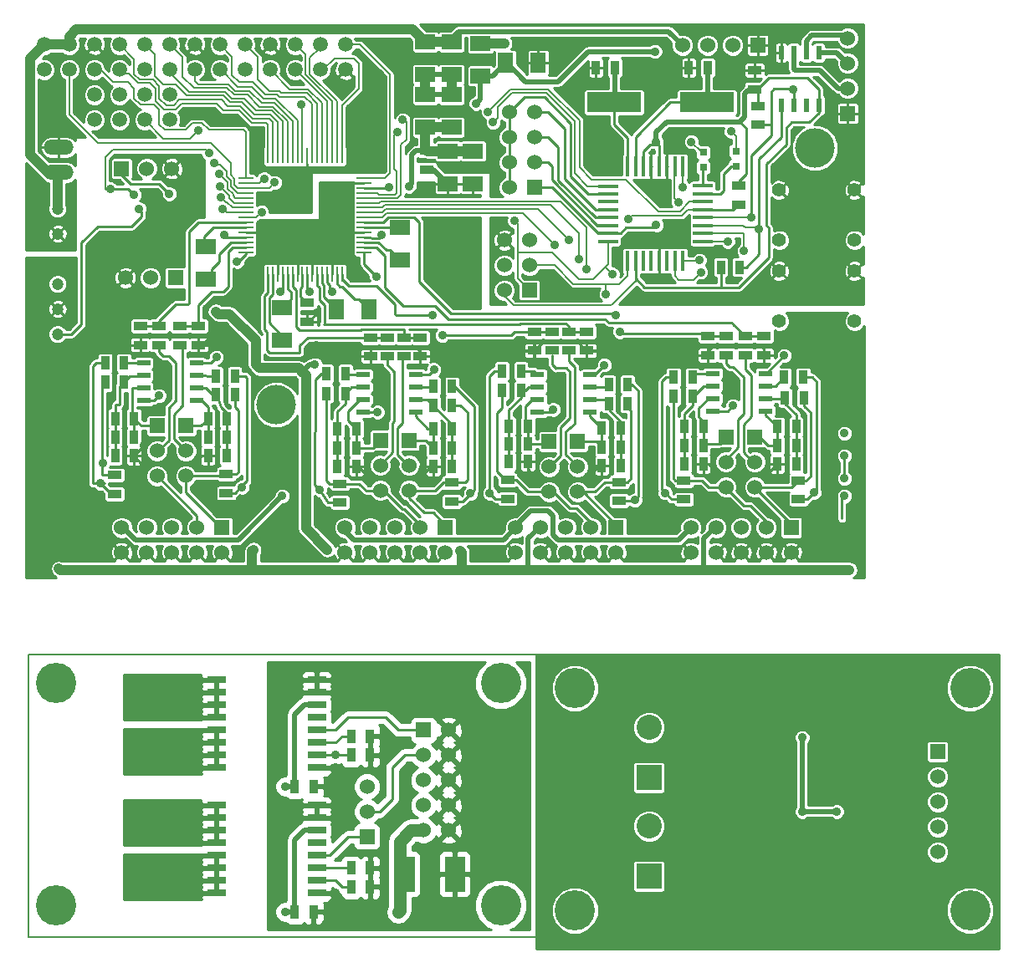
<source format=gtl>
G04 This is an RS-274x file exported by *
G04 gerbv version 2.6.0 *
G04 More information is available about gerbv at *
G04 http://gerbv.gpleda.org/ *
G04 --End of header info--*
%MOIN*%
%FSLAX34Y34*%
%IPPOS*%
G04 --Define apertures--*
%ADD10C,0.0000*%
%ADD11R,0.0177X0.0787*%
%ADD12R,0.0787X0.0177*%
%ADD13C,0.0550*%
%ADD14R,0.0551X0.0236*%
%ADD15R,0.0236X0.0551*%
%ADD16R,0.0800X0.0600*%
%ADD17R,0.0600X0.0800*%
%ADD18R,0.0350X0.0550*%
%ADD19R,0.0550X0.0350*%
%ADD20O,0.1187X0.0593*%
%ADD21R,0.0600X0.0600*%
%ADD22C,0.0600*%
%ADD23R,0.0314X0.0314*%
%ADD24R,0.0591X0.0106*%
%ADD25R,0.0098X0.0591*%
%ADD26C,0.0472*%
%ADD27R,0.2165X0.0787*%
%ADD28C,0.0591*%
%ADD29C,0.1575*%
%ADD30C,0.0350*%
%ADD31C,0.0100*%
%ADD32C,0.0200*%
%ADD33C,0.0394*%
%ADD34C,0.0063*%
%ADD35C,0.0060*%
%ADD36R,0.1000X0.1000*%
%ADD37C,0.1000*%
%ADD38C,0.1600*%
%ADD39C,0.0059*%
%ADD40R,0.0750X0.0250*%
%ADD41R,0.0800X0.1400*%
%ADD42C,0.0500*%
G04 --Start main section--*
G54D11*
G01X0060957Y-046904D03*
G01X0061272Y-046904D03*
G01X0061587Y-046904D03*
G01X0061902Y-046904D03*
G01X0062217Y-046904D03*
G01X0062532Y-046904D03*
G01X0062847Y-046904D03*
G01X0063162Y-046904D03*
G01X0063160Y-050670D03*
G01X0060950Y-050670D03*
G01X0061270Y-050670D03*
G01X0061590Y-050670D03*
G01X0061900Y-050670D03*
G01X0062220Y-050670D03*
G01X0062530Y-050670D03*
G01X0062850Y-050670D03*
G54D12*
G01X0063950Y-047688D03*
G01X0063950Y-048002D03*
G01X0063950Y-048318D03*
G01X0063950Y-048632D03*
G01X0063950Y-048948D03*
G01X0063950Y-049262D03*
G01X0063950Y-049578D03*
G01X0063950Y-049892D03*
G01X0060170Y-047690D03*
G01X0060170Y-048000D03*
G01X0060170Y-048320D03*
G01X0060170Y-048630D03*
G01X0060170Y-048940D03*
G01X0060170Y-049260D03*
G01X0060170Y-049580D03*
G01X0060170Y-049900D03*
G54D13*
G01X0070000Y-051075D03*
G01X0070000Y-053075D03*
G01X0067000Y-051075D03*
G01X0067000Y-053075D03*
G01X0070000Y-047850D03*
G01X0070000Y-049850D03*
G01X0067000Y-047850D03*
G01X0067000Y-049850D03*
G54D14*
G01X0041674Y-056250D03*
G01X0043774Y-056250D03*
G01X0041674Y-055750D03*
G01X0041674Y-055250D03*
G01X0041674Y-054750D03*
G01X0043774Y-055750D03*
G01X0043774Y-055250D03*
G01X0043774Y-054750D03*
G54D15*
G01X0068575Y-044475D03*
G01X0068575Y-042375D03*
G01X0068075Y-044475D03*
G01X0067575Y-044475D03*
G01X0067075Y-044475D03*
G01X0068075Y-042375D03*
G01X0067575Y-042375D03*
G01X0067075Y-042375D03*
G54D14*
G01X0064357Y-056661D03*
G01X0066457Y-056661D03*
G01X0064357Y-056161D03*
G01X0064357Y-055661D03*
G01X0064357Y-055161D03*
G01X0066457Y-056161D03*
G01X0066457Y-055661D03*
G01X0066457Y-055161D03*
G01X0057368Y-056718D03*
G01X0059468Y-056718D03*
G01X0057368Y-056218D03*
G01X0057368Y-055718D03*
G01X0057368Y-055218D03*
G01X0059468Y-056218D03*
G01X0059468Y-055718D03*
G01X0059468Y-055218D03*
G01X0050416Y-056707D03*
G01X0052516Y-056707D03*
G01X0050416Y-056207D03*
G01X0050416Y-055707D03*
G01X0050416Y-055207D03*
G01X0052516Y-056207D03*
G01X0052516Y-055707D03*
G01X0052516Y-055207D03*
G54D16*
G01X0052900Y-041950D03*
G01X0052900Y-043250D03*
G01X0052900Y-045350D03*
G01X0052900Y-044050D03*
G01X0053950Y-045350D03*
G01X0053950Y-044050D03*
G01X0053800Y-046300D03*
G01X0053800Y-047600D03*
G54D17*
G01X0056100Y-042775D03*
G01X0057400Y-042775D03*
G54D16*
G01X0054800Y-046300D03*
G01X0054800Y-047600D03*
G01X0055100Y-043300D03*
G01X0055100Y-042000D03*
G01X0053950Y-041950D03*
G01X0053950Y-043250D03*
G01X0051900Y-050650D03*
G01X0051900Y-049350D03*
G54D17*
G01X0049350Y-052600D03*
G01X0050650Y-052600D03*
G54D16*
G01X0047200Y-053850D03*
G01X0047200Y-052550D03*
G01X0044150Y-051400D03*
G01X0044150Y-050100D03*
G54D18*
G01X0049398Y-058123D03*
G01X0050148Y-058123D03*
G54D19*
G01X0052057Y-054482D03*
G01X0052057Y-053732D03*
G01X0052687Y-054482D03*
G01X0052687Y-053732D03*
G01X0051387Y-054482D03*
G01X0051387Y-053732D03*
G01X0050718Y-054482D03*
G01X0050718Y-053732D03*
G54D18*
G01X0063971Y-058785D03*
G01X0063221Y-058785D03*
G01X0063221Y-057288D03*
G01X0063971Y-057288D03*
G01X0067671Y-058037D03*
G01X0066921Y-058037D03*
G54D19*
G01X0049498Y-060309D03*
G01X0049498Y-059559D03*
G54D18*
G01X0048965Y-055170D03*
G01X0049715Y-055170D03*
G01X0048965Y-055957D03*
G01X0049715Y-055957D03*
G01X0050148Y-058871D03*
G01X0049398Y-058871D03*
G01X0049398Y-057375D03*
G01X0050148Y-057375D03*
G01X0053967Y-058123D03*
G01X0053217Y-058123D03*
G01X0055956Y-055850D03*
G01X0056706Y-055850D03*
G54D19*
G01X0053946Y-060269D03*
G01X0053946Y-059519D03*
G54D18*
G01X0053967Y-055682D03*
G01X0053217Y-055682D03*
G01X0053967Y-056430D03*
G01X0053217Y-056430D03*
G01X0053217Y-058871D03*
G01X0053967Y-058871D03*
G01X0053967Y-057375D03*
G01X0053217Y-057375D03*
G01X0062787Y-056068D03*
G01X0063537Y-056068D03*
G01X0067947Y-055320D03*
G01X0067197Y-055320D03*
G01X0067986Y-056147D03*
G01X0067236Y-056147D03*
G01X0066921Y-058785D03*
G01X0067671Y-058785D03*
G01X0067671Y-057288D03*
G01X0066921Y-057288D03*
G54D19*
G01X0067769Y-060183D03*
G01X0067769Y-059433D03*
G01X0057237Y-054256D03*
G01X0057237Y-053506D03*
G01X0057945Y-054256D03*
G01X0057945Y-053506D03*
G01X0059323Y-054256D03*
G01X0059323Y-053506D03*
G01X0058614Y-054256D03*
G01X0058614Y-053506D03*
G54D18*
G01X0056232Y-057976D03*
G01X0056982Y-057976D03*
G01X0060682Y-057346D03*
G01X0059932Y-057346D03*
G54D19*
G01X0056174Y-060162D03*
G01X0056174Y-059412D03*
G54D18*
G01X0055956Y-055062D03*
G01X0056706Y-055062D03*
G01X0041288Y-058453D03*
G01X0040538Y-058453D03*
G01X0056982Y-058685D03*
G01X0056232Y-058685D03*
G01X0056232Y-057267D03*
G01X0056982Y-057267D03*
G01X0060682Y-058094D03*
G01X0059932Y-058094D03*
G54D19*
G01X0060622Y-060241D03*
G01X0060622Y-059491D03*
G54D18*
G01X0060958Y-055614D03*
G01X0060208Y-055614D03*
G01X0060958Y-056362D03*
G01X0060208Y-056362D03*
G01X0059932Y-058842D03*
G01X0060682Y-058842D03*
G54D19*
G01X0066025Y-043825D03*
G01X0066025Y-043075D03*
G54D18*
G01X0062787Y-055320D03*
G01X0063537Y-055320D03*
G54D19*
G01X0063202Y-060183D03*
G01X0063202Y-059433D03*
G54D18*
G01X0063221Y-058037D03*
G01X0063971Y-058037D03*
G54D19*
G01X0065643Y-054435D03*
G01X0065643Y-053685D03*
G01X0066391Y-054435D03*
G01X0066391Y-053685D03*
G01X0066150Y-045250D03*
G01X0066150Y-044500D03*
G54D18*
G01X0064675Y-050925D03*
G01X0065425Y-050925D03*
G54D19*
G01X0064895Y-054435D03*
G01X0064895Y-053685D03*
G01X0065375Y-047675D03*
G01X0065375Y-048425D03*
G01X0064147Y-054435D03*
G01X0064147Y-053685D03*
G54D18*
G01X0063400Y-042975D03*
G01X0064150Y-042975D03*
G01X0059700Y-042975D03*
G01X0060450Y-042975D03*
G54D19*
G01X0048200Y-053100D03*
G01X0048200Y-052350D03*
G01X0052950Y-046275D03*
G01X0052950Y-047025D03*
G54D18*
G01X0040144Y-055500D03*
G01X0040894Y-055500D03*
G54D19*
G01X0041543Y-054025D03*
G01X0041543Y-053275D03*
G01X0042291Y-054025D03*
G01X0042291Y-053275D03*
G01X0043866Y-054025D03*
G01X0043866Y-053275D03*
G01X0043118Y-054025D03*
G01X0043118Y-053275D03*
G54D18*
G01X0040538Y-057705D03*
G01X0041288Y-057705D03*
G54D19*
G01X0040519Y-059969D03*
G01X0040519Y-059219D03*
G54D18*
G01X0040144Y-054752D03*
G01X0040894Y-054752D03*
G01X0044989Y-056957D03*
G01X0044239Y-056957D03*
G01X0044239Y-058453D03*
G01X0044989Y-058453D03*
G01X0045304Y-056012D03*
G01X0044554Y-056012D03*
G01X0045304Y-055264D03*
G01X0044554Y-055264D03*
G54D19*
G01X0044968Y-059930D03*
G01X0044968Y-059180D03*
G54D18*
G01X0044989Y-057705D03*
G01X0044239Y-057705D03*
G01X0040538Y-056957D03*
G01X0041288Y-056957D03*
G54D20*
G01X0038300Y-047150D03*
G01X0038300Y-046150D03*
G54D21*
G01X0067485Y-061311D03*
G54D22*
G01X0067485Y-062311D03*
G01X0066485Y-061311D03*
G01X0066485Y-062311D03*
G01X0065485Y-061311D03*
G01X0065485Y-062311D03*
G01X0064485Y-061311D03*
G01X0064485Y-062311D03*
G01X0063485Y-061311D03*
G01X0063485Y-062311D03*
G54D21*
G01X0053702Y-061311D03*
G54D22*
G01X0053702Y-062311D03*
G01X0052702Y-061311D03*
G01X0052702Y-062311D03*
G01X0051702Y-061311D03*
G01X0051702Y-062311D03*
G01X0050702Y-061311D03*
G01X0050702Y-062311D03*
G01X0049702Y-061311D03*
G01X0049702Y-062311D03*
G54D21*
G01X0060496Y-061311D03*
G54D22*
G01X0060496Y-062311D03*
G01X0059496Y-061311D03*
G01X0059496Y-062311D03*
G01X0058496Y-061311D03*
G01X0058496Y-062311D03*
G01X0057496Y-061311D03*
G01X0057496Y-062311D03*
G01X0056496Y-061311D03*
G01X0056496Y-062311D03*
G54D21*
G01X0044800Y-061311D03*
G54D22*
G01X0044800Y-062311D03*
G01X0043800Y-061311D03*
G01X0043800Y-062311D03*
G01X0042800Y-061311D03*
G01X0042800Y-062311D03*
G01X0041800Y-061311D03*
G01X0041800Y-062311D03*
G01X0040800Y-061311D03*
G01X0040800Y-062311D03*
G54D21*
G01X0057250Y-047750D03*
G54D22*
G01X0056250Y-047750D03*
G01X0057250Y-046750D03*
G01X0056250Y-046750D03*
G01X0057250Y-045750D03*
G01X0056250Y-045750D03*
G01X0057250Y-044750D03*
G01X0056250Y-044750D03*
G54D21*
G01X0040800Y-047000D03*
G54D22*
G01X0041800Y-047000D03*
G01X0042800Y-047000D03*
G54D21*
G01X0066025Y-057700D03*
G54D22*
G01X0066025Y-058700D03*
G01X0066025Y-059700D03*
G54D21*
G01X0064875Y-057700D03*
G54D22*
G01X0064875Y-058700D03*
G01X0064875Y-059700D03*
G54D21*
G01X0042950Y-051350D03*
G54D22*
G01X0041950Y-051350D03*
G01X0040950Y-051350D03*
G54D21*
G01X0042212Y-057256D03*
G54D22*
G01X0042212Y-058256D03*
G01X0042212Y-059256D03*
G54D21*
G01X0043354Y-057256D03*
G54D22*
G01X0043354Y-058256D03*
G01X0043354Y-059256D03*
G54D21*
G01X0051112Y-057831D03*
G54D22*
G01X0051112Y-058831D03*
G01X0051112Y-059831D03*
G54D21*
G01X0052253Y-057831D03*
G54D22*
G01X0052253Y-058831D03*
G01X0052253Y-059831D03*
G54D21*
G01X0057827Y-057881D03*
G54D22*
G01X0057827Y-058881D03*
G01X0057827Y-059881D03*
G54D21*
G01X0058969Y-057881D03*
G54D22*
G01X0058969Y-058881D03*
G01X0058969Y-059881D03*
G54D23*
G01X0065275Y-046895D03*
G01X0065275Y-046305D03*
G01X0063975Y-046945D03*
G01X0063975Y-046355D03*
G54D24*
G01X0050462Y-048948D03*
G01X0050462Y-049145D03*
G01X0050462Y-049342D03*
G01X0050462Y-049539D03*
G01X0050462Y-049736D03*
G01X0050462Y-049933D03*
G01X0050462Y-050130D03*
G01X0050462Y-050326D03*
G01X0050462Y-047374D03*
G01X0045738Y-047374D03*
G01X0045738Y-050326D03*
G01X0050462Y-048752D03*
G01X0050462Y-048555D03*
G01X0050462Y-048358D03*
G01X0050462Y-048161D03*
G01X0050462Y-047964D03*
G01X0050462Y-047767D03*
G01X0050462Y-047570D03*
G01X0045738Y-047570D03*
G01X0045738Y-047767D03*
G01X0045738Y-047964D03*
G01X0045738Y-048161D03*
G01X0045738Y-048358D03*
G01X0045738Y-048555D03*
G01X0045738Y-048752D03*
G01X0045738Y-048948D03*
G01X0045738Y-049145D03*
G01X0045738Y-049342D03*
G01X0045738Y-049539D03*
G01X0045738Y-049736D03*
G01X0045738Y-049933D03*
G01X0045738Y-050130D03*
G54D25*
G01X0049576Y-051212D03*
G01X0049380Y-051212D03*
G01X0049183Y-051212D03*
G01X0048986Y-051212D03*
G01X0048789Y-051212D03*
G01X0048592Y-051212D03*
G01X0048002Y-051212D03*
G01X0047608Y-051212D03*
G01X0047411Y-051212D03*
G01X0048395Y-051212D03*
G01X0048198Y-051212D03*
G01X0047805Y-051212D03*
G01X0047214Y-051212D03*
G01X0047017Y-051212D03*
G01X0046820Y-051212D03*
G01X0046624Y-051212D03*
G01X0049576Y-046488D03*
G01X0049380Y-046488D03*
G01X0049183Y-046488D03*
G01X0048986Y-046488D03*
G01X0048789Y-046488D03*
G01X0048592Y-046488D03*
G01X0048395Y-046488D03*
G01X0048198Y-046488D03*
G01X0048002Y-046488D03*
G01X0047805Y-046488D03*
G01X0047608Y-046488D03*
G01X0047411Y-046488D03*
G01X0047214Y-046488D03*
G01X0047017Y-046488D03*
G01X0046820Y-046488D03*
G01X0046624Y-046488D03*
G54D26*
G01X0038250Y-048600D03*
G01X0038250Y-049600D03*
G01X0038250Y-051600D03*
G01X0038250Y-052600D03*
G01X0038250Y-053600D03*
G54D21*
G01X0057050Y-051850D03*
G54D22*
G01X0056050Y-051850D03*
G01X0057050Y-050850D03*
G01X0056050Y-050850D03*
G01X0057050Y-049850D03*
G01X0056050Y-049850D03*
G54D27*
G01X0064125Y-044350D03*
G01X0060425Y-044350D03*
G54D21*
G01X0066150Y-042075D03*
G54D22*
G01X0065150Y-042075D03*
G01X0064150Y-042075D03*
G01X0063150Y-042075D03*
G54D21*
G01X0069725Y-044800D03*
G54D22*
G01X0069725Y-043800D03*
G01X0069725Y-042800D03*
G01X0069725Y-041800D03*
G54D28*
G01X0037716Y-043047D03*
G01X0037716Y-042047D03*
G01X0038716Y-043047D03*
G01X0038716Y-042047D03*
G01X0039716Y-043047D03*
G01X0039716Y-042047D03*
G01X0040716Y-043047D03*
G01X0040716Y-042047D03*
G01X0041716Y-043047D03*
G01X0041716Y-042047D03*
G01X0042716Y-043047D03*
G01X0042716Y-042047D03*
G01X0043716Y-043047D03*
G01X0043716Y-042047D03*
G01X0044716Y-043047D03*
G01X0044716Y-042047D03*
G01X0045716Y-043047D03*
G01X0045716Y-042047D03*
G01X0046716Y-043047D03*
G01X0046716Y-042047D03*
G01X0047716Y-043047D03*
G01X0047716Y-042047D03*
G01X0048716Y-043047D03*
G01X0048716Y-042047D03*
G01X0049716Y-043047D03*
G01X0049716Y-042047D03*
G01X0039716Y-044047D03*
G01X0039716Y-045047D03*
G01X0040716Y-044047D03*
G01X0040716Y-045047D03*
G01X0041716Y-044047D03*
G01X0041716Y-045047D03*
G01X0042716Y-044047D03*
G01X0042716Y-045047D03*
G54D29*
G01X0046968Y-056417D03*
G01X0068425Y-046181D03*
G54D30*
G01X0069600Y-057550D03*
G01X0069600Y-058450D03*
G01X0069600Y-059350D03*
G01X0069600Y-060050D03*
G01X0062975Y-048325D03*
G01X0046900Y-047550D03*
G01X0044700Y-047200D03*
G01X0044725Y-047700D03*
G01X0044750Y-048150D03*
G01X0062100Y-049250D03*
G01X0044825Y-048600D03*
G01X0051800Y-045525D03*
G01X0060350Y-051200D03*
G01X0046375Y-048725D03*
G01X0056450Y-049075D03*
G01X0065600Y-050275D03*
G01X0058050Y-050025D03*
G01X0063150Y-047725D03*
G01X0046475Y-047400D03*
G01X0052000Y-045050D03*
G01X0043850Y-045475D03*
G01X0059025Y-050600D03*
G01X0063825Y-050650D03*
G01X0061000Y-049000D03*
G01X0067550Y-043825D03*
G01X0065875Y-048950D03*
G01X0066200Y-049400D03*
G01X0055600Y-045150D03*
G01X0044500Y-046775D03*
G01X0058625Y-049825D03*
G01X0064950Y-049900D03*
G01X0063875Y-051125D03*
G01X0059325Y-051000D03*
G01X0053200Y-052825D03*
G01X0053575Y-053650D03*
G01X0060650Y-053500D03*
G01X0060500Y-052825D03*
G01X0055400Y-044725D03*
G01X0044275Y-046375D03*
G01X0040350Y-047800D03*
G01X0041300Y-048050D03*
G01X0061850Y-058850D03*
G01X0061850Y-059600D03*
G01X0061900Y-060250D03*
G01X0055850Y-060750D03*
G01X0060850Y-054400D03*
G01X0061750Y-054400D03*
G01X0062500Y-054400D03*
G01X0053950Y-054300D03*
G01X0054700Y-054250D03*
G01X0055600Y-054250D03*
G01X0038200Y-050750D03*
G01X0038800Y-050750D03*
G01X0039650Y-050000D03*
G01X0037450Y-052000D03*
G01X0037450Y-051300D03*
G01X0038350Y-057400D03*
G01X0038350Y-058000D03*
G01X0038350Y-058550D03*
G01X0038350Y-059200D03*
G01X0038300Y-059900D03*
G01X0039750Y-060150D03*
G01X0053650Y-051700D03*
G01X0053650Y-050800D03*
G01X0053650Y-050000D03*
G01X0053650Y-049250D03*
G01X0041750Y-049500D03*
G01X0042150Y-049750D03*
G01X0048550Y-054050D03*
G01X0046600Y-058900D03*
G01X0046600Y-059600D03*
G01X0048800Y-061100D03*
G01X0041700Y-058050D03*
G01X0042200Y-060050D03*
G01X0043800Y-058750D03*
G01X0044650Y-052250D03*
G01X0044500Y-053600D03*
G01X0048600Y-052750D03*
G01X0046050Y-052750D03*
G01X0052600Y-048000D03*
G01X0053050Y-047800D03*
G01X0048950Y-048050D03*
G01X0048950Y-048650D03*
G01X0048950Y-049250D03*
G01X0048350Y-049250D03*
G01X0047750Y-049250D03*
G01X0047200Y-049250D03*
G01X0046650Y-049250D03*
G01X0063300Y-054450D03*
G01X0064540Y-059218D03*
G01X0066391Y-059178D03*
G01X0056449Y-054236D03*
G01X0059402Y-059275D03*
G01X0057473Y-059393D03*
G01X0049931Y-054501D03*
G01X0050639Y-059304D03*
G01X0052687Y-059304D03*
G01X0040834Y-054043D03*
G01X0049200Y-051900D03*
G01X0048300Y-051900D03*
G01X0044900Y-049650D03*
G01X0047125Y-051900D03*
G01X0047200Y-060050D03*
G01X0052250Y-047700D03*
G01X0051150Y-049650D03*
G01X0051450Y-047725D03*
G01X0062100Y-045950D03*
G01X0062050Y-042325D03*
G01X0054925Y-044400D03*
G01X0047950Y-044425D03*
G01X0038100Y-043900D03*
G01X0038100Y-044650D03*
G01X0038100Y-045300D03*
G01X0062650Y-043600D03*
G01X0062800Y-043150D03*
G01X0058700Y-042150D03*
G01X0058250Y-042550D03*
G01X0062850Y-049400D03*
G01X0062200Y-047850D03*
G01X0038750Y-050050D03*
G01X0037450Y-048150D03*
G01X0037450Y-048800D03*
G01X0037450Y-049400D03*
G01X0050000Y-045000D03*
G01X0050600Y-045000D03*
G01X0054800Y-045550D03*
G01X0054800Y-045000D03*
G01X0050950Y-043550D03*
G01X0050600Y-043200D03*
G01X0055700Y-051350D03*
G01X0058850Y-052000D03*
G01X0057800Y-051300D03*
G01X0057800Y-052000D03*
G01X0062950Y-045600D03*
G01X0062800Y-046000D03*
G01X0051750Y-042600D03*
G01X0051050Y-042050D03*
G01X0044150Y-044900D03*
G01X0043500Y-044900D03*
G01X0046400Y-048100D03*
G01X0047200Y-048550D03*
G01X0047700Y-048550D03*
G01X0048100Y-048200D03*
G01X0048100Y-047650D03*
G01X0059150Y-043300D03*
G01X0045400Y-050700D03*
G01X0054300Y-062250D03*
G01X0046050Y-062200D03*
G01X0069750Y-063000D03*
G01X0038300Y-062950D03*
G01X0058000Y-056600D03*
G01X0065150Y-056450D03*
G01X0050994Y-056705D03*
G01X0042291Y-056051D03*
G01X0048500Y-054800D03*
G01X0050950Y-051300D03*
G01X0044550Y-052700D03*
G01X0049000Y-062200D03*
G01X0067200Y-054450D03*
G01X0060032Y-054826D03*
G01X0053238Y-055012D03*
G01X0044574Y-054516D03*
G01X0042700Y-048000D03*
G01X0054700Y-059950D03*
G01X0056050Y-042000D03*
G01X0048700Y-059800D03*
G01X0061252Y-060220D03*
G01X0055465Y-059944D03*
G01X0068400Y-059900D03*
G01X0062454Y-059926D03*
G01X0060100Y-052000D03*
G01X0063500Y-045925D03*
G01X0065075Y-045500D03*
G01X0039968Y-059555D03*
G01X0045600Y-059700D03*
G01X0040047Y-058728D03*
G01X0041500Y-048600D03*
G54D31*
G01X0069500Y-060950D02*
G01X0069500Y-060150D01*
G01X0069600Y-057550D02*
G01X0069600Y-057600D01*
G01X0069600Y-059350D02*
G01X0069600Y-058450D01*
G01X0069500Y-060150D02*
G01X0069600Y-060050D01*
G54D32*
G01X0053950Y-041950D02*
G01X0053950Y-041800D01*
G01X0062600Y-041525D02*
G01X0063150Y-042075D01*
G01X0054225Y-041525D02*
G01X0062600Y-041525D01*
G01X0053950Y-041800D02*
G01X0054225Y-041525D01*
G54D33*
G01X0038716Y-042047D02*
G01X0038716Y-041733D01*
G01X0052400Y-041450D02*
G01X0052900Y-041950D01*
G01X0039000Y-041450D02*
G01X0052400Y-041450D01*
G01X0038716Y-041733D02*
G01X0039000Y-041450D01*
G01X0052900Y-041950D02*
G01X0053950Y-041950D01*
G01X0037716Y-042047D02*
G01X0038716Y-042047D01*
G01X0038300Y-047150D02*
G01X0037850Y-047150D01*
G01X0037150Y-042614D02*
G01X0037716Y-042047D01*
G01X0037150Y-046450D02*
G01X0037150Y-042614D01*
G01X0037850Y-047150D02*
G01X0037150Y-046450D01*
G01X0038250Y-048600D02*
G01X0038250Y-047200D01*
G01X0038250Y-047200D02*
G01X0038300Y-047150D01*
G54D34*
G01X0045738Y-047767D02*
G01X0046683Y-047767D01*
G01X0062825Y-046926D02*
G01X0062847Y-046904D01*
G01X0062825Y-048175D02*
G01X0062825Y-046926D01*
G01X0062975Y-048325D02*
G01X0062825Y-048175D01*
G01X0046683Y-047767D02*
G01X0046900Y-047550D01*
G01X0040550Y-045975D02*
G01X0039850Y-045975D01*
G01X0045434Y-047767D02*
G01X0045300Y-047632D01*
G01X0045300Y-047632D02*
G01X0045300Y-047391D01*
G01X0045300Y-047391D02*
G01X0045150Y-047241D01*
G01X0045150Y-047241D02*
G01X0045150Y-046775D01*
G01X0045150Y-046775D02*
G01X0044350Y-045975D01*
G01X0044350Y-045975D02*
G01X0040550Y-045975D01*
G01X0045738Y-047767D02*
G01X0045434Y-047767D01*
G01X0038716Y-044841D02*
G01X0038716Y-043047D01*
G01X0039850Y-045975D02*
G01X0038716Y-044841D01*
G01X0044700Y-047200D02*
G01X0045025Y-047525D01*
G01X0045025Y-047525D02*
G01X0045025Y-047800D01*
G01X0045025Y-047800D02*
G01X0045244Y-048019D01*
G01X0045244Y-048019D02*
G01X0045244Y-048069D01*
G01X0045244Y-048069D02*
G01X0045336Y-048161D01*
G01X0045336Y-048161D02*
G01X0045738Y-048161D01*
G54D31*
G01X0060170Y-048630D02*
G01X0059680Y-048630D01*
G01X0057800Y-044750D02*
G01X0057250Y-044750D01*
G01X0058450Y-045400D02*
G01X0057800Y-044750D01*
G01X0058450Y-047400D02*
G01X0058450Y-045400D01*
G01X0059680Y-048630D02*
G01X0058450Y-047400D01*
G54D34*
G01X0045738Y-048358D02*
G01X0045283Y-048358D01*
G01X0045100Y-048175D02*
G01X0045283Y-048358D01*
G01X0045100Y-048075D02*
G01X0045100Y-048175D01*
G01X0044725Y-047700D02*
G01X0045100Y-048075D01*
G54D31*
G01X0060170Y-048940D02*
G01X0059681Y-048940D01*
G01X0057800Y-045750D02*
G01X0057250Y-045750D01*
G01X0058200Y-046150D02*
G01X0057800Y-045750D01*
G01X0058200Y-047458D02*
G01X0058200Y-046150D01*
G01X0059681Y-048940D02*
G01X0058200Y-047458D01*
G54D34*
G01X0045738Y-048555D02*
G01X0045205Y-048555D01*
G01X0045000Y-048350D02*
G01X0045205Y-048555D01*
G01X0044950Y-048350D02*
G01X0045000Y-048350D01*
G01X0044750Y-048150D02*
G01X0044950Y-048350D01*
G54D31*
G01X0060170Y-049260D02*
G01X0059760Y-049260D01*
G01X0057800Y-046750D02*
G01X0057250Y-046750D01*
G01X0057950Y-046900D02*
G01X0057800Y-046750D01*
G01X0057950Y-047450D02*
G01X0057950Y-046900D01*
G01X0059760Y-049260D02*
G01X0057950Y-047450D01*
G01X0060170Y-049580D02*
G01X0060670Y-049580D01*
G01X0062000Y-049350D02*
G01X0062100Y-049250D01*
G01X0060900Y-049350D02*
G01X0062000Y-049350D01*
G01X0060670Y-049580D02*
G01X0060900Y-049350D01*
G54D34*
G01X0044977Y-048752D02*
G01X0045738Y-048752D01*
G01X0044825Y-048600D02*
G01X0044977Y-048752D01*
G54D31*
G01X0060170Y-049580D02*
G01X0059770Y-049580D01*
G01X0059770Y-049580D02*
G01X0057940Y-047750D01*
G01X0057940Y-047750D02*
G01X0057250Y-047750D01*
G54D34*
G01X0050462Y-047964D02*
G01X0050986Y-047964D01*
G01X0051750Y-047100D02*
G01X0051666Y-047016D01*
G01X0051750Y-047978D02*
G01X0051750Y-047100D01*
G01X0051703Y-048025D02*
G01X0051750Y-047978D01*
G01X0051047Y-048025D02*
G01X0051703Y-048025D01*
G01X0050986Y-047964D02*
G01X0051047Y-048025D01*
G01X0051666Y-046050D02*
G01X0051666Y-045658D01*
G01X0051666Y-047016D02*
G01X0051666Y-046050D01*
G01X0051666Y-045658D02*
G01X0051800Y-045525D01*
G01X0060050Y-050900D02*
G01X0060050Y-050925D01*
G01X0060062Y-050912D02*
G01X0060050Y-050900D01*
G01X0060350Y-051200D02*
G01X0060062Y-050912D01*
G01X0060170Y-049900D02*
G01X0060170Y-050805D01*
G01X0057950Y-050325D02*
G01X0056575Y-050325D01*
G01X0059025Y-051400D02*
G01X0057950Y-050325D01*
G01X0059575Y-051400D02*
G01X0059025Y-051400D01*
G01X0060170Y-050805D02*
G01X0060050Y-050925D01*
G01X0060050Y-050925D02*
G01X0059575Y-051400D01*
G01X0046152Y-048948D02*
G01X0046375Y-048725D01*
G01X0045738Y-048948D02*
G01X0046152Y-048948D01*
G01X0056575Y-051375D02*
G01X0057050Y-051850D01*
G01X0056575Y-049200D02*
G01X0056575Y-050325D01*
G01X0056575Y-050325D02*
G01X0056575Y-051375D01*
G01X0056450Y-049075D02*
G01X0056575Y-049200D01*
G01X0050462Y-048948D02*
G01X0051177Y-048948D01*
G01X0065603Y-049578D02*
G01X0063950Y-049578D01*
G01X0065600Y-050275D02*
G01X0065603Y-049578D01*
G01X0056800Y-048775D02*
G01X0058050Y-050025D01*
G01X0051350Y-048775D02*
G01X0056800Y-048775D01*
G01X0051177Y-048948D02*
G01X0051350Y-048775D01*
G01X0045738Y-047570D02*
G01X0046280Y-047570D01*
G01X0063162Y-047713D02*
G01X0063162Y-046904D01*
G01X0063150Y-047725D02*
G01X0063162Y-047713D01*
G01X0046450Y-047400D02*
G01X0046475Y-047400D01*
G01X0046280Y-047570D02*
G01X0046450Y-047400D01*
G01X0052050Y-045100D02*
G01X0052000Y-045050D01*
G01X0051186Y-048161D02*
G01X0051789Y-048161D01*
G01X0052150Y-045825D02*
G01X0052150Y-045100D01*
G01X0051925Y-046050D02*
G01X0052150Y-045825D01*
G01X0051925Y-048025D02*
G01X0051925Y-046050D01*
G01X0051789Y-048161D02*
G01X0051925Y-048025D01*
G01X0052150Y-045100D02*
G01X0052050Y-045100D01*
G01X0042469Y-045800D02*
G01X0041716Y-045047D01*
G01X0043525Y-045800D02*
G01X0042469Y-045800D01*
G01X0043850Y-045475D02*
G01X0043525Y-045800D01*
G01X0051014Y-048161D02*
G01X0051186Y-048161D01*
G01X0051014Y-048161D02*
G01X0050462Y-048161D01*
G01X0051186Y-048161D02*
G01X0051186Y-048161D01*
G01X0057900Y-048450D02*
G01X0059025Y-049575D01*
G01X0051125Y-048555D02*
G01X0051170Y-048555D01*
G01X0057900Y-048450D02*
G01X0057875Y-048450D01*
G01X0051275Y-048450D02*
G01X0057900Y-048450D01*
G01X0051170Y-048555D02*
G01X0051275Y-048450D01*
G01X0050462Y-048555D02*
G01X0051125Y-048555D01*
G01X0051125Y-048555D02*
G01X0051145Y-048555D01*
G01X0063805Y-050670D02*
G01X0063160Y-050670D01*
G01X0059025Y-049575D02*
G01X0059025Y-050600D01*
G01X0063825Y-050650D02*
G01X0063805Y-050670D01*
G54D31*
G01X0063950Y-048632D02*
G01X0065168Y-048632D01*
G01X0065168Y-048632D02*
G01X0065375Y-048425D01*
G54D34*
G01X0063125Y-048875D02*
G01X0061125Y-048875D01*
G01X0063950Y-048632D02*
G01X0063368Y-048632D01*
G01X0063368Y-048632D02*
G01X0063125Y-048875D01*
G01X0061125Y-048875D02*
G01X0061000Y-049000D01*
G54D31*
G01X0067525Y-043850D02*
G01X0067525Y-043900D01*
G01X0067550Y-043825D02*
G01X0067525Y-043850D01*
G01X0065875Y-048950D02*
G01X0065875Y-046650D01*
G01X0065875Y-046650D02*
G01X0065875Y-046475D01*
G01X0067575Y-043950D02*
G01X0067575Y-044475D01*
G01X0067425Y-043800D02*
G01X0067525Y-043900D01*
G01X0067525Y-043900D02*
G01X0067575Y-043950D01*
G01X0066800Y-043800D02*
G01X0067425Y-043800D01*
G01X0066675Y-043925D02*
G01X0066800Y-043800D01*
G01X0065875Y-046475D02*
G01X0066675Y-045675D01*
G54D34*
G01X0065875Y-048950D02*
G01X0065873Y-048948D01*
G01X0065873Y-048948D02*
G01X0063950Y-048948D01*
G54D31*
G01X0066675Y-045675D02*
G01X0066675Y-045250D01*
G01X0066675Y-045250D02*
G01X0066675Y-043925D01*
G01X0066675Y-045250D02*
G01X0066150Y-045250D01*
G01X0065425Y-050925D02*
G01X0065675Y-050925D01*
G01X0066200Y-050400D02*
G01X0066200Y-049400D01*
G01X0065675Y-050925D02*
G01X0066200Y-050400D01*
G01X0066200Y-049400D02*
G01X0066200Y-046600D01*
G01X0067075Y-045725D02*
G01X0067075Y-044475D01*
G01X0066200Y-046600D02*
G01X0067075Y-045725D01*
G54D34*
G01X0066200Y-049400D02*
G01X0066150Y-049350D01*
G01X0066150Y-049350D02*
G01X0065650Y-049350D01*
G01X0065650Y-049350D02*
G01X0065562Y-049262D01*
G01X0065562Y-049262D02*
G01X0063950Y-049262D01*
G01X0045738Y-047964D02*
G01X0045414Y-047964D01*
G01X0059365Y-047690D02*
G01X0060170Y-047690D01*
G01X0058852Y-047177D02*
G01X0059365Y-047690D01*
G01X0058852Y-045102D02*
G01X0058852Y-047177D01*
G01X0057725Y-043975D02*
G01X0058852Y-045102D01*
G01X0056350Y-043975D02*
G01X0057725Y-043975D01*
G01X0055775Y-044550D02*
G01X0056350Y-043975D01*
G01X0055775Y-044975D02*
G01X0055775Y-044550D01*
G01X0055600Y-045150D02*
G01X0055775Y-044975D01*
G01X0044550Y-046825D02*
G01X0044500Y-046775D01*
G01X0044725Y-046825D02*
G01X0044550Y-046825D01*
G01X0045000Y-047100D02*
G01X0044725Y-046825D01*
G01X0045000Y-047310D02*
G01X0045000Y-047100D01*
G01X0045158Y-047469D02*
G01X0045000Y-047310D01*
G01X0045158Y-047708D02*
G01X0045158Y-047469D01*
G01X0045414Y-047964D02*
G01X0045158Y-047708D01*
G01X0051173Y-048752D02*
G01X0051325Y-048600D01*
G01X0051325Y-048600D02*
G01X0057400Y-048600D01*
G01X0057400Y-048600D02*
G01X0058625Y-049825D01*
G01X0050462Y-048752D02*
G01X0051173Y-048752D01*
G01X0064942Y-049892D02*
G01X0063950Y-049892D01*
G01X0064950Y-049900D02*
G01X0064942Y-049892D01*
G01X0063000Y-051425D02*
G01X0062850Y-051275D01*
G01X0063575Y-051425D02*
G01X0063000Y-051425D01*
G01X0063875Y-051125D02*
G01X0063575Y-051425D01*
G01X0062850Y-051275D02*
G01X0062850Y-050670D01*
G01X0057725Y-048300D02*
G01X0058275Y-048300D01*
G01X0050462Y-048358D02*
G01X0051067Y-048358D01*
G01X0051125Y-048300D02*
G01X0057725Y-048300D01*
G01X0057725Y-048300D02*
G01X0057750Y-048300D01*
G01X0051067Y-048358D02*
G01X0051125Y-048300D01*
G01X0058275Y-048300D02*
G01X0059325Y-049350D01*
G01X0059325Y-049350D02*
G01X0059325Y-051000D01*
G54D31*
G01X0042291Y-053275D02*
G01X0042291Y-053058D01*
G01X0043855Y-049145D02*
G01X0045738Y-049145D01*
G01X0043500Y-049500D02*
G01X0043855Y-049145D01*
G01X0043500Y-052350D02*
G01X0043500Y-049500D01*
G01X0043450Y-052400D02*
G01X0043500Y-052350D01*
G01X0042950Y-052400D02*
G01X0043450Y-052400D01*
G01X0042291Y-053058D02*
G01X0042950Y-052400D01*
G01X0042291Y-053275D02*
G01X0041543Y-053275D01*
G01X0045738Y-050130D02*
G01X0045220Y-050130D01*
G01X0043866Y-052433D02*
G01X0043866Y-053275D01*
G01X0044400Y-051900D02*
G01X0043866Y-052433D01*
G01X0044850Y-051900D02*
G01X0044400Y-051900D01*
G01X0045050Y-051700D02*
G01X0044850Y-051900D01*
G01X0045050Y-050300D02*
G01X0045050Y-051700D01*
G01X0045220Y-050130D02*
G01X0045050Y-050300D01*
G01X0043118Y-053275D02*
G01X0043866Y-053275D01*
G01X0048667Y-053732D02*
G01X0048217Y-053732D01*
G01X0050718Y-053732D02*
G01X0048667Y-053732D01*
G01X0047900Y-054050D02*
G01X0047900Y-054325D01*
G01X0048217Y-053732D02*
G01X0047900Y-054050D01*
G01X0046624Y-051951D02*
G01X0046500Y-052075D01*
G01X0046624Y-051951D02*
G01X0046624Y-051212D01*
G01X0046700Y-054325D02*
G01X0047900Y-054325D01*
G01X0046600Y-054225D02*
G01X0046700Y-054325D01*
G01X0046600Y-053500D02*
G01X0046600Y-054225D01*
G01X0046500Y-053400D02*
G01X0046600Y-053500D01*
G01X0046500Y-052075D02*
G01X0046500Y-053400D01*
G01X0051387Y-053732D02*
G01X0050718Y-053732D01*
G01X0049950Y-053450D02*
G01X0050325Y-053450D01*
G01X0049950Y-053450D02*
G01X0047900Y-053450D01*
G01X0047900Y-053450D02*
G01X0047750Y-053300D01*
G01X0047750Y-053300D02*
G01X0047750Y-051850D01*
G01X0047750Y-051850D02*
G01X0047608Y-051708D01*
G01X0047608Y-051212D02*
G01X0047608Y-051708D01*
G01X0052057Y-053407D02*
G01X0052057Y-053732D01*
G01X0050367Y-053407D02*
G01X0052057Y-053407D01*
G01X0050325Y-053450D02*
G01X0050367Y-053407D01*
G01X0052687Y-053732D02*
G01X0052057Y-053732D01*
G01X0053575Y-053650D02*
G01X0056325Y-053650D01*
G01X0056468Y-053506D02*
G01X0057237Y-053506D01*
G01X0056325Y-053650D02*
G01X0056468Y-053506D01*
G01X0057237Y-053506D02*
G01X0057945Y-053506D01*
G01X0049576Y-051401D02*
G01X0049850Y-051675D01*
G01X0049850Y-051675D02*
G01X0050950Y-051675D01*
G01X0050950Y-051675D02*
G01X0051675Y-052400D01*
G01X0051675Y-052400D02*
G01X0051675Y-052775D01*
G01X0051675Y-052775D02*
G01X0051725Y-052825D01*
G01X0051725Y-052825D02*
G01X0053200Y-052825D01*
G01X0049576Y-051212D02*
G01X0049576Y-051401D01*
G01X0053575Y-053650D02*
G01X0053618Y-053606D01*
G01X0048637Y-051712D02*
G01X0048641Y-051712D01*
G01X0048900Y-052450D02*
G01X0048900Y-053200D01*
G01X0048679Y-052229D02*
G01X0048900Y-052450D01*
G01X0048679Y-051750D02*
G01X0048679Y-052229D01*
G01X0048641Y-051712D02*
G01X0048679Y-051750D01*
G01X0058614Y-053506D02*
G01X0059323Y-053506D01*
G01X0048850Y-053200D02*
G01X0048900Y-053200D01*
G01X0048900Y-053200D02*
G01X0056645Y-053200D01*
G01X0056645Y-053200D02*
G01X0056675Y-053170D01*
G01X0056675Y-053170D02*
G01X0058495Y-053170D01*
G01X0058495Y-053170D02*
G01X0058614Y-053289D01*
G01X0058614Y-053289D02*
G01X0058614Y-053506D01*
G01X0048592Y-051667D02*
G01X0048637Y-051712D01*
G01X0048637Y-051712D02*
G01X0048650Y-051725D01*
G01X0048592Y-051212D02*
G01X0048592Y-051592D01*
G01X0048592Y-051592D02*
G01X0048592Y-051667D01*
G01X0050462Y-049145D02*
G01X0051207Y-049145D01*
G01X0060735Y-053585D02*
G01X0064147Y-053585D01*
G01X0060650Y-053500D02*
G01X0060735Y-053585D01*
G01X0060450Y-052775D02*
G01X0060500Y-052825D01*
G01X0053925Y-052775D02*
G01X0060450Y-052775D01*
G01X0052650Y-051500D02*
G01X0053925Y-052775D01*
G01X0052650Y-049125D02*
G01X0052650Y-051500D01*
G01X0052452Y-048927D02*
G01X0052650Y-049125D01*
G01X0051425Y-048927D02*
G01X0052452Y-048927D01*
G01X0051207Y-049145D02*
G01X0051425Y-048927D01*
G01X0064147Y-053685D02*
G01X0064895Y-053685D01*
G01X0060100Y-053000D02*
G01X0060100Y-053025D01*
G01X0050955Y-050130D02*
G01X0051300Y-050475D01*
G01X0051300Y-050475D02*
G01X0051300Y-051750D01*
G01X0051300Y-051750D02*
G01X0052025Y-052475D01*
G01X0052025Y-052475D02*
G01X0053300Y-052475D01*
G01X0053300Y-052475D02*
G01X0053825Y-053000D01*
G01X0053825Y-053000D02*
G01X0060100Y-053000D01*
G01X0065643Y-053685D02*
G01X0065157Y-053200D01*
G01X0050955Y-050130D02*
G01X0050462Y-050130D01*
G01X0065107Y-053150D02*
G01X0065157Y-053200D01*
G01X0060225Y-053150D02*
G01X0065107Y-053150D01*
G01X0060100Y-053025D02*
G01X0060225Y-053150D01*
G01X0065643Y-053685D02*
G01X0066391Y-053685D01*
G54D34*
G01X0040150Y-047800D02*
G01X0040150Y-046550D01*
G54D31*
G01X0040350Y-047800D02*
G01X0040150Y-047800D01*
G54D34*
G01X0063432Y-048318D02*
G01X0063950Y-048318D01*
G01X0063050Y-048700D02*
G01X0063432Y-048318D01*
G01X0062175Y-048700D02*
G01X0063050Y-048700D01*
G01X0060900Y-047425D02*
G01X0062175Y-048700D01*
G01X0059525Y-047425D02*
G01X0060900Y-047425D01*
G01X0059050Y-046950D02*
G01X0059525Y-047425D01*
G01X0059050Y-045075D02*
G01X0059050Y-046950D01*
G01X0057800Y-043825D02*
G01X0059050Y-045075D01*
G01X0056300Y-043825D02*
G01X0057800Y-043825D01*
G01X0055400Y-044725D02*
G01X0056300Y-043825D01*
G01X0044150Y-046250D02*
G01X0044275Y-046375D01*
G01X0040450Y-046250D02*
G01X0044150Y-046250D01*
G01X0040150Y-046550D02*
G01X0040450Y-046250D01*
G54D31*
G01X0041050Y-047800D02*
G01X0040350Y-047800D01*
G01X0041300Y-048050D02*
G01X0041050Y-047800D01*
G01X0061850Y-060200D02*
G01X0061850Y-059600D01*
G01X0061900Y-060250D02*
G01X0061850Y-060200D01*
G01X0062500Y-054400D02*
G01X0061750Y-054400D01*
G01X0056449Y-054236D02*
G01X0055613Y-054236D01*
G01X0054650Y-054300D02*
G01X0053950Y-054300D01*
G01X0054700Y-054250D02*
G01X0054650Y-054300D01*
G01X0055613Y-054236D02*
G01X0055600Y-054250D01*
G01X0038800Y-050750D02*
G01X0038200Y-050750D01*
G01X0037450Y-051300D02*
G01X0037450Y-052000D01*
G01X0038350Y-058550D02*
G01X0038350Y-058000D01*
G01X0038350Y-059850D02*
G01X0038350Y-059200D01*
G01X0038300Y-059900D02*
G01X0038350Y-059850D01*
G01X0053650Y-050800D02*
G01X0053650Y-051700D01*
G01X0053650Y-049250D02*
G01X0053650Y-050000D01*
G01X0041750Y-049500D02*
G01X0041900Y-049500D01*
G01X0041900Y-049500D02*
G01X0042150Y-049750D01*
G01X0048350Y-054501D02*
G01X0048350Y-054250D01*
G01X0048350Y-054250D02*
G01X0048550Y-054050D01*
G54D34*
G01X0046600Y-059600D02*
G01X0046600Y-058900D01*
G54D31*
G01X0041288Y-058453D02*
G01X0041296Y-058453D01*
G01X0041296Y-058453D02*
G01X0041700Y-058050D01*
G01X0049931Y-054501D02*
G01X0048350Y-054501D01*
G54D32*
G01X0043793Y-058643D02*
G01X0043793Y-058743D01*
G01X0043793Y-058743D02*
G01X0043800Y-058750D01*
G01X0043866Y-054025D02*
G01X0044075Y-054025D01*
G01X0044075Y-054025D02*
G01X0044500Y-053600D01*
G54D31*
G01X0048200Y-053100D02*
G01X0048250Y-053100D01*
G01X0048250Y-053100D02*
G01X0048600Y-052750D01*
G01X0049183Y-051212D02*
G01X0049183Y-050483D01*
G01X0049183Y-050483D02*
G01X0049150Y-050450D01*
G01X0053800Y-047600D02*
G01X0053250Y-047600D01*
G01X0053250Y-047600D02*
G01X0053050Y-047800D01*
G54D32*
G01X0052950Y-047025D02*
G01X0053225Y-047025D01*
G01X0053225Y-047025D02*
G01X0053800Y-047600D01*
G54D34*
G01X0046400Y-049539D02*
G01X0046400Y-049500D01*
G01X0048950Y-048650D02*
G01X0048950Y-048050D01*
G01X0048350Y-049250D02*
G01X0048950Y-049250D01*
G01X0047200Y-049250D02*
G01X0047750Y-049250D01*
G01X0046400Y-049500D02*
G01X0046650Y-049250D01*
G54D31*
G01X0050462Y-047570D02*
G01X0049830Y-047570D01*
G01X0049830Y-047570D02*
G01X0049775Y-047625D01*
G01X0050462Y-049539D02*
G01X0049861Y-049539D01*
G01X0049861Y-049539D02*
G01X0049850Y-049550D01*
G01X0045738Y-049539D02*
G01X0046400Y-049539D01*
G01X0046400Y-049539D02*
G01X0046461Y-049539D01*
G01X0046461Y-049539D02*
G01X0046475Y-049525D01*
G01X0048395Y-051212D02*
G01X0048395Y-050430D01*
G01X0048395Y-050430D02*
G01X0048400Y-050425D01*
G01X0047805Y-051212D02*
G01X0047805Y-050405D01*
G01X0047805Y-050405D02*
G01X0047800Y-050400D01*
G01X0047017Y-051212D02*
G01X0047017Y-050392D01*
G01X0047017Y-050392D02*
G01X0047000Y-050375D01*
G01X0056449Y-054236D02*
G01X0057216Y-054236D01*
G01X0057216Y-054236D02*
G01X0057237Y-054256D01*
G01X0063314Y-054435D02*
G01X0064147Y-054435D01*
G01X0063300Y-054450D02*
G01X0063314Y-054435D01*
G01X0064147Y-054435D02*
G01X0064147Y-054302D01*
G01X0066391Y-054191D02*
G01X0066391Y-054435D01*
G01X0066250Y-054050D02*
G01X0066391Y-054191D01*
G01X0064400Y-054050D02*
G01X0066250Y-054050D01*
G01X0064147Y-054302D02*
G01X0064400Y-054050D01*
G01X0064580Y-059178D02*
G01X0064540Y-059218D01*
G01X0063971Y-058785D02*
G01X0064186Y-058785D01*
G01X0066528Y-059178D02*
G01X0066921Y-058785D01*
G01X0064580Y-059178D02*
G01X0066391Y-059178D01*
G01X0066391Y-059178D02*
G01X0066528Y-059178D01*
G01X0064186Y-058785D02*
G01X0064580Y-059178D01*
G01X0056449Y-054236D02*
G01X0056470Y-054256D01*
G01X0059323Y-054253D02*
G01X0059323Y-054431D01*
G01X0058969Y-053900D02*
G01X0059323Y-054253D01*
G01X0057590Y-053900D02*
G01X0058969Y-053900D01*
G01X0057237Y-054253D02*
G01X0057590Y-053900D01*
G01X0056982Y-058685D02*
G01X0056982Y-058981D01*
G01X0059835Y-058842D02*
G01X0059932Y-058842D01*
G01X0059284Y-059393D02*
G01X0059402Y-059275D01*
G01X0059402Y-059275D02*
G01X0059835Y-058842D01*
G01X0057394Y-059393D02*
G01X0057473Y-059393D01*
G01X0057473Y-059393D02*
G01X0059284Y-059393D01*
G01X0056982Y-058981D02*
G01X0057394Y-059393D01*
G01X0049949Y-054482D02*
G01X0050718Y-054482D01*
G01X0049931Y-054501D02*
G01X0049949Y-054482D01*
G01X0050639Y-059304D02*
G01X0052687Y-059304D01*
G01X0050639Y-059304D02*
G01X0050206Y-058871D01*
G01X0050206Y-058871D02*
G01X0050148Y-058871D01*
G01X0053120Y-058871D02*
G01X0053217Y-058871D01*
G01X0052687Y-059304D02*
G01X0053120Y-058871D01*
G01X0050718Y-054482D02*
G01X0050718Y-054107D01*
G01X0052647Y-054443D02*
G01X0052687Y-054482D01*
G01X0052647Y-054225D02*
G01X0052647Y-054443D01*
G01X0052529Y-054107D02*
G01X0052647Y-054225D01*
G01X0050718Y-054107D02*
G01X0052529Y-054107D01*
G01X0040853Y-054025D02*
G01X0041543Y-054025D01*
G01X0040834Y-054043D02*
G01X0040853Y-054025D01*
G01X0043866Y-054025D02*
G01X0043866Y-053728D01*
G01X0043866Y-053728D02*
G01X0043787Y-053650D01*
G01X0043787Y-053650D02*
G01X0041661Y-053650D01*
G01X0041661Y-053650D02*
G01X0041543Y-053768D01*
G01X0041543Y-053768D02*
G01X0041543Y-054025D01*
G01X0041288Y-058453D02*
G01X0041563Y-058728D01*
G01X0041563Y-058728D02*
G01X0043708Y-058728D01*
G01X0044239Y-058453D02*
G01X0043984Y-058453D01*
G01X0043984Y-058453D02*
G01X0043793Y-058643D01*
G01X0043793Y-058643D02*
G01X0043708Y-058728D01*
G54D32*
G01X0056496Y-061311D02*
G01X0056496Y-061253D01*
G01X0062996Y-061800D02*
G01X0063485Y-061311D01*
G01X0058200Y-061800D02*
G01X0062996Y-061800D01*
G01X0058000Y-061600D02*
G01X0058200Y-061800D01*
G01X0058000Y-060850D02*
G01X0058000Y-061600D01*
G01X0057800Y-060650D02*
G01X0058000Y-060850D01*
G01X0057100Y-060650D02*
G01X0057800Y-060650D01*
G01X0056496Y-061253D02*
G01X0057100Y-060650D01*
G54D31*
G01X0050462Y-049736D02*
G01X0051039Y-049761D01*
G01X0051039Y-049761D02*
G01X0051150Y-049650D01*
G01X0048986Y-051536D02*
G01X0049100Y-051650D01*
G01X0049100Y-051650D02*
G01X0049100Y-051800D01*
G01X0049100Y-051800D02*
G01X0049200Y-051900D01*
G01X0048986Y-051536D02*
G01X0048986Y-051212D01*
G54D32*
G01X0053800Y-046300D02*
G01X0054800Y-046300D01*
G54D31*
G01X0048198Y-051698D02*
G01X0048198Y-051212D01*
G01X0048198Y-051698D02*
G01X0048300Y-051900D01*
G01X0045738Y-049736D02*
G01X0044986Y-049736D01*
G01X0044986Y-049736D02*
G01X0044900Y-049650D01*
G01X0047214Y-051811D02*
G01X0047125Y-051900D01*
G01X0047214Y-051212D02*
G01X0047214Y-051811D01*
G54D32*
G01X0040861Y-061311D02*
G01X0041350Y-061800D01*
G01X0041350Y-061800D02*
G01X0045450Y-061800D01*
G01X0045450Y-061800D02*
G01X0047200Y-060050D01*
G01X0040861Y-061311D02*
G01X0040800Y-061311D01*
G01X0056496Y-061311D02*
G01X0056511Y-061311D01*
G01X0049702Y-061311D02*
G01X0049702Y-061452D01*
G01X0056007Y-061800D02*
G01X0056496Y-061311D01*
G01X0050050Y-061800D02*
G01X0056007Y-061800D01*
G01X0049702Y-061452D02*
G01X0050050Y-061800D01*
G54D31*
G01X0050462Y-047767D02*
G01X0051408Y-047767D01*
G01X0051408Y-047767D02*
G01X0051450Y-047725D01*
G54D32*
G01X0052950Y-046275D02*
G01X0052525Y-046275D01*
G01X0052350Y-046450D02*
G01X0052525Y-046275D01*
G01X0052350Y-047600D02*
G01X0052350Y-046450D01*
G01X0052250Y-047700D02*
G01X0052350Y-047600D01*
G54D31*
G01X0051039Y-049761D02*
G01X0051150Y-049650D01*
G54D34*
G01X0051383Y-047792D02*
G01X0051450Y-047725D01*
G54D33*
G01X0052900Y-045350D02*
G01X0052900Y-046225D01*
G01X0052975Y-046300D02*
G01X0054800Y-046300D01*
G01X0052900Y-046225D02*
G01X0052975Y-046300D01*
G01X0052900Y-045350D02*
G01X0053950Y-045350D01*
G54D34*
G01X0042525Y-045450D02*
G01X0043350Y-045450D01*
G01X0039947Y-043047D02*
G01X0040450Y-043550D01*
G01X0040450Y-043550D02*
G01X0041050Y-043550D01*
G01X0041050Y-043550D02*
G01X0041300Y-043800D01*
G01X0041300Y-043800D02*
G01X0041300Y-044200D01*
G01X0041300Y-044200D02*
G01X0041550Y-044450D01*
G01X0041550Y-044450D02*
G01X0042100Y-044450D01*
G01X0042100Y-044450D02*
G01X0042300Y-044650D01*
G01X0042300Y-044650D02*
G01X0042300Y-045225D01*
G01X0042300Y-045225D02*
G01X0042525Y-045450D01*
G01X0045650Y-045450D02*
G01X0045738Y-045538D01*
G01X0045738Y-047374D02*
G01X0045738Y-045538D01*
G01X0039947Y-043047D02*
G01X0039716Y-043047D01*
G01X0044275Y-045450D02*
G01X0045650Y-045450D01*
G01X0044000Y-045175D02*
G01X0044275Y-045450D01*
G01X0043625Y-045175D02*
G01X0044000Y-045175D01*
G01X0043350Y-045450D02*
G01X0043625Y-045175D01*
G01X0046624Y-046488D02*
G01X0046624Y-045249D01*
G01X0040869Y-043200D02*
G01X0040716Y-043047D01*
G01X0041075Y-043200D02*
G01X0040869Y-043200D01*
G01X0041458Y-043583D02*
G01X0041075Y-043200D01*
G01X0041933Y-043583D02*
G01X0041458Y-043583D01*
G01X0042150Y-043800D02*
G01X0041933Y-043583D01*
G01X0042150Y-044300D02*
G01X0042150Y-043800D01*
G01X0042475Y-044625D02*
G01X0042150Y-044300D01*
G01X0042950Y-044625D02*
G01X0042475Y-044625D01*
G01X0043175Y-044400D02*
G01X0042950Y-044625D01*
G01X0044575Y-044400D02*
G01X0043175Y-044400D01*
G01X0044850Y-044675D02*
G01X0044575Y-044400D01*
G01X0045475Y-044675D02*
G01X0044850Y-044675D01*
G01X0045975Y-045175D02*
G01X0045475Y-044675D01*
G01X0046550Y-045175D02*
G01X0045975Y-045175D01*
G01X0046624Y-045249D02*
G01X0046550Y-045175D01*
G01X0048789Y-046488D02*
G01X0048789Y-044389D01*
G01X0047494Y-043825D02*
G01X0046716Y-043047D01*
G01X0048225Y-043825D02*
G01X0047494Y-043825D01*
G01X0048789Y-044389D02*
G01X0048225Y-043825D01*
G01X0048986Y-046488D02*
G01X0048986Y-044311D01*
G01X0048344Y-043675D02*
G01X0047716Y-043047D01*
G01X0048350Y-043675D02*
G01X0048344Y-043675D01*
G01X0048986Y-044311D02*
G01X0048350Y-043675D01*
G01X0048350Y-043475D02*
G01X0048175Y-043300D01*
G01X0049183Y-044308D02*
G01X0048350Y-043475D01*
G01X0049183Y-046488D02*
G01X0049183Y-044308D01*
G01X0048125Y-042455D02*
G01X0047716Y-042047D01*
G01X0048125Y-043250D02*
G01X0048125Y-042455D01*
G01X0048175Y-043300D02*
G01X0048125Y-043250D01*
G01X0048716Y-042047D02*
G01X0048716Y-042158D01*
G01X0049380Y-044305D02*
G01X0049380Y-046488D01*
G01X0048300Y-043225D02*
G01X0049380Y-044305D01*
G01X0048300Y-042575D02*
G01X0048300Y-043225D01*
G01X0048716Y-042158D02*
G01X0048300Y-042575D01*
G01X0049576Y-046488D02*
G01X0049576Y-044474D01*
G01X0050250Y-042800D02*
G01X0050050Y-042600D01*
G01X0050250Y-043800D02*
G01X0050250Y-042800D01*
G01X0049576Y-044474D02*
G01X0050250Y-043800D01*
G01X0048716Y-043047D02*
G01X0048827Y-043047D01*
G01X0049275Y-042600D02*
G01X0050050Y-042600D01*
G01X0048827Y-043047D02*
G01X0049275Y-042600D01*
G01X0050462Y-047374D02*
G01X0051301Y-047374D01*
G01X0051500Y-043250D02*
G01X0051300Y-043050D01*
G01X0051500Y-047175D02*
G01X0051500Y-043250D01*
G01X0051301Y-047374D02*
G01X0051500Y-047175D01*
G01X0050300Y-042050D02*
G01X0049719Y-042050D01*
G01X0049716Y-042047D02*
G01X0049719Y-042050D01*
G01X0051300Y-043050D02*
G01X0050300Y-042050D01*
G01X0046820Y-046488D02*
G01X0046820Y-045145D01*
G01X0041300Y-042630D02*
G01X0040716Y-042047D01*
G01X0041300Y-043225D02*
G01X0041300Y-042630D01*
G01X0041525Y-043450D02*
G01X0041300Y-043225D01*
G01X0042050Y-043450D02*
G01X0041525Y-043450D01*
G01X0042300Y-043700D02*
G01X0042050Y-043450D01*
G01X0042300Y-044200D02*
G01X0042300Y-043700D01*
G01X0042575Y-044475D02*
G01X0042300Y-044200D01*
G01X0042875Y-044475D02*
G01X0042575Y-044475D01*
G01X0043100Y-044250D02*
G01X0042875Y-044475D01*
G01X0044775Y-044250D02*
G01X0043100Y-044250D01*
G01X0045025Y-044500D02*
G01X0044775Y-044250D01*
G01X0045525Y-044500D02*
G01X0045025Y-044500D01*
G01X0046025Y-045000D02*
G01X0045525Y-044500D01*
G01X0046675Y-045000D02*
G01X0046025Y-045000D01*
G01X0046820Y-045145D02*
G01X0046675Y-045000D01*
G01X0047017Y-046488D02*
G01X0047017Y-045142D01*
G01X0042125Y-042455D02*
G01X0041716Y-042047D01*
G01X0042125Y-043300D02*
G01X0042125Y-042455D01*
G01X0042450Y-043625D02*
G01X0042125Y-043300D01*
G01X0042950Y-043625D02*
G01X0042450Y-043625D01*
G01X0043025Y-043700D02*
G01X0042950Y-043625D01*
G01X0043400Y-044075D02*
G01X0043025Y-043700D01*
G01X0044850Y-044075D02*
G01X0043400Y-044075D01*
G01X0045125Y-044350D02*
G01X0044850Y-044075D01*
G01X0045575Y-044350D02*
G01X0045125Y-044350D01*
G01X0046075Y-044850D02*
G01X0045575Y-044350D01*
G01X0046725Y-044850D02*
G01X0046075Y-044850D01*
G01X0047017Y-045142D02*
G01X0046725Y-044850D01*
G01X0047214Y-046488D02*
G01X0047214Y-045114D01*
G01X0042716Y-043166D02*
G01X0042716Y-043047D01*
G01X0043475Y-043925D02*
G01X0042716Y-043166D01*
G01X0044925Y-043925D02*
G01X0043475Y-043925D01*
G01X0045200Y-044200D02*
G01X0044925Y-043925D01*
G01X0045675Y-044200D02*
G01X0045200Y-044200D01*
G01X0046150Y-044675D02*
G01X0045675Y-044200D01*
G01X0046775Y-044675D02*
G01X0046150Y-044675D01*
G01X0047214Y-045114D02*
G01X0046775Y-044675D01*
G01X0047411Y-046488D02*
G01X0047411Y-045111D01*
G01X0043225Y-042555D02*
G01X0042716Y-042047D01*
G01X0043225Y-043325D02*
G01X0043225Y-042555D01*
G01X0043675Y-043775D02*
G01X0043225Y-043325D01*
G01X0045000Y-043775D02*
G01X0043675Y-043775D01*
G01X0045275Y-044050D02*
G01X0045000Y-043775D01*
G01X0045825Y-044050D02*
G01X0045275Y-044050D01*
G01X0046300Y-044525D02*
G01X0045825Y-044050D01*
G01X0046825Y-044525D02*
G01X0046300Y-044525D01*
G01X0047411Y-045111D02*
G01X0046825Y-044525D01*
G01X0047608Y-046488D02*
G01X0047608Y-045108D01*
G01X0043716Y-043491D02*
G01X0043716Y-043047D01*
G01X0043850Y-043625D02*
G01X0043716Y-043491D01*
G01X0045050Y-043625D02*
G01X0043850Y-043625D01*
G01X0045325Y-043900D02*
G01X0045050Y-043625D01*
G01X0045900Y-043900D02*
G01X0045325Y-043900D01*
G01X0046375Y-044375D02*
G01X0045900Y-043900D01*
G01X0046875Y-044375D02*
G01X0046375Y-044375D01*
G01X0047608Y-045108D02*
G01X0046875Y-044375D01*
G01X0047805Y-046488D02*
G01X0047805Y-045080D01*
G01X0044747Y-043047D02*
G01X0044716Y-043047D01*
G01X0045425Y-043725D02*
G01X0044747Y-043047D01*
G01X0045975Y-043725D02*
G01X0045425Y-043725D01*
G01X0046450Y-044200D02*
G01X0045975Y-043725D01*
G01X0046925Y-044200D02*
G01X0046450Y-044200D01*
G01X0047805Y-045080D02*
G01X0046925Y-044200D01*
G01X0048395Y-046488D02*
G01X0048395Y-044420D01*
G01X0045200Y-042530D02*
G01X0044716Y-042047D01*
G01X0045200Y-043275D02*
G01X0045200Y-042530D01*
G01X0045475Y-043550D02*
G01X0045200Y-043275D01*
G01X0046025Y-043550D02*
G01X0045475Y-043550D01*
G01X0046525Y-044050D02*
G01X0046025Y-043550D01*
G01X0047000Y-044050D02*
G01X0046525Y-044050D01*
G01X0047075Y-044125D02*
G01X0047000Y-044050D01*
G01X0048100Y-044125D02*
G01X0047075Y-044125D01*
G01X0048395Y-044420D02*
G01X0048100Y-044125D01*
G01X0048592Y-046488D02*
G01X0048592Y-044392D01*
G01X0046225Y-042555D02*
G01X0045716Y-042047D01*
G01X0046225Y-043450D02*
G01X0046225Y-042555D01*
G01X0046675Y-043900D02*
G01X0046225Y-043450D01*
G01X0047075Y-043900D02*
G01X0046675Y-043900D01*
G01X0047150Y-043975D02*
G01X0047075Y-043900D01*
G01X0048175Y-043975D02*
G01X0047150Y-043975D01*
G01X0048592Y-044392D02*
G01X0048175Y-043975D01*
G01X0056425Y-052450D02*
G01X0060300Y-052450D01*
G01X0056050Y-052075D02*
G01X0056425Y-052450D01*
G01X0061275Y-051475D02*
G01X0060355Y-052395D01*
G01X0056050Y-052075D02*
G01X0056050Y-051850D01*
G01X0060300Y-052450D02*
G01X0060355Y-052395D01*
G54D31*
G01X0065675Y-045375D02*
G01X0065425Y-045125D01*
G01X0065675Y-047200D02*
G01X0065675Y-045375D01*
G54D32*
G01X0065625Y-044925D02*
G01X0065425Y-045125D01*
G01X0065625Y-044000D02*
G01X0065625Y-044925D01*
G01X0062100Y-045550D02*
G01X0062100Y-045950D01*
G01X0062525Y-045125D02*
G01X0062100Y-045550D01*
G01X0065425Y-045125D02*
G01X0062525Y-045125D01*
G01X0062150Y-045900D02*
G01X0062100Y-045950D01*
G54D31*
G01X0062217Y-046067D02*
G01X0062100Y-045950D01*
G01X0062000Y-046050D02*
G01X0061850Y-046050D01*
G01X0062100Y-045950D02*
G01X0062000Y-046050D01*
G01X0066150Y-044500D02*
G01X0066150Y-043950D01*
G01X0066150Y-043950D02*
G01X0066025Y-043825D01*
G54D32*
G01X0055100Y-043300D02*
G01X0055575Y-043300D01*
G01X0055575Y-043300D02*
G01X0056100Y-042775D01*
G54D31*
G01X0065375Y-047675D02*
G01X0065375Y-047500D01*
G01X0065375Y-047500D02*
G01X0065675Y-047200D01*
G01X0068575Y-043825D02*
G01X0068125Y-043375D01*
G01X0068125Y-043375D02*
G01X0066600Y-043375D01*
G01X0068575Y-044475D02*
G01X0068575Y-043825D01*
G01X0064675Y-050925D02*
G01X0064675Y-051700D01*
G01X0064675Y-051700D02*
G01X0064700Y-051725D01*
G01X0061270Y-050670D02*
G01X0061270Y-051480D01*
G01X0061270Y-051480D02*
G01X0061275Y-051475D01*
G01X0061270Y-051370D02*
G01X0061270Y-050670D01*
G01X0068575Y-044475D02*
G01X0068575Y-044775D01*
G01X0061625Y-051725D02*
G01X0061270Y-051370D01*
G01X0065400Y-051725D02*
G01X0064700Y-051725D01*
G01X0064700Y-051725D02*
G01X0061625Y-051725D01*
G01X0066575Y-050550D02*
G01X0065400Y-051725D01*
G01X0066575Y-050225D02*
G01X0066575Y-050550D01*
G01X0066575Y-050075D02*
G01X0066575Y-050225D01*
G01X0066575Y-049350D02*
G01X0066575Y-050075D01*
G01X0066500Y-049275D02*
G01X0066575Y-049350D01*
G01X0066500Y-046800D02*
G01X0066500Y-049275D01*
G01X0067275Y-046025D02*
G01X0066500Y-046800D01*
G01X0067275Y-045375D02*
G01X0067275Y-046025D01*
G01X0067500Y-045150D02*
G01X0067275Y-045375D01*
G01X0068200Y-045150D02*
G01X0067500Y-045150D01*
G01X0068575Y-044775D02*
G01X0068200Y-045150D01*
G01X0062217Y-046904D02*
G01X0062217Y-046067D01*
G54D32*
G01X0056100Y-042775D02*
G01X0056150Y-042775D01*
G01X0056150Y-042775D02*
G01X0056900Y-043525D01*
G01X0056900Y-043525D02*
G01X0058200Y-043525D01*
G01X0058200Y-043525D02*
G01X0059400Y-042325D01*
G01X0059400Y-042325D02*
G01X0062050Y-042325D01*
G54D31*
G01X0061587Y-046313D02*
G01X0061587Y-046904D01*
G01X0061850Y-046050D02*
G01X0061587Y-046313D01*
G54D32*
G01X0055100Y-044225D02*
G01X0055100Y-043300D01*
G01X0054925Y-044400D02*
G01X0055100Y-044225D01*
G54D34*
G01X0047975Y-046461D02*
G01X0048002Y-046488D01*
G01X0047975Y-044450D02*
G01X0047975Y-046461D01*
G01X0047950Y-044425D02*
G01X0047975Y-044450D01*
G01X0061275Y-051475D02*
G01X0061325Y-051425D01*
G54D31*
G01X0066600Y-043375D02*
G01X0066100Y-043875D01*
G54D32*
G01X0065750Y-043875D02*
G01X0065625Y-044000D01*
G01X0066100Y-043875D02*
G01X0065750Y-043875D01*
G54D31*
G01X0038300Y-046150D02*
G01X0038300Y-045500D01*
G01X0038100Y-044650D02*
G01X0038100Y-043900D01*
G01X0038300Y-045500D02*
G01X0038100Y-045300D01*
G01X0063400Y-042975D02*
G01X0062975Y-042975D01*
G01X0062975Y-042975D02*
G01X0062800Y-043150D01*
G01X0057400Y-042775D02*
G01X0058025Y-042775D01*
G01X0058025Y-042775D02*
G01X0058250Y-042550D01*
G01X0062220Y-050670D02*
G01X0062220Y-050030D01*
G01X0062220Y-050030D02*
G01X0062850Y-049400D01*
G01X0062532Y-046904D02*
G01X0062532Y-047518D01*
G01X0062532Y-047518D02*
G01X0062200Y-047850D01*
G01X0037450Y-049400D02*
G01X0037450Y-048800D01*
G54D32*
G01X0050000Y-045000D02*
G01X0050600Y-045000D01*
G54D34*
G01X0054800Y-045000D02*
G01X0054800Y-045550D01*
G01X0050600Y-043200D02*
G01X0050950Y-043550D01*
G54D31*
G01X0055700Y-051350D02*
G01X0056300Y-051350D01*
G01X0058500Y-052000D02*
G01X0058850Y-052000D01*
G01X0057800Y-051300D02*
G01X0058500Y-052000D01*
G01X0057518Y-052281D02*
G01X0057800Y-052000D01*
G01X0056635Y-052281D02*
G01X0057518Y-052281D01*
G01X0056550Y-052195D02*
G01X0056635Y-052281D01*
G01X0056550Y-051600D02*
G01X0056550Y-052195D01*
G01X0056300Y-051350D02*
G01X0056550Y-051600D01*
G01X0062532Y-046904D02*
G01X0062532Y-046418D01*
G01X0062800Y-046150D02*
G01X0062800Y-046000D01*
G01X0062532Y-046418D02*
G01X0062800Y-046150D01*
G54D32*
G01X0051600Y-042600D02*
G01X0051750Y-042600D01*
G01X0051050Y-042050D02*
G01X0051600Y-042600D01*
G01X0043500Y-044900D02*
G01X0044150Y-044900D01*
G54D34*
G01X0047200Y-048550D02*
G01X0046850Y-048550D01*
G01X0046850Y-048550D02*
G01X0046400Y-048100D01*
G01X0048198Y-046488D02*
G01X0048198Y-047552D01*
G01X0047750Y-047250D02*
G01X0048200Y-047250D01*
G01X0047300Y-047700D02*
G01X0047750Y-047250D01*
G01X0047300Y-048000D02*
G01X0047300Y-047700D01*
G01X0047200Y-048100D02*
G01X0047300Y-048000D01*
G01X0047200Y-048550D02*
G01X0047200Y-048100D01*
G01X0047750Y-048550D02*
G01X0047700Y-048550D01*
G01X0048100Y-048200D02*
G01X0047750Y-048550D01*
G01X0048198Y-047552D02*
G01X0048100Y-047650D01*
G01X0059700Y-042975D02*
G01X0059475Y-042975D01*
G01X0059475Y-042975D02*
G01X0059150Y-043300D01*
G01X0057400Y-042775D02*
G01X0057400Y-042100D01*
G54D32*
G01X0057496Y-061311D02*
G01X0057438Y-061311D01*
G01X0057000Y-061750D02*
G01X0057000Y-063000D01*
G01X0057438Y-061311D02*
G01X0057000Y-061750D01*
G01X0057000Y-063000D02*
G01X0057000Y-062950D01*
G01X0057000Y-062950D02*
G01X0057000Y-063000D01*
G54D33*
G01X0064485Y-061311D02*
G01X0064438Y-061311D01*
G54D32*
G01X0064000Y-061750D02*
G01X0064000Y-063000D01*
G01X0064438Y-061311D02*
G01X0064000Y-061750D01*
G54D31*
G01X0045738Y-050326D02*
G01X0045738Y-050412D01*
G01X0045450Y-050700D02*
G01X0045400Y-050700D01*
G01X0045738Y-050412D02*
G01X0045450Y-050700D01*
G54D33*
G01X0054350Y-062300D02*
G01X0054350Y-063000D01*
G01X0054300Y-062250D02*
G01X0054350Y-062300D01*
G01X0046000Y-062250D02*
G01X0046000Y-063000D01*
G01X0046050Y-062200D02*
G01X0046000Y-062250D01*
G01X0038350Y-063000D02*
G01X0046000Y-063000D01*
G01X0046000Y-063000D02*
G01X0054350Y-063000D01*
G01X0054350Y-063000D02*
G01X0057000Y-063000D01*
G01X0057000Y-063000D02*
G01X0064000Y-063000D01*
G01X0064000Y-063000D02*
G01X0069750Y-063000D01*
G01X0069750Y-063000D02*
G01X0069800Y-063000D01*
G01X0038300Y-062950D02*
G01X0038350Y-063000D01*
G54D31*
G01X0057368Y-056718D02*
G01X0057881Y-056718D01*
G01X0057881Y-056718D02*
G01X0058000Y-056600D01*
G01X0064357Y-056661D02*
G01X0064938Y-056661D01*
G01X0064938Y-056661D02*
G01X0065150Y-056450D01*
G01X0050992Y-056707D02*
G01X0050416Y-056707D01*
G01X0050994Y-056705D02*
G01X0050992Y-056707D01*
G01X0041674Y-056250D02*
G01X0042092Y-056250D01*
G01X0042092Y-056250D02*
G01X0042291Y-056051D01*
G54D32*
G01X0048500Y-054800D02*
G01X0048300Y-054800D01*
G01X0048300Y-054800D02*
G01X0048000Y-055100D01*
G54D33*
G01X0047250Y-054950D02*
G01X0047850Y-054950D01*
G01X0047850Y-054950D02*
G01X0048000Y-055100D01*
G01X0048150Y-055800D02*
G01X0048150Y-055800D01*
G01X0048000Y-055100D02*
G01X0048150Y-055250D01*
G01X0048150Y-055250D02*
G01X0048150Y-055800D01*
G54D31*
G01X0050462Y-050326D02*
G01X0050462Y-050812D01*
G01X0050462Y-050812D02*
G01X0050950Y-051300D01*
G54D33*
G01X0044550Y-052700D02*
G01X0044650Y-052800D01*
G01X0044650Y-052800D02*
G01X0045100Y-052800D01*
G01X0045100Y-052800D02*
G01X0046150Y-053850D01*
G01X0046150Y-053850D02*
G01X0046150Y-054800D01*
G01X0046150Y-054800D02*
G01X0046300Y-054950D01*
G01X0046300Y-054950D02*
G01X0047250Y-054950D01*
G01X0047250Y-054950D02*
G01X0047300Y-054950D01*
G01X0048150Y-061350D02*
G01X0049000Y-062200D01*
G01X0048150Y-055800D02*
G01X0048150Y-061350D01*
G01X0048150Y-055800D02*
G01X0048150Y-055800D01*
G54D31*
G01X0066488Y-055161D02*
G01X0066457Y-055161D01*
G01X0067200Y-054450D02*
G01X0066488Y-055161D01*
G01X0059468Y-055218D02*
G01X0059640Y-055218D01*
G01X0059640Y-055218D02*
G01X0060032Y-054826D01*
G01X0052516Y-055207D02*
G01X0053043Y-055207D01*
G01X0053043Y-055207D02*
G01X0053238Y-055012D01*
G01X0044340Y-054750D02*
G01X0043774Y-054750D01*
G01X0044574Y-054516D02*
G01X0044340Y-054750D01*
G01X0040800Y-047000D02*
G01X0040800Y-047250D01*
G01X0042300Y-047600D02*
G01X0042700Y-048000D01*
G01X0041150Y-047600D02*
G01X0042300Y-047600D01*
G01X0040800Y-047250D02*
G01X0041150Y-047600D01*
G01X0052253Y-058831D02*
G01X0052214Y-058831D01*
G01X0051978Y-054561D02*
G01X0052057Y-054482D01*
G01X0051978Y-057138D02*
G01X0051978Y-054561D01*
G01X0051784Y-057332D02*
G01X0051978Y-057138D01*
G01X0051784Y-058401D02*
G01X0051784Y-057332D01*
G01X0052214Y-058831D02*
G01X0051784Y-058401D01*
G01X0053946Y-059519D02*
G01X0053613Y-059519D01*
G01X0053301Y-059831D02*
G01X0052253Y-059831D01*
G01X0053613Y-059519D02*
G01X0053301Y-059831D01*
G01X0053967Y-056430D02*
G01X0054301Y-056430D01*
G01X0054479Y-059519D02*
G01X0053946Y-059519D01*
G01X0054576Y-059422D02*
G01X0054479Y-059519D01*
G01X0054576Y-056705D02*
G01X0054576Y-059422D01*
G01X0054301Y-056430D02*
G01X0054576Y-056705D01*
G01X0052253Y-059831D02*
G01X0052253Y-060131D01*
G01X0052253Y-060131D02*
G01X0052844Y-060721D01*
G01X0052844Y-060721D02*
G01X0053218Y-060721D01*
G01X0053218Y-060721D02*
G01X0053702Y-061205D01*
G01X0051112Y-058831D02*
G01X0051112Y-058792D01*
G01X0051387Y-054816D02*
G01X0051387Y-054482D01*
G01X0051663Y-055091D02*
G01X0051387Y-054816D01*
G01X0051663Y-057060D02*
G01X0051663Y-055091D01*
G01X0051584Y-057138D02*
G01X0051663Y-057060D01*
G01X0051584Y-058320D02*
G01X0051584Y-057138D01*
G01X0051112Y-058792D02*
G01X0051584Y-058320D01*
G01X0054700Y-059950D02*
G01X0054709Y-059959D01*
G01X0054709Y-059959D02*
G01X0054700Y-059950D01*
G01X0054700Y-059950D02*
G01X0054700Y-059968D01*
G01X0053967Y-055682D02*
G01X0054064Y-055682D01*
G01X0054398Y-060269D02*
G01X0053946Y-060269D01*
G01X0054852Y-059816D02*
G01X0054700Y-059968D01*
G01X0054700Y-059968D02*
G01X0054398Y-060269D01*
G01X0054852Y-056469D02*
G01X0054852Y-059816D01*
G01X0054064Y-055682D02*
G01X0054852Y-056469D01*
G01X0052516Y-055707D02*
G01X0053191Y-055707D01*
G01X0053191Y-055707D02*
G01X0053217Y-055682D01*
G01X0051112Y-059831D02*
G01X0050537Y-059831D01*
G01X0050264Y-059559D02*
G01X0049498Y-059559D01*
G01X0050537Y-059831D02*
G01X0050264Y-059559D01*
G01X0051112Y-059831D02*
G01X0051246Y-059831D01*
G01X0052061Y-060564D02*
G01X0052702Y-061205D01*
G01X0051978Y-060564D02*
G01X0052061Y-060564D01*
G01X0051246Y-059831D02*
G01X0051978Y-060564D01*
G01X0048965Y-055957D02*
G01X0048965Y-059441D01*
G01X0048965Y-059441D02*
G01X0049083Y-059559D01*
G01X0049083Y-059559D02*
G01X0049498Y-059559D01*
G54D33*
G01X0055100Y-042000D02*
G01X0056050Y-042000D01*
G54D31*
G01X0052253Y-057831D02*
G01X0052926Y-057831D01*
G01X0052926Y-057831D02*
G01X0053217Y-058123D01*
G01X0053217Y-057375D02*
G01X0053217Y-058123D01*
G01X0052516Y-056707D02*
G01X0052516Y-056889D01*
G01X0053001Y-057375D02*
G01X0053217Y-057375D01*
G01X0052516Y-056889D02*
G01X0053001Y-057375D01*
G01X0053967Y-057375D02*
G01X0053967Y-057199D01*
G01X0053217Y-056449D02*
G01X0053217Y-056430D01*
G01X0053967Y-057199D02*
G01X0053217Y-056449D01*
G01X0053967Y-058123D02*
G01X0053967Y-058871D01*
G01X0053967Y-057375D02*
G01X0053967Y-058123D01*
G01X0052516Y-056207D02*
G01X0052995Y-056207D01*
G01X0052995Y-056207D02*
G01X0053217Y-056430D01*
G01X0050416Y-055207D02*
G01X0049752Y-055207D01*
G01X0049752Y-055207D02*
G01X0049715Y-055170D01*
G01X0049398Y-058123D02*
G01X0049398Y-058871D01*
G01X0049398Y-057375D02*
G01X0049398Y-058123D01*
G01X0049715Y-055957D02*
G01X0049715Y-056370D01*
G01X0049398Y-056687D02*
G01X0049398Y-057375D01*
G01X0049715Y-056370D02*
G01X0049398Y-056687D01*
G01X0050416Y-055707D02*
G01X0049965Y-055707D01*
G01X0049965Y-055707D02*
G01X0049715Y-055957D01*
G01X0048965Y-055170D02*
G01X0048750Y-055170D01*
G01X0049006Y-060309D02*
G01X0049498Y-060309D01*
G01X0048503Y-059603D02*
G01X0048700Y-059800D01*
G01X0048700Y-059800D02*
G01X0049006Y-060309D01*
G01X0048513Y-055406D02*
G01X0048503Y-059603D01*
G01X0048750Y-055170D02*
G01X0048513Y-055406D01*
G01X0050148Y-058123D02*
G01X0050820Y-058123D01*
G01X0050820Y-058123D02*
G01X0051112Y-057831D01*
G01X0050148Y-057375D02*
G01X0050148Y-058123D01*
G01X0050416Y-056207D02*
G01X0050271Y-056207D01*
G01X0049812Y-057039D02*
G01X0050148Y-057375D01*
G01X0049812Y-056666D02*
G01X0049812Y-057039D01*
G01X0050271Y-056207D02*
G01X0049812Y-056666D01*
G01X0058865Y-054926D02*
G01X0058865Y-054915D01*
G54D34*
G01X0058969Y-058881D02*
G01X0058706Y-058618D01*
G54D31*
G01X0058865Y-057170D02*
G01X0058865Y-054926D01*
G01X0058536Y-058448D02*
G01X0058496Y-058409D01*
G01X0058496Y-058409D02*
G01X0058496Y-057464D01*
G01X0058496Y-057464D02*
G01X0058865Y-057170D01*
G01X0058706Y-058618D02*
G01X0058536Y-058448D01*
G01X0058614Y-054664D02*
G01X0058614Y-054256D01*
G01X0058865Y-054915D02*
G01X0058614Y-054664D01*
G01X0060958Y-056362D02*
G01X0060958Y-056500D01*
G01X0060958Y-059491D02*
G01X0060622Y-059491D01*
G01X0061095Y-059354D02*
G01X0060958Y-059491D01*
G01X0061095Y-056637D02*
G01X0061095Y-059354D01*
G01X0060958Y-056500D02*
G01X0061095Y-056637D01*
G01X0060622Y-059491D02*
G01X0060052Y-059491D01*
G01X0059662Y-059881D02*
G01X0058969Y-059881D01*
G01X0060052Y-059491D02*
G01X0059662Y-059881D01*
G01X0060496Y-061098D02*
G01X0060398Y-061098D01*
G01X0059181Y-059881D02*
G01X0058969Y-059881D01*
G01X0060398Y-061098D02*
G01X0059181Y-059881D01*
G01X0061252Y-060220D02*
G01X0061233Y-060200D01*
G01X0061233Y-060200D02*
G01X0061252Y-060220D01*
G01X0061252Y-060220D02*
G01X0061252Y-060181D01*
G01X0060958Y-055614D02*
G01X0061134Y-055614D01*
G01X0061192Y-060241D02*
G01X0060622Y-060241D01*
G01X0061370Y-060062D02*
G01X0061252Y-060181D01*
G01X0061252Y-060181D02*
G01X0061192Y-060241D01*
G01X0061370Y-055850D02*
G01X0061370Y-060062D01*
G01X0061134Y-055614D02*
G01X0061370Y-055850D01*
G01X0058095Y-054954D02*
G01X0058506Y-054954D01*
G01X0057866Y-058881D02*
G01X0058296Y-058451D01*
G01X0058296Y-058451D02*
G01X0058296Y-057310D01*
G01X0058296Y-057310D02*
G01X0058654Y-056952D01*
G01X0058654Y-056952D02*
G01X0058654Y-055102D01*
G01X0057866Y-058881D02*
G01X0057827Y-058881D01*
G01X0058506Y-054954D02*
G01X0058654Y-055102D01*
G01X0057945Y-054804D02*
G01X0057945Y-054431D01*
G01X0058103Y-054962D02*
G01X0058095Y-054954D01*
G01X0058095Y-054954D02*
G01X0057945Y-054804D01*
G01X0059468Y-055718D02*
G01X0060104Y-055718D01*
G01X0060104Y-055718D02*
G01X0060208Y-055614D01*
G01X0057827Y-059881D02*
G01X0058000Y-059881D01*
G01X0058933Y-060535D02*
G01X0059496Y-061098D01*
G01X0058654Y-060535D02*
G01X0058933Y-060535D01*
G01X0058000Y-059881D02*
G01X0058654Y-060535D01*
G01X0056292Y-059412D02*
G01X0056507Y-059412D01*
G01X0056977Y-059881D02*
G01X0057827Y-059881D01*
G01X0056507Y-059412D02*
G01X0056977Y-059881D01*
G01X0055956Y-055850D02*
G01X0055956Y-056540D01*
G01X0056074Y-059412D02*
G01X0056292Y-059412D01*
G01X0055740Y-059078D02*
G01X0056074Y-059412D01*
G01X0055740Y-056755D02*
G01X0055740Y-059078D01*
G01X0055956Y-056540D02*
G01X0055740Y-056755D01*
G01X0058969Y-057881D02*
G01X0059720Y-057881D01*
G01X0059720Y-057881D02*
G01X0059932Y-058094D01*
G01X0059932Y-057346D02*
G01X0059932Y-058094D01*
G01X0059468Y-056718D02*
G01X0059468Y-056881D01*
G01X0059468Y-056881D02*
G01X0059932Y-057346D01*
G01X0060682Y-058842D02*
G01X0060682Y-058094D01*
G01X0060682Y-057346D02*
G01X0060682Y-058094D01*
G01X0060208Y-056362D02*
G01X0060208Y-056617D01*
G01X0060682Y-057091D02*
G01X0060682Y-057346D01*
G01X0060208Y-056617D02*
G01X0060682Y-057091D01*
G01X0059468Y-056218D02*
G01X0060064Y-056218D01*
G01X0060064Y-056218D02*
G01X0060208Y-056362D01*
G01X0056706Y-055062D02*
G01X0057212Y-055062D01*
G01X0057212Y-055062D02*
G01X0057368Y-055218D01*
G01X0056232Y-057267D02*
G01X0056232Y-056619D01*
G01X0056706Y-056144D02*
G01X0056706Y-055850D01*
G01X0056232Y-056619D02*
G01X0056706Y-056144D01*
G01X0056232Y-057267D02*
G01X0056232Y-057976D01*
G01X0056232Y-057976D02*
G01X0056232Y-058685D01*
G01X0056706Y-055850D02*
G01X0056882Y-055850D01*
G01X0056882Y-055850D02*
G01X0057014Y-055718D01*
G01X0057014Y-055718D02*
G01X0057368Y-055718D01*
G01X0056174Y-060162D02*
G01X0055682Y-060162D01*
G01X0055682Y-060162D02*
G01X0055465Y-059944D01*
G01X0055956Y-055062D02*
G01X0055662Y-055062D01*
G01X0055682Y-060162D02*
G01X0056292Y-060162D01*
G01X0055465Y-059944D02*
G01X0055682Y-060162D01*
G01X0055465Y-055259D02*
G01X0055465Y-059944D01*
G01X0055662Y-055062D02*
G01X0055465Y-055259D01*
G01X0056982Y-057976D02*
G01X0057733Y-057976D01*
G01X0057733Y-057976D02*
G01X0057827Y-057881D01*
G01X0056982Y-057267D02*
G01X0056982Y-057976D01*
G01X0057368Y-056218D02*
G01X0057144Y-056218D01*
G01X0056882Y-057168D02*
G01X0056982Y-057267D01*
G01X0056882Y-056480D02*
G01X0056882Y-057168D01*
G01X0057144Y-056218D02*
G01X0056882Y-056480D01*
G01X0066025Y-058700D02*
G01X0065950Y-058700D01*
G01X0065643Y-054993D02*
G01X0065643Y-054435D01*
G01X0065880Y-055230D02*
G01X0065643Y-054993D01*
G01X0065880Y-056880D02*
G01X0065880Y-055230D01*
G01X0065570Y-057190D02*
G01X0065880Y-056880D01*
G01X0065570Y-058320D02*
G01X0065570Y-057190D01*
G01X0065950Y-058700D02*
G01X0065570Y-058320D01*
G01X0067986Y-056147D02*
G01X0067986Y-056466D01*
G01X0068066Y-059433D02*
G01X0067769Y-059433D01*
G01X0068240Y-059260D02*
G01X0068066Y-059433D01*
G01X0068240Y-056720D02*
G01X0068240Y-059260D01*
G01X0067986Y-056466D02*
G01X0068240Y-056720D01*
G01X0067485Y-061080D02*
G01X0067387Y-061080D01*
G01X0066013Y-059706D02*
G01X0065997Y-059706D01*
G01X0067387Y-061080D02*
G01X0066013Y-059706D01*
G01X0065997Y-059706D02*
G01X0067496Y-059706D01*
G01X0067496Y-059706D02*
G01X0067769Y-059433D01*
G01X0064875Y-058700D02*
G01X0064875Y-058605D01*
G01X0064895Y-054785D02*
G01X0064895Y-054435D01*
G01X0065010Y-054900D02*
G01X0064895Y-054785D01*
G01X0065160Y-054900D02*
G01X0065010Y-054900D01*
G01X0065580Y-055320D02*
G01X0065160Y-054900D01*
G01X0065580Y-056780D02*
G01X0065580Y-055320D01*
G01X0065360Y-057000D02*
G01X0065580Y-056780D01*
G01X0065360Y-058120D02*
G01X0065360Y-057000D01*
G01X0064875Y-058605D02*
G01X0065360Y-058120D01*
G01X0067769Y-060183D02*
G01X0068116Y-060183D01*
G01X0068116Y-060183D02*
G01X0068400Y-059900D01*
G01X0068320Y-055320D02*
G01X0067947Y-055320D01*
G01X0068400Y-059900D02*
G01X0068500Y-059800D01*
G01X0068500Y-059800D02*
G01X0068500Y-055500D01*
G01X0068500Y-055500D02*
G01X0068320Y-055320D01*
G01X0066457Y-055661D02*
G01X0066856Y-055661D01*
G01X0066856Y-055661D02*
G01X0067197Y-055320D01*
G01X0064895Y-059706D02*
G01X0064895Y-059729D01*
G01X0065844Y-060438D02*
G01X0066485Y-061080D01*
G01X0065603Y-060438D02*
G01X0065844Y-060438D01*
G01X0064895Y-059729D02*
G01X0065603Y-060438D01*
G01X0063202Y-059433D02*
G01X0063929Y-059433D01*
G01X0064202Y-059706D02*
G01X0064895Y-059706D01*
G01X0063929Y-059433D02*
G01X0064202Y-059706D01*
G01X0063202Y-059433D02*
G01X0062866Y-059433D01*
G01X0062787Y-059354D02*
G01X0062787Y-056068D01*
G01X0062866Y-059433D02*
G01X0062787Y-059354D01*
G01X0066921Y-057288D02*
G01X0066921Y-058037D01*
G01X0065997Y-057706D02*
G01X0066218Y-057706D01*
G01X0066218Y-057706D02*
G01X0066548Y-058037D01*
G01X0066548Y-058037D02*
G01X0066921Y-058037D01*
G01X0066457Y-056661D02*
G01X0066457Y-056824D01*
G01X0066457Y-056824D02*
G01X0066921Y-057288D01*
G01X0067671Y-057288D02*
G01X0067671Y-058037D01*
G01X0067671Y-058037D02*
G01X0067671Y-058785D01*
G01X0067236Y-056147D02*
G01X0067236Y-056362D01*
G01X0067671Y-056797D02*
G01X0067671Y-057288D01*
G01X0067236Y-056362D02*
G01X0067671Y-056797D01*
G01X0066457Y-056161D02*
G01X0067223Y-056161D01*
G01X0067223Y-056161D02*
G01X0067236Y-056147D01*
G01X0064357Y-055161D02*
G01X0063697Y-055161D01*
G01X0063697Y-055161D02*
G01X0063537Y-055320D01*
G01X0063221Y-057288D02*
G01X0063221Y-058037D01*
G01X0063221Y-058037D02*
G01X0063221Y-058785D01*
G01X0063537Y-056068D02*
G01X0063537Y-056441D01*
G01X0063221Y-056758D02*
G01X0063221Y-057288D01*
G01X0063537Y-056441D02*
G01X0063221Y-056758D01*
G01X0064357Y-055661D02*
G01X0064003Y-055661D01*
G01X0063596Y-056068D02*
G01X0063537Y-056068D01*
G01X0064003Y-055661D02*
G01X0063596Y-056068D01*
G01X0062787Y-055320D02*
G01X0062493Y-055320D01*
G01X0062493Y-055320D02*
G01X0062336Y-055477D01*
G01X0062336Y-055477D02*
G01X0062336Y-059808D01*
G01X0062336Y-059808D02*
G01X0062454Y-059926D01*
G01X0062711Y-060183D02*
G01X0063202Y-060183D01*
G01X0062454Y-059926D02*
G01X0062711Y-060183D01*
G01X0063971Y-057288D02*
G01X0063971Y-058037D01*
G01X0063971Y-058037D02*
G01X0064049Y-057958D01*
G01X0064643Y-057958D02*
G01X0064895Y-057706D01*
G01X0064049Y-057958D02*
G01X0064643Y-057958D01*
G01X0063971Y-057288D02*
G01X0063971Y-057073D01*
G01X0064172Y-056161D02*
G01X0064357Y-056161D01*
G01X0063792Y-056540D02*
G01X0064172Y-056161D01*
G01X0063792Y-056895D02*
G01X0063792Y-056540D01*
G01X0063971Y-057073D02*
G01X0063792Y-056895D01*
G01X0044100Y-049700D02*
G01X0044100Y-050050D01*
G01X0044458Y-049342D02*
G01X0044100Y-049700D01*
G01X0045738Y-049342D02*
G01X0044458Y-049342D01*
G01X0044100Y-050050D02*
G01X0044150Y-050100D01*
G01X0044400Y-051000D02*
G01X0044400Y-051150D01*
G01X0044950Y-050150D02*
G01X0044700Y-050400D01*
G01X0044700Y-050400D02*
G01X0044700Y-050700D01*
G01X0044700Y-050700D02*
G01X0044400Y-051000D01*
G01X0045738Y-049933D02*
G01X0045167Y-049933D01*
G01X0045167Y-049933D02*
G01X0044950Y-050150D01*
G01X0044400Y-051150D02*
G01X0044150Y-051400D01*
G01X0050462Y-049933D02*
G01X0051033Y-049933D01*
G01X0051500Y-050250D02*
G01X0051900Y-050650D01*
G01X0051350Y-050250D02*
G01X0051500Y-050250D01*
G01X0051033Y-049933D02*
G01X0051350Y-050250D01*
G01X0051900Y-050450D02*
G01X0051900Y-050650D01*
G01X0050462Y-049342D02*
G01X0051892Y-049342D01*
G01X0051892Y-049342D02*
G01X0051900Y-049350D01*
G01X0049380Y-051212D02*
G01X0049380Y-051580D01*
G01X0050250Y-052200D02*
G01X0050650Y-052600D01*
G01X0050100Y-052200D02*
G01X0050250Y-052200D01*
G01X0049600Y-051700D02*
G01X0050100Y-052200D01*
G01X0049500Y-051700D02*
G01X0049600Y-051700D01*
G01X0049380Y-051580D02*
G01X0049500Y-051700D01*
G01X0048789Y-051539D02*
G01X0048789Y-051589D01*
G01X0049350Y-052600D02*
G01X0048850Y-052100D01*
G01X0048789Y-051539D02*
G01X0048789Y-051212D01*
G01X0048850Y-051650D02*
G01X0048850Y-052100D01*
G01X0048789Y-051589D02*
G01X0048850Y-051650D01*
G01X0047411Y-051212D02*
G01X0047411Y-051786D01*
G01X0047550Y-052200D02*
G01X0047200Y-052550D01*
G01X0047550Y-051925D02*
G01X0047550Y-052200D01*
G01X0047411Y-051786D02*
G01X0047550Y-051925D01*
G01X0047200Y-053850D02*
G01X0047200Y-053675D01*
G01X0046820Y-052005D02*
G01X0046820Y-051212D01*
G01X0046675Y-052150D02*
G01X0046820Y-052005D01*
G01X0046675Y-053150D02*
G01X0046675Y-052150D01*
G01X0047200Y-053675D02*
G01X0046675Y-053150D01*
G54D34*
G01X0060100Y-051600D02*
G01X0060100Y-052000D01*
G01X0057050Y-050850D02*
G01X0058050Y-050850D01*
G01X0060950Y-051275D02*
G01X0060950Y-050670D01*
G01X0060625Y-051600D02*
G01X0060950Y-051275D01*
G01X0058800Y-051600D02*
G01X0060100Y-051600D01*
G01X0060100Y-051600D02*
G01X0060625Y-051600D01*
G01X0058050Y-050850D02*
G01X0058800Y-051600D01*
G54D32*
G01X0069025Y-042375D02*
G01X0069300Y-042375D01*
G01X0068575Y-042375D02*
G01X0069025Y-042375D01*
G01X0069300Y-042375D02*
G01X0069725Y-042800D01*
G01X0068075Y-041900D02*
G01X0068075Y-042375D01*
G01X0068300Y-041675D02*
G01X0068075Y-041900D01*
G01X0069500Y-041675D02*
G01X0068300Y-041675D01*
G01X0069750Y-041925D02*
G01X0069500Y-041675D01*
G01X0067575Y-042375D02*
G01X0067575Y-043025D01*
G01X0069350Y-043800D02*
G01X0069725Y-043800D01*
G01X0068625Y-043075D02*
G01X0069350Y-043800D01*
G01X0067625Y-043075D02*
G01X0068625Y-043075D01*
G01X0067575Y-043025D02*
G01X0067625Y-043075D01*
G54D34*
G01X0063930Y-046355D02*
G01X0063975Y-046355D01*
G01X0063500Y-045925D02*
G01X0063930Y-046355D01*
G01X0065275Y-046305D02*
G01X0065275Y-045700D01*
G01X0065275Y-045700D02*
G01X0065075Y-045500D01*
G54D31*
G01X0063950Y-047688D02*
G01X0063950Y-046970D01*
G01X0063950Y-046970D02*
G01X0063975Y-046945D01*
G01X0063950Y-048002D02*
G01X0064648Y-048002D01*
G01X0065080Y-046895D02*
G01X0065275Y-046895D01*
G01X0064775Y-047200D02*
G01X0065080Y-046895D01*
G01X0064775Y-047875D02*
G01X0064775Y-047200D01*
G01X0064648Y-048002D02*
G01X0064775Y-047875D01*
G01X0058700Y-047300D02*
G01X0059100Y-047700D01*
G01X0058700Y-047300D02*
G01X0058700Y-045200D01*
G01X0058700Y-045200D02*
G01X0057650Y-044150D01*
G01X0057650Y-044150D02*
G01X0056850Y-044150D01*
G01X0056250Y-044750D02*
G01X0056850Y-044150D01*
G01X0059400Y-048000D02*
G01X0060170Y-048000D01*
G01X0059300Y-047900D02*
G01X0059400Y-048000D01*
G01X0059100Y-047700D02*
G01X0059300Y-047900D01*
G01X0056250Y-044750D02*
G01X0056250Y-045750D01*
G01X0056250Y-045750D02*
G01X0056250Y-046750D01*
G01X0056250Y-046750D02*
G01X0056250Y-047750D01*
G54D32*
G01X0052900Y-043250D02*
G01X0053950Y-043250D01*
G01X0052900Y-044050D02*
G01X0053950Y-044050D01*
G54D33*
G01X0053950Y-043250D02*
G01X0053950Y-044050D01*
G01X0052900Y-043250D02*
G01X0052900Y-044050D01*
G54D31*
G01X0048002Y-051212D02*
G01X0048002Y-051698D01*
G01X0048150Y-052350D02*
G01X0048200Y-052350D01*
G01X0047920Y-052120D02*
G01X0048150Y-052350D01*
G01X0047920Y-051779D02*
G01X0047920Y-052120D01*
G01X0048002Y-051698D02*
G01X0047920Y-051779D01*
G01X0048200Y-052425D02*
G01X0048002Y-052227D01*
G54D32*
G01X0064150Y-042975D02*
G01X0064150Y-044325D01*
G01X0064150Y-044325D02*
G01X0064125Y-044350D01*
G54D31*
G01X0064125Y-044350D02*
G01X0062650Y-044350D01*
G01X0061272Y-045728D02*
G01X0061272Y-046904D01*
G01X0062650Y-044350D02*
G01X0061272Y-045728D01*
G54D32*
G01X0060450Y-042975D02*
G01X0060450Y-044325D01*
G01X0060450Y-044325D02*
G01X0060425Y-044350D01*
G54D31*
G01X0060425Y-044350D02*
G01X0060425Y-045225D01*
G01X0060957Y-045757D02*
G01X0060957Y-046904D01*
G01X0060425Y-045225D02*
G01X0060957Y-045757D01*
G01X0041288Y-056957D02*
G01X0041288Y-057705D01*
G01X0041288Y-056957D02*
G01X0041587Y-057256D01*
G01X0041587Y-057256D02*
G01X0042212Y-057256D01*
G01X0041674Y-055750D02*
G01X0041660Y-055736D01*
G01X0041228Y-056897D02*
G01X0041288Y-056957D01*
G01X0041228Y-056090D02*
G01X0041228Y-056897D01*
G01X0041228Y-055736D02*
G01X0041228Y-056090D01*
G01X0041425Y-055736D02*
G01X0041228Y-055736D01*
G01X0041660Y-055736D02*
G01X0041425Y-055736D01*
G01X0041674Y-054750D02*
G01X0041672Y-054752D01*
G01X0041672Y-054752D02*
G01X0040894Y-054752D01*
G01X0040538Y-056957D02*
G01X0040559Y-056936D01*
G01X0040716Y-055678D02*
G01X0040894Y-055500D01*
G01X0040716Y-056405D02*
G01X0040716Y-055678D01*
G01X0040637Y-056405D02*
G01X0040716Y-056405D01*
G01X0040559Y-056405D02*
G01X0040637Y-056405D01*
G01X0040559Y-056936D02*
G01X0040559Y-056405D01*
G01X0040538Y-057705D02*
G01X0040538Y-058453D01*
G01X0040538Y-056957D02*
G01X0040538Y-057705D01*
G01X0041674Y-055250D02*
G01X0041660Y-055264D01*
G01X0041660Y-055264D02*
G01X0041464Y-055264D01*
G01X0041464Y-055264D02*
G01X0041346Y-055264D01*
G01X0041346Y-055264D02*
G01X0041130Y-055264D01*
G01X0041130Y-055264D02*
G01X0040894Y-055500D01*
G01X0043118Y-054025D02*
G01X0043236Y-054143D01*
G01X0042881Y-057783D02*
G01X0043354Y-058256D01*
G01X0042881Y-056799D02*
G01X0042881Y-057783D01*
G01X0043196Y-056484D02*
G01X0042881Y-056799D01*
G01X0043236Y-056484D02*
G01X0043196Y-056484D01*
G01X0043236Y-054143D02*
G01X0043236Y-056484D01*
G01X0043774Y-055250D02*
G01X0044574Y-055264D01*
G01X0044574Y-055264D02*
G01X0044588Y-055277D01*
G01X0040519Y-059969D02*
G01X0040382Y-059969D01*
G01X0040382Y-059969D02*
G01X0039968Y-059555D01*
G01X0039653Y-059550D02*
G01X0039962Y-059550D01*
G01X0039962Y-059550D02*
G01X0039968Y-059555D01*
G01X0040144Y-054752D02*
G01X0039771Y-054752D01*
G01X0039653Y-056720D02*
G01X0039653Y-059550D01*
G01X0039653Y-054870D02*
G01X0039653Y-056720D01*
G01X0039771Y-054752D02*
G01X0039653Y-054870D01*
G01X0040105Y-059555D02*
G01X0039968Y-059555D01*
G01X0045600Y-059700D02*
G01X0045575Y-059675D01*
G01X0045575Y-059675D02*
G01X0045600Y-059700D01*
G01X0045600Y-059700D02*
G01X0045600Y-059650D01*
G01X0044968Y-059930D02*
G01X0045319Y-059930D01*
G01X0045714Y-055264D02*
G01X0045304Y-055264D01*
G01X0045800Y-055350D02*
G01X0045714Y-055264D01*
G01X0045800Y-059450D02*
G01X0045800Y-055350D01*
G01X0045319Y-059930D02*
G01X0045600Y-059650D01*
G01X0045600Y-059650D02*
G01X0045800Y-059450D01*
G01X0043803Y-060945D02*
G01X0043803Y-061307D01*
G01X0043803Y-060846D02*
G01X0043803Y-060945D01*
G01X0042212Y-059256D02*
G01X0043803Y-060846D01*
G01X0043803Y-061307D02*
G01X0043800Y-061311D01*
G01X0040047Y-058728D02*
G01X0040007Y-058728D01*
G01X0040007Y-058728D02*
G01X0040047Y-058728D01*
G01X0040047Y-058728D02*
G01X0040007Y-058728D01*
G01X0040519Y-059219D02*
G01X0040500Y-059201D01*
G01X0040007Y-055637D02*
G01X0040144Y-055500D01*
G01X0040007Y-059201D02*
G01X0040007Y-058728D01*
G01X0040007Y-058728D02*
G01X0040007Y-055637D01*
G01X0040165Y-059201D02*
G01X0040007Y-059201D01*
G01X0040500Y-059201D02*
G01X0040165Y-059201D01*
G01X0042212Y-058256D02*
G01X0042251Y-058256D01*
G01X0042291Y-054319D02*
G01X0042291Y-054025D01*
G01X0042448Y-054476D02*
G01X0042291Y-054319D01*
G01X0042685Y-054476D02*
G01X0042448Y-054476D01*
G01X0042960Y-054752D02*
G01X0042685Y-054476D01*
G01X0042960Y-056248D02*
G01X0042960Y-054752D01*
G01X0042681Y-056527D02*
G01X0042960Y-056248D01*
G01X0042681Y-057826D02*
G01X0042681Y-056527D01*
G01X0042251Y-058256D02*
G01X0042681Y-057826D01*
G01X0044239Y-056957D02*
G01X0044239Y-057705D01*
G01X0043354Y-057256D02*
G01X0043939Y-057256D01*
G01X0043939Y-057256D02*
G01X0044239Y-056957D01*
G01X0043774Y-056250D02*
G01X0043986Y-056250D01*
G01X0044239Y-056503D02*
G01X0044239Y-056957D01*
G01X0043986Y-056250D02*
G01X0044239Y-056503D01*
G01X0044989Y-057705D02*
G01X0044989Y-058453D01*
G01X0044989Y-056957D02*
G01X0044989Y-056741D01*
G01X0044750Y-056503D02*
G01X0044614Y-056090D01*
G01X0044989Y-056741D02*
G01X0044750Y-056503D01*
G01X0044989Y-056957D02*
G01X0044989Y-057705D01*
G01X0043774Y-055750D02*
G01X0044155Y-055750D01*
G01X0044155Y-055750D02*
G01X0044417Y-056012D01*
G01X0044417Y-056012D02*
G01X0044614Y-056090D01*
G01X0044968Y-059180D02*
G01X0044919Y-059180D01*
G01X0044843Y-059256D02*
G01X0043354Y-059256D01*
G01X0044919Y-059180D02*
G01X0044843Y-059256D01*
G01X0045304Y-056012D02*
G01X0045304Y-056504D01*
G01X0045369Y-059180D02*
G01X0044968Y-059180D01*
G01X0045450Y-059100D02*
G01X0045369Y-059180D01*
G01X0045450Y-056650D02*
G01X0045450Y-059100D01*
G01X0045304Y-056504D02*
G01X0045450Y-056650D01*
G01X0044800Y-061311D02*
G01X0044761Y-061311D01*
G01X0044761Y-061311D02*
G01X0043354Y-059904D01*
G01X0043354Y-059904D02*
G01X0043354Y-059256D01*
G01X0039200Y-053100D02*
G01X0039200Y-053200D01*
G01X0041450Y-049050D02*
G01X0041600Y-048900D01*
G01X0041600Y-048900D02*
G01X0041600Y-048700D01*
G01X0041600Y-048700D02*
G01X0041500Y-048600D01*
G01X0039200Y-049950D02*
G01X0039200Y-053100D01*
G01X0039850Y-049300D02*
G01X0039200Y-049950D01*
G01X0041200Y-049300D02*
G01X0039850Y-049300D01*
G01X0041200Y-049300D02*
G01X0041450Y-049050D01*
G01X0038800Y-053600D02*
G01X0038250Y-053600D01*
G01X0039200Y-053200D02*
G01X0038800Y-053600D01*
G54D10*
G36*
G01X0048700Y-053071D02*
G01X0048665Y-053123D01*
G01X0048650Y-053200D01*
G01X0048659Y-053250D01*
G01X0048625Y-053250D01*
G01X0048625Y-052895D01*
G01X0048602Y-052839D01*
G01X0048560Y-052797D01*
G01X0048505Y-052774D01*
G01X0048445Y-052774D01*
G01X0048237Y-052774D01*
G01X0048200Y-052812D01*
G01X0048200Y-053099D01*
G01X0048587Y-053099D01*
G01X0048625Y-053062D01*
G01X0048625Y-052895D01*
G01X0048625Y-053250D01*
G01X0048625Y-053250D01*
G01X0048625Y-053137D01*
G01X0048587Y-053100D01*
G01X0048200Y-053100D01*
G01X0048200Y-053108D01*
G01X0048199Y-053108D01*
G01X0048199Y-053100D01*
G01X0048191Y-053100D01*
G01X0048191Y-053099D01*
G01X0048199Y-053099D01*
G01X0048199Y-052812D01*
G01X0048162Y-052774D01*
G01X0047954Y-052774D01*
G01X0047950Y-052774D01*
G01X0047950Y-052675D01*
G01X0047954Y-052675D01*
G01X0048504Y-052675D01*
G01X0048559Y-052652D01*
G01X0048602Y-052610D01*
G01X0048624Y-052554D01*
G01X0048625Y-052495D01*
G01X0048625Y-052457D01*
G01X0048700Y-052532D01*
G01X0048700Y-053071D01*
G01X0048700Y-053071D01*
G37*
G54D31*
G01X0048700Y-053071D02*
G01X0048665Y-053123D01*
G01X0048665Y-053123D02*
G01X0048650Y-053200D01*
G01X0048650Y-053200D02*
G01X0048659Y-053250D01*
G01X0048659Y-053250D02*
G01X0048625Y-053250D01*
G01X0048625Y-053250D02*
G01X0048625Y-052895D01*
G01X0048625Y-052895D02*
G01X0048602Y-052839D01*
G01X0048602Y-052839D02*
G01X0048560Y-052797D01*
G01X0048560Y-052797D02*
G01X0048505Y-052774D01*
G01X0048505Y-052774D02*
G01X0048445Y-052774D01*
G01X0048445Y-052774D02*
G01X0048237Y-052774D01*
G01X0048237Y-052774D02*
G01X0048200Y-052812D01*
G01X0048200Y-052812D02*
G01X0048200Y-053099D01*
G01X0048200Y-053099D02*
G01X0048587Y-053099D01*
G01X0048587Y-053099D02*
G01X0048625Y-053062D01*
G01X0048625Y-053062D02*
G01X0048625Y-052895D01*
G01X0048625Y-052895D02*
G01X0048625Y-053250D01*
G01X0048625Y-053250D02*
G01X0048625Y-053250D01*
G01X0048625Y-053250D02*
G01X0048625Y-053137D01*
G01X0048625Y-053137D02*
G01X0048587Y-053100D01*
G01X0048587Y-053100D02*
G01X0048200Y-053100D01*
G01X0048200Y-053100D02*
G01X0048200Y-053108D01*
G01X0048200Y-053108D02*
G01X0048199Y-053108D01*
G01X0048199Y-053108D02*
G01X0048199Y-053100D01*
G01X0048199Y-053100D02*
G01X0048191Y-053100D01*
G01X0048191Y-053100D02*
G01X0048191Y-053099D01*
G01X0048191Y-053099D02*
G01X0048199Y-053099D01*
G01X0048199Y-053099D02*
G01X0048199Y-052812D01*
G01X0048199Y-052812D02*
G01X0048162Y-052774D01*
G01X0048162Y-052774D02*
G01X0047954Y-052774D01*
G01X0047954Y-052774D02*
G01X0047950Y-052774D01*
G01X0047950Y-052774D02*
G01X0047950Y-052675D01*
G01X0047950Y-052675D02*
G01X0047954Y-052675D01*
G01X0047954Y-052675D02*
G01X0048504Y-052675D01*
G01X0048504Y-052675D02*
G01X0048559Y-052652D01*
G01X0048559Y-052652D02*
G01X0048602Y-052610D01*
G01X0048602Y-052610D02*
G01X0048624Y-052554D01*
G01X0048624Y-052554D02*
G01X0048625Y-052495D01*
G01X0048625Y-052495D02*
G01X0048625Y-052457D01*
G01X0048625Y-052457D02*
G01X0048700Y-052532D01*
G01X0048700Y-052532D02*
G01X0048700Y-053071D01*
G54D10*
G36*
G01X0053679Y-058497D02*
G01X0053665Y-058511D01*
G01X0053642Y-058566D01*
G01X0053642Y-058625D01*
G01X0053642Y-059175D01*
G01X0053650Y-059194D01*
G01X0053642Y-059194D01*
G01X0053586Y-059217D01*
G01X0053544Y-059259D01*
G01X0053542Y-059264D01*
G01X0053542Y-059116D01*
G01X0053542Y-058909D01*
G01X0053505Y-058871D01*
G01X0053217Y-058871D01*
G01X0053217Y-059259D01*
G01X0053255Y-059296D01*
G01X0053422Y-059296D01*
G01X0053477Y-059273D01*
G01X0053519Y-059231D01*
G01X0053542Y-059176D01*
G01X0053542Y-059116D01*
G01X0053542Y-059264D01*
G01X0053521Y-059314D01*
G01X0053521Y-059344D01*
G01X0053471Y-059378D01*
G01X0053218Y-059631D01*
G01X0053217Y-059631D01*
G01X0053217Y-059259D01*
G01X0053217Y-058871D01*
G01X0052929Y-058871D01*
G01X0052892Y-058909D01*
G01X0052892Y-059116D01*
G01X0052892Y-059176D01*
G01X0052915Y-059231D01*
G01X0052957Y-059273D01*
G01X0053012Y-059296D01*
G01X0053179Y-059296D01*
G01X0053217Y-059259D01*
G01X0053217Y-059631D01*
G01X0052658Y-059631D01*
G01X0052635Y-059577D01*
G01X0052509Y-059450D01*
G01X0052343Y-059381D01*
G01X0052164Y-059381D01*
G01X0051999Y-059450D01*
G01X0051872Y-059576D01*
G01X0051804Y-059741D01*
G01X0051803Y-059921D01*
G01X0051872Y-060086D01*
G01X0051998Y-060213D01*
G01X0052101Y-060255D01*
G01X0052112Y-060272D01*
G01X0052701Y-060861D01*
G01X0052640Y-060860D01*
G01X0052202Y-060422D01*
G01X0052137Y-060379D01*
G01X0052061Y-060364D01*
G01X0051562Y-059865D01*
G01X0051562Y-059742D01*
G01X0051493Y-059577D01*
G01X0051367Y-059450D01*
G01X0051202Y-059381D01*
G01X0051023Y-059381D01*
G01X0050857Y-059450D01*
G01X0050730Y-059576D01*
G01X0050707Y-059631D01*
G01X0050620Y-059631D01*
G01X0050474Y-059485D01*
G01X0050474Y-059116D01*
G01X0050474Y-058909D01*
G01X0050436Y-058871D01*
G01X0050148Y-058871D01*
G01X0050148Y-059259D01*
G01X0050186Y-059296D01*
G01X0050353Y-059296D01*
G01X0050408Y-059273D01*
G01X0050451Y-059231D01*
G01X0050473Y-059176D01*
G01X0050474Y-059116D01*
G01X0050474Y-059485D01*
G01X0050406Y-059417D01*
G01X0050341Y-059374D01*
G01X0050264Y-059359D01*
G01X0050148Y-059359D01*
G01X0050148Y-059259D01*
G01X0050148Y-058871D01*
G01X0049860Y-058871D01*
G01X0049823Y-058909D01*
G01X0049823Y-059116D01*
G01X0049823Y-059176D01*
G01X0049846Y-059231D01*
G01X0049888Y-059273D01*
G01X0049943Y-059296D01*
G01X0050110Y-059296D01*
G01X0050148Y-059259D01*
G01X0050148Y-059359D01*
G01X0049923Y-059359D01*
G01X0049923Y-059354D01*
G01X0049900Y-059299D01*
G01X0049858Y-059257D01*
G01X0049802Y-059234D01*
G01X0049743Y-059234D01*
G01X0049697Y-059234D01*
G01X0049700Y-059231D01*
G01X0049723Y-059176D01*
G01X0049723Y-059116D01*
G01X0049723Y-058566D01*
G01X0049700Y-058511D01*
G01X0049686Y-058497D01*
G01X0049700Y-058483D01*
G01X0049723Y-058428D01*
G01X0049723Y-058368D01*
G01X0049723Y-057818D01*
G01X0049700Y-057763D01*
G01X0049686Y-057749D01*
G01X0049700Y-057735D01*
G01X0049723Y-057680D01*
G01X0049723Y-057620D01*
G01X0049723Y-057233D01*
G01X0049823Y-057333D01*
G01X0049823Y-057679D01*
G01X0049846Y-057735D01*
G01X0049860Y-057749D01*
G01X0049846Y-057763D01*
G01X0049823Y-057818D01*
G01X0049823Y-057877D01*
G01X0049823Y-058427D01*
G01X0049846Y-058483D01*
G01X0049860Y-058496D01*
G01X0049846Y-058510D01*
G01X0049823Y-058566D01*
G01X0049823Y-058626D01*
G01X0049823Y-058833D01*
G01X0049860Y-058871D01*
G01X0050148Y-058871D01*
G01X0050148Y-058863D01*
G01X0050148Y-058863D01*
G01X0050148Y-058871D01*
G01X0050436Y-058871D01*
G01X0050474Y-058833D01*
G01X0050474Y-058626D01*
G01X0050473Y-058566D01*
G01X0050451Y-058510D01*
G01X0050437Y-058496D01*
G01X0050450Y-058483D01*
G01X0050473Y-058428D01*
G01X0050473Y-058368D01*
G01X0050473Y-058323D01*
G01X0050820Y-058323D01*
G01X0050897Y-058308D01*
G01X0050936Y-058281D01*
G01X0051339Y-058281D01*
G01X0051228Y-058393D01*
G01X0051202Y-058381D01*
G01X0051023Y-058381D01*
G01X0050857Y-058450D01*
G01X0050730Y-058576D01*
G01X0050662Y-058741D01*
G01X0050662Y-058921D01*
G01X0050730Y-059086D01*
G01X0050856Y-059213D01*
G01X0051022Y-059281D01*
G01X0051201Y-059281D01*
G01X0051366Y-059213D01*
G01X0051493Y-059087D01*
G01X0051562Y-058921D01*
G01X0051562Y-058742D01*
G01X0051527Y-058659D01*
G01X0051643Y-058543D01*
G01X0051815Y-058715D01*
G01X0051804Y-058741D01*
G01X0051803Y-058921D01*
G01X0051872Y-059086D01*
G01X0051998Y-059213D01*
G01X0052164Y-059281D01*
G01X0052343Y-059281D01*
G01X0052508Y-059213D01*
G01X0052635Y-059087D01*
G01X0052703Y-058921D01*
G01X0052704Y-058742D01*
G01X0052635Y-058577D01*
G01X0052509Y-058450D01*
G01X0052343Y-058381D01*
G01X0052164Y-058381D01*
G01X0052081Y-058416D01*
G01X0051984Y-058319D01*
G01X0051984Y-058281D01*
G01X0052583Y-058281D01*
G01X0052638Y-058259D01*
G01X0052681Y-058216D01*
G01X0052703Y-058161D01*
G01X0052703Y-058102D01*
G01X0052703Y-058031D01*
G01X0052843Y-058031D01*
G01X0052892Y-058081D01*
G01X0052892Y-058427D01*
G01X0052915Y-058483D01*
G01X0052929Y-058496D01*
G01X0052915Y-058510D01*
G01X0052892Y-058566D01*
G01X0052892Y-058626D01*
G01X0052892Y-058833D01*
G01X0052929Y-058871D01*
G01X0053217Y-058871D01*
G01X0053217Y-058863D01*
G01X0053217Y-058863D01*
G01X0053217Y-058871D01*
G01X0053505Y-058871D01*
G01X0053542Y-058833D01*
G01X0053542Y-058626D01*
G01X0053542Y-058566D01*
G01X0053519Y-058510D01*
G01X0053505Y-058496D01*
G01X0053519Y-058483D01*
G01X0053542Y-058428D01*
G01X0053542Y-058368D01*
G01X0053542Y-057818D01*
G01X0053519Y-057763D01*
G01X0053505Y-057749D01*
G01X0053519Y-057735D01*
G01X0053542Y-057680D01*
G01X0053542Y-057620D01*
G01X0053542Y-057070D01*
G01X0053532Y-057047D01*
G01X0053642Y-057156D01*
G01X0053642Y-057679D01*
G01X0053665Y-057735D01*
G01X0053679Y-057749D01*
G01X0053665Y-057763D01*
G01X0053642Y-057818D01*
G01X0053642Y-057877D01*
G01X0053642Y-058427D01*
G01X0053665Y-058483D01*
G01X0053679Y-058497D01*
G01X0053679Y-058497D01*
G37*
G54D31*
G01X0053679Y-058497D02*
G01X0053665Y-058511D01*
G01X0053665Y-058511D02*
G01X0053642Y-058566D01*
G01X0053642Y-058566D02*
G01X0053642Y-058625D01*
G01X0053642Y-058625D02*
G01X0053642Y-059175D01*
G01X0053642Y-059175D02*
G01X0053650Y-059194D01*
G01X0053650Y-059194D02*
G01X0053642Y-059194D01*
G01X0053642Y-059194D02*
G01X0053586Y-059217D01*
G01X0053586Y-059217D02*
G01X0053544Y-059259D01*
G01X0053544Y-059259D02*
G01X0053542Y-059264D01*
G01X0053542Y-059264D02*
G01X0053542Y-059116D01*
G01X0053542Y-059116D02*
G01X0053542Y-058909D01*
G01X0053542Y-058909D02*
G01X0053505Y-058871D01*
G01X0053505Y-058871D02*
G01X0053217Y-058871D01*
G01X0053217Y-058871D02*
G01X0053217Y-059259D01*
G01X0053217Y-059259D02*
G01X0053255Y-059296D01*
G01X0053255Y-059296D02*
G01X0053422Y-059296D01*
G01X0053422Y-059296D02*
G01X0053477Y-059273D01*
G01X0053477Y-059273D02*
G01X0053519Y-059231D01*
G01X0053519Y-059231D02*
G01X0053542Y-059176D01*
G01X0053542Y-059176D02*
G01X0053542Y-059116D01*
G01X0053542Y-059116D02*
G01X0053542Y-059264D01*
G01X0053542Y-059264D02*
G01X0053521Y-059314D01*
G01X0053521Y-059314D02*
G01X0053521Y-059344D01*
G01X0053521Y-059344D02*
G01X0053471Y-059378D01*
G01X0053471Y-059378D02*
G01X0053218Y-059631D01*
G01X0053218Y-059631D02*
G01X0053217Y-059631D01*
G01X0053217Y-059631D02*
G01X0053217Y-059259D01*
G01X0053217Y-059259D02*
G01X0053217Y-058871D01*
G01X0053217Y-058871D02*
G01X0052929Y-058871D01*
G01X0052929Y-058871D02*
G01X0052892Y-058909D01*
G01X0052892Y-058909D02*
G01X0052892Y-059116D01*
G01X0052892Y-059116D02*
G01X0052892Y-059176D01*
G01X0052892Y-059176D02*
G01X0052915Y-059231D01*
G01X0052915Y-059231D02*
G01X0052957Y-059273D01*
G01X0052957Y-059273D02*
G01X0053012Y-059296D01*
G01X0053012Y-059296D02*
G01X0053179Y-059296D01*
G01X0053179Y-059296D02*
G01X0053217Y-059259D01*
G01X0053217Y-059259D02*
G01X0053217Y-059631D01*
G01X0053217Y-059631D02*
G01X0052658Y-059631D01*
G01X0052658Y-059631D02*
G01X0052635Y-059577D01*
G01X0052635Y-059577D02*
G01X0052509Y-059450D01*
G01X0052509Y-059450D02*
G01X0052343Y-059381D01*
G01X0052343Y-059381D02*
G01X0052164Y-059381D01*
G01X0052164Y-059381D02*
G01X0051999Y-059450D01*
G01X0051999Y-059450D02*
G01X0051872Y-059576D01*
G01X0051872Y-059576D02*
G01X0051804Y-059741D01*
G01X0051804Y-059741D02*
G01X0051803Y-059921D01*
G01X0051803Y-059921D02*
G01X0051872Y-060086D01*
G01X0051872Y-060086D02*
G01X0051998Y-060213D01*
G01X0051998Y-060213D02*
G01X0052101Y-060255D01*
G01X0052101Y-060255D02*
G01X0052112Y-060272D01*
G01X0052112Y-060272D02*
G01X0052701Y-060861D01*
G01X0052701Y-060861D02*
G01X0052640Y-060860D01*
G01X0052640Y-060860D02*
G01X0052202Y-060422D01*
G01X0052202Y-060422D02*
G01X0052137Y-060379D01*
G01X0052137Y-060379D02*
G01X0052061Y-060364D01*
G01X0052061Y-060364D02*
G01X0051562Y-059865D01*
G01X0051562Y-059865D02*
G01X0051562Y-059742D01*
G01X0051562Y-059742D02*
G01X0051493Y-059577D01*
G01X0051493Y-059577D02*
G01X0051367Y-059450D01*
G01X0051367Y-059450D02*
G01X0051202Y-059381D01*
G01X0051202Y-059381D02*
G01X0051023Y-059381D01*
G01X0051023Y-059381D02*
G01X0050857Y-059450D01*
G01X0050857Y-059450D02*
G01X0050730Y-059576D01*
G01X0050730Y-059576D02*
G01X0050707Y-059631D01*
G01X0050707Y-059631D02*
G01X0050620Y-059631D01*
G01X0050620Y-059631D02*
G01X0050474Y-059485D01*
G01X0050474Y-059485D02*
G01X0050474Y-059116D01*
G01X0050474Y-059116D02*
G01X0050474Y-058909D01*
G01X0050474Y-058909D02*
G01X0050436Y-058871D01*
G01X0050436Y-058871D02*
G01X0050148Y-058871D01*
G01X0050148Y-058871D02*
G01X0050148Y-059259D01*
G01X0050148Y-059259D02*
G01X0050186Y-059296D01*
G01X0050186Y-059296D02*
G01X0050353Y-059296D01*
G01X0050353Y-059296D02*
G01X0050408Y-059273D01*
G01X0050408Y-059273D02*
G01X0050451Y-059231D01*
G01X0050451Y-059231D02*
G01X0050473Y-059176D01*
G01X0050473Y-059176D02*
G01X0050474Y-059116D01*
G01X0050474Y-059116D02*
G01X0050474Y-059485D01*
G01X0050474Y-059485D02*
G01X0050406Y-059417D01*
G01X0050406Y-059417D02*
G01X0050341Y-059374D01*
G01X0050341Y-059374D02*
G01X0050264Y-059359D01*
G01X0050264Y-059359D02*
G01X0050148Y-059359D01*
G01X0050148Y-059359D02*
G01X0050148Y-059259D01*
G01X0050148Y-059259D02*
G01X0050148Y-058871D01*
G01X0050148Y-058871D02*
G01X0049860Y-058871D01*
G01X0049860Y-058871D02*
G01X0049823Y-058909D01*
G01X0049823Y-058909D02*
G01X0049823Y-059116D01*
G01X0049823Y-059116D02*
G01X0049823Y-059176D01*
G01X0049823Y-059176D02*
G01X0049846Y-059231D01*
G01X0049846Y-059231D02*
G01X0049888Y-059273D01*
G01X0049888Y-059273D02*
G01X0049943Y-059296D01*
G01X0049943Y-059296D02*
G01X0050110Y-059296D01*
G01X0050110Y-059296D02*
G01X0050148Y-059259D01*
G01X0050148Y-059259D02*
G01X0050148Y-059359D01*
G01X0050148Y-059359D02*
G01X0049923Y-059359D01*
G01X0049923Y-059359D02*
G01X0049923Y-059354D01*
G01X0049923Y-059354D02*
G01X0049900Y-059299D01*
G01X0049900Y-059299D02*
G01X0049858Y-059257D01*
G01X0049858Y-059257D02*
G01X0049802Y-059234D01*
G01X0049802Y-059234D02*
G01X0049743Y-059234D01*
G01X0049743Y-059234D02*
G01X0049697Y-059234D01*
G01X0049697Y-059234D02*
G01X0049700Y-059231D01*
G01X0049700Y-059231D02*
G01X0049723Y-059176D01*
G01X0049723Y-059176D02*
G01X0049723Y-059116D01*
G01X0049723Y-059116D02*
G01X0049723Y-058566D01*
G01X0049723Y-058566D02*
G01X0049700Y-058511D01*
G01X0049700Y-058511D02*
G01X0049686Y-058497D01*
G01X0049686Y-058497D02*
G01X0049700Y-058483D01*
G01X0049700Y-058483D02*
G01X0049723Y-058428D01*
G01X0049723Y-058428D02*
G01X0049723Y-058368D01*
G01X0049723Y-058368D02*
G01X0049723Y-057818D01*
G01X0049723Y-057818D02*
G01X0049700Y-057763D01*
G01X0049700Y-057763D02*
G01X0049686Y-057749D01*
G01X0049686Y-057749D02*
G01X0049700Y-057735D01*
G01X0049700Y-057735D02*
G01X0049723Y-057680D01*
G01X0049723Y-057680D02*
G01X0049723Y-057620D01*
G01X0049723Y-057620D02*
G01X0049723Y-057233D01*
G01X0049723Y-057233D02*
G01X0049823Y-057333D01*
G01X0049823Y-057333D02*
G01X0049823Y-057679D01*
G01X0049823Y-057679D02*
G01X0049846Y-057735D01*
G01X0049846Y-057735D02*
G01X0049860Y-057749D01*
G01X0049860Y-057749D02*
G01X0049846Y-057763D01*
G01X0049846Y-057763D02*
G01X0049823Y-057818D01*
G01X0049823Y-057818D02*
G01X0049823Y-057877D01*
G01X0049823Y-057877D02*
G01X0049823Y-058427D01*
G01X0049823Y-058427D02*
G01X0049846Y-058483D01*
G01X0049846Y-058483D02*
G01X0049860Y-058496D01*
G01X0049860Y-058496D02*
G01X0049846Y-058510D01*
G01X0049846Y-058510D02*
G01X0049823Y-058566D01*
G01X0049823Y-058566D02*
G01X0049823Y-058626D01*
G01X0049823Y-058626D02*
G01X0049823Y-058833D01*
G01X0049823Y-058833D02*
G01X0049860Y-058871D01*
G01X0049860Y-058871D02*
G01X0050148Y-058871D01*
G01X0050148Y-058871D02*
G01X0050148Y-058863D01*
G01X0050148Y-058863D02*
G01X0050148Y-058863D01*
G01X0050148Y-058863D02*
G01X0050148Y-058871D01*
G01X0050148Y-058871D02*
G01X0050436Y-058871D01*
G01X0050436Y-058871D02*
G01X0050474Y-058833D01*
G01X0050474Y-058833D02*
G01X0050474Y-058626D01*
G01X0050474Y-058626D02*
G01X0050473Y-058566D01*
G01X0050473Y-058566D02*
G01X0050451Y-058510D01*
G01X0050451Y-058510D02*
G01X0050437Y-058496D01*
G01X0050437Y-058496D02*
G01X0050450Y-058483D01*
G01X0050450Y-058483D02*
G01X0050473Y-058428D01*
G01X0050473Y-058428D02*
G01X0050473Y-058368D01*
G01X0050473Y-058368D02*
G01X0050473Y-058323D01*
G01X0050473Y-058323D02*
G01X0050820Y-058323D01*
G01X0050820Y-058323D02*
G01X0050897Y-058308D01*
G01X0050897Y-058308D02*
G01X0050936Y-058281D01*
G01X0050936Y-058281D02*
G01X0051339Y-058281D01*
G01X0051339Y-058281D02*
G01X0051228Y-058393D01*
G01X0051228Y-058393D02*
G01X0051202Y-058381D01*
G01X0051202Y-058381D02*
G01X0051023Y-058381D01*
G01X0051023Y-058381D02*
G01X0050857Y-058450D01*
G01X0050857Y-058450D02*
G01X0050730Y-058576D01*
G01X0050730Y-058576D02*
G01X0050662Y-058741D01*
G01X0050662Y-058741D02*
G01X0050662Y-058921D01*
G01X0050662Y-058921D02*
G01X0050730Y-059086D01*
G01X0050730Y-059086D02*
G01X0050856Y-059213D01*
G01X0050856Y-059213D02*
G01X0051022Y-059281D01*
G01X0051022Y-059281D02*
G01X0051201Y-059281D01*
G01X0051201Y-059281D02*
G01X0051366Y-059213D01*
G01X0051366Y-059213D02*
G01X0051493Y-059087D01*
G01X0051493Y-059087D02*
G01X0051562Y-058921D01*
G01X0051562Y-058921D02*
G01X0051562Y-058742D01*
G01X0051562Y-058742D02*
G01X0051527Y-058659D01*
G01X0051527Y-058659D02*
G01X0051643Y-058543D01*
G01X0051643Y-058543D02*
G01X0051815Y-058715D01*
G01X0051815Y-058715D02*
G01X0051804Y-058741D01*
G01X0051804Y-058741D02*
G01X0051803Y-058921D01*
G01X0051803Y-058921D02*
G01X0051872Y-059086D01*
G01X0051872Y-059086D02*
G01X0051998Y-059213D01*
G01X0051998Y-059213D02*
G01X0052164Y-059281D01*
G01X0052164Y-059281D02*
G01X0052343Y-059281D01*
G01X0052343Y-059281D02*
G01X0052508Y-059213D01*
G01X0052508Y-059213D02*
G01X0052635Y-059087D01*
G01X0052635Y-059087D02*
G01X0052703Y-058921D01*
G01X0052703Y-058921D02*
G01X0052704Y-058742D01*
G01X0052704Y-058742D02*
G01X0052635Y-058577D01*
G01X0052635Y-058577D02*
G01X0052509Y-058450D01*
G01X0052509Y-058450D02*
G01X0052343Y-058381D01*
G01X0052343Y-058381D02*
G01X0052164Y-058381D01*
G01X0052164Y-058381D02*
G01X0052081Y-058416D01*
G01X0052081Y-058416D02*
G01X0051984Y-058319D01*
G01X0051984Y-058319D02*
G01X0051984Y-058281D01*
G01X0051984Y-058281D02*
G01X0052583Y-058281D01*
G01X0052583Y-058281D02*
G01X0052638Y-058259D01*
G01X0052638Y-058259D02*
G01X0052681Y-058216D01*
G01X0052681Y-058216D02*
G01X0052703Y-058161D01*
G01X0052703Y-058161D02*
G01X0052703Y-058102D01*
G01X0052703Y-058102D02*
G01X0052703Y-058031D01*
G01X0052703Y-058031D02*
G01X0052843Y-058031D01*
G01X0052843Y-058031D02*
G01X0052892Y-058081D01*
G01X0052892Y-058081D02*
G01X0052892Y-058427D01*
G01X0052892Y-058427D02*
G01X0052915Y-058483D01*
G01X0052915Y-058483D02*
G01X0052929Y-058496D01*
G01X0052929Y-058496D02*
G01X0052915Y-058510D01*
G01X0052915Y-058510D02*
G01X0052892Y-058566D01*
G01X0052892Y-058566D02*
G01X0052892Y-058626D01*
G01X0052892Y-058626D02*
G01X0052892Y-058833D01*
G01X0052892Y-058833D02*
G01X0052929Y-058871D01*
G01X0052929Y-058871D02*
G01X0053217Y-058871D01*
G01X0053217Y-058871D02*
G01X0053217Y-058863D01*
G01X0053217Y-058863D02*
G01X0053217Y-058863D01*
G01X0053217Y-058863D02*
G01X0053217Y-058871D01*
G01X0053217Y-058871D02*
G01X0053505Y-058871D01*
G01X0053505Y-058871D02*
G01X0053542Y-058833D01*
G01X0053542Y-058833D02*
G01X0053542Y-058626D01*
G01X0053542Y-058626D02*
G01X0053542Y-058566D01*
G01X0053542Y-058566D02*
G01X0053519Y-058510D01*
G01X0053519Y-058510D02*
G01X0053505Y-058496D01*
G01X0053505Y-058496D02*
G01X0053519Y-058483D01*
G01X0053519Y-058483D02*
G01X0053542Y-058428D01*
G01X0053542Y-058428D02*
G01X0053542Y-058368D01*
G01X0053542Y-058368D02*
G01X0053542Y-057818D01*
G01X0053542Y-057818D02*
G01X0053519Y-057763D01*
G01X0053519Y-057763D02*
G01X0053505Y-057749D01*
G01X0053505Y-057749D02*
G01X0053519Y-057735D01*
G01X0053519Y-057735D02*
G01X0053542Y-057680D01*
G01X0053542Y-057680D02*
G01X0053542Y-057620D01*
G01X0053542Y-057620D02*
G01X0053542Y-057070D01*
G01X0053542Y-057070D02*
G01X0053532Y-057047D01*
G01X0053532Y-057047D02*
G01X0053642Y-057156D01*
G01X0053642Y-057156D02*
G01X0053642Y-057679D01*
G01X0053642Y-057679D02*
G01X0053665Y-057735D01*
G01X0053665Y-057735D02*
G01X0053679Y-057749D01*
G01X0053679Y-057749D02*
G01X0053665Y-057763D01*
G01X0053665Y-057763D02*
G01X0053642Y-057818D01*
G01X0053642Y-057818D02*
G01X0053642Y-057877D01*
G01X0053642Y-057877D02*
G01X0053642Y-058427D01*
G01X0053642Y-058427D02*
G01X0053665Y-058483D01*
G01X0053665Y-058483D02*
G01X0053679Y-058497D01*
G54D10*
G36*
G01X0053708Y-062316D02*
G01X0053708Y-062316D01*
G01X0053702Y-062311D01*
G01X0053404Y-062609D01*
G01X0053421Y-062653D01*
G01X0052983Y-062653D01*
G01X0053000Y-062609D01*
G01X0052702Y-062311D01*
G01X0052404Y-062609D01*
G01X0052421Y-062653D01*
G01X0051983Y-062653D01*
G01X0052000Y-062609D01*
G01X0051702Y-062311D01*
G01X0051404Y-062609D01*
G01X0051421Y-062653D01*
G01X0050983Y-062653D01*
G01X0051000Y-062609D01*
G01X0050702Y-062311D01*
G01X0050404Y-062609D01*
G01X0050421Y-062653D01*
G01X0049983Y-062653D01*
G01X0050000Y-062609D01*
G01X0049702Y-062311D01*
G01X0049404Y-062609D01*
G01X0049421Y-062653D01*
G01X0047525Y-062653D01*
G01X0047525Y-059985D01*
G01X0047475Y-059866D01*
G01X0047384Y-059774D01*
G01X0047264Y-059725D01*
G01X0047135Y-059724D01*
G01X0047016Y-059774D01*
G01X0046924Y-059865D01*
G01X0046875Y-059985D01*
G01X0046875Y-060021D01*
G01X0045346Y-061550D01*
G01X0045250Y-061550D01*
G01X0045250Y-060981D01*
G01X0045227Y-060926D01*
G01X0045185Y-060883D01*
G01X0045129Y-060861D01*
G01X0045070Y-060860D01*
G01X0044593Y-060860D01*
G01X0043554Y-059821D01*
G01X0043554Y-059660D01*
G01X0043608Y-059638D01*
G01X0043735Y-059511D01*
G01X0043758Y-059456D01*
G01X0044582Y-059456D01*
G01X0044608Y-059482D01*
G01X0044663Y-059505D01*
G01X0044723Y-059505D01*
G01X0045273Y-059505D01*
G01X0045328Y-059482D01*
G01X0045370Y-059440D01*
G01X0045393Y-059385D01*
G01X0045393Y-059375D01*
G01X0045446Y-059365D01*
G01X0045510Y-059321D01*
G01X0045591Y-059241D01*
G01X0045591Y-059241D01*
G01X0045600Y-059228D01*
G01X0045600Y-059367D01*
G01X0045592Y-059374D01*
G01X0045535Y-059374D01*
G01X0045416Y-059424D01*
G01X0045324Y-059515D01*
G01X0045285Y-059610D01*
G01X0045273Y-059605D01*
G01X0045213Y-059605D01*
G01X0044663Y-059605D01*
G01X0044608Y-059628D01*
G01X0044566Y-059670D01*
G01X0044543Y-059725D01*
G01X0044543Y-059785D01*
G01X0044543Y-060135D01*
G01X0044566Y-060190D01*
G01X0044608Y-060232D01*
G01X0044663Y-060255D01*
G01X0044723Y-060255D01*
G01X0045273Y-060255D01*
G01X0045328Y-060232D01*
G01X0045370Y-060190D01*
G01X0045393Y-060135D01*
G01X0045393Y-060115D01*
G01X0045396Y-060115D01*
G01X0045460Y-060071D01*
G01X0045515Y-060016D01*
G01X0045535Y-060024D01*
G01X0045664Y-060025D01*
G01X0045783Y-059975D01*
G01X0045875Y-059884D01*
G01X0045924Y-059764D01*
G01X0045925Y-059635D01*
G01X0045916Y-059615D01*
G01X0045941Y-059591D01*
G01X0045941Y-059591D01*
G01X0045970Y-059548D01*
G01X0045984Y-059526D01*
G01X0045984Y-059526D01*
G01X0045999Y-059450D01*
G01X0046000Y-059450D01*
G01X0046000Y-055350D01*
G01X0045984Y-055273D01*
G01X0045984Y-055273D01*
G01X0045970Y-055251D01*
G01X0045941Y-055208D01*
G01X0045941Y-055208D01*
G01X0045855Y-055122D01*
G01X0045790Y-055079D01*
G01X0045714Y-055064D01*
G01X0045629Y-055064D01*
G01X0045629Y-054959D01*
G01X0045606Y-054904D01*
G01X0045564Y-054862D01*
G01X0045509Y-054839D01*
G01X0045449Y-054839D01*
G01X0045099Y-054839D01*
G01X0045044Y-054861D01*
G01X0045002Y-054904D01*
G01X0044979Y-054959D01*
G01X0044979Y-055018D01*
G01X0044979Y-055568D01*
G01X0045001Y-055624D01*
G01X0045016Y-055638D01*
G01X0045002Y-055652D01*
G01X0044979Y-055707D01*
G01X0044979Y-055766D01*
G01X0044979Y-056316D01*
G01X0045001Y-056372D01*
G01X0045044Y-056414D01*
G01X0045099Y-056437D01*
G01X0045104Y-056437D01*
G01X0045104Y-056504D01*
G01X0045109Y-056532D01*
G01X0045062Y-056532D01*
G01X0044926Y-056395D01*
G01X0044879Y-056253D01*
G01X0044879Y-055707D01*
G01X0044856Y-055652D01*
G01X0044842Y-055638D01*
G01X0044856Y-055624D01*
G01X0044879Y-055569D01*
G01X0044879Y-055509D01*
G01X0044879Y-054959D01*
G01X0044856Y-054904D01*
G01X0044814Y-054862D01*
G01X0044759Y-054839D01*
G01X0044699Y-054839D01*
G01X0044644Y-054839D01*
G01X0044758Y-054791D01*
G01X0044850Y-054700D01*
G01X0044899Y-054581D01*
G01X0044899Y-054451D01*
G01X0044850Y-054332D01*
G01X0044759Y-054240D01*
G01X0044639Y-054191D01*
G01X0044510Y-054191D01*
G01X0044390Y-054240D01*
G01X0044299Y-054331D01*
G01X0044291Y-054350D01*
G01X0044291Y-054229D01*
G01X0044291Y-053820D01*
G01X0044268Y-053764D01*
G01X0044226Y-053722D01*
G01X0044171Y-053699D01*
G01X0044111Y-053699D01*
G01X0043903Y-053699D01*
G01X0043866Y-053737D01*
G01X0043866Y-054024D01*
G01X0044253Y-054024D01*
G01X0044291Y-053987D01*
G01X0044291Y-053820D01*
G01X0044291Y-054229D01*
G01X0044291Y-054062D01*
G01X0044253Y-054025D01*
G01X0043866Y-054025D01*
G01X0043866Y-054312D01*
G01X0043903Y-054350D01*
G01X0044111Y-054350D01*
G01X0044171Y-054350D01*
G01X0044226Y-054327D01*
G01X0044268Y-054285D01*
G01X0044291Y-054229D01*
G01X0044291Y-054350D01*
G01X0044249Y-054451D01*
G01X0044249Y-054550D01*
G01X0044178Y-054550D01*
G01X0044177Y-054547D01*
G01X0044134Y-054505D01*
G01X0044079Y-054482D01*
G01X0044020Y-054482D01*
G01X0043469Y-054482D01*
G01X0043436Y-054495D01*
G01X0043436Y-054344D01*
G01X0043477Y-054327D01*
G01X0043491Y-054313D01*
G01X0043505Y-054327D01*
G01X0043561Y-054350D01*
G01X0043620Y-054350D01*
G01X0043828Y-054350D01*
G01X0043865Y-054312D01*
G01X0043865Y-054025D01*
G01X0043858Y-054025D01*
G01X0043858Y-054024D01*
G01X0043865Y-054024D01*
G01X0043865Y-053737D01*
G01X0043828Y-053699D01*
G01X0043620Y-053699D01*
G01X0043561Y-053699D01*
G01X0043505Y-053722D01*
G01X0043491Y-053736D01*
G01X0043478Y-053722D01*
G01X0043423Y-053700D01*
G01X0043363Y-053699D01*
G01X0042813Y-053699D01*
G01X0042758Y-053722D01*
G01X0042716Y-053764D01*
G01X0042704Y-053792D01*
G01X0042693Y-053765D01*
G01X0042651Y-053722D01*
G01X0042596Y-053700D01*
G01X0042536Y-053699D01*
G01X0041986Y-053699D01*
G01X0041931Y-053722D01*
G01X0041917Y-053736D01*
G01X0041903Y-053722D01*
G01X0041848Y-053699D01*
G01X0041788Y-053699D01*
G01X0041581Y-053699D01*
G01X0041543Y-053737D01*
G01X0041543Y-054024D01*
G01X0041551Y-054024D01*
G01X0041551Y-054025D01*
G01X0041543Y-054025D01*
G01X0041543Y-054312D01*
G01X0041581Y-054350D01*
G01X0041788Y-054350D01*
G01X0041848Y-054350D01*
G01X0041903Y-054327D01*
G01X0041917Y-054313D01*
G01X0041931Y-054327D01*
G01X0041986Y-054349D01*
G01X0042046Y-054350D01*
G01X0042097Y-054350D01*
G01X0042106Y-054395D01*
G01X0042149Y-054460D01*
G01X0042307Y-054618D01*
G01X0042307Y-054618D01*
G01X0042372Y-054661D01*
G01X0042372Y-054661D01*
G01X0042384Y-054664D01*
G01X0042448Y-054676D01*
G01X0042602Y-054676D01*
G01X0042760Y-054835D01*
G01X0042760Y-056165D01*
G01X0042540Y-056385D01*
G01X0042497Y-056450D01*
G01X0042481Y-056527D01*
G01X0042481Y-056806D01*
G01X0041882Y-056806D01*
G01X0041827Y-056829D01*
G01X0041785Y-056871D01*
G01X0041762Y-056926D01*
G01X0041762Y-056986D01*
G01X0041762Y-057056D01*
G01X0041670Y-057056D01*
G01X0041613Y-056999D01*
G01X0041613Y-056652D01*
G01X0041590Y-056597D01*
G01X0041548Y-056554D01*
G01X0041493Y-056532D01*
G01X0041433Y-056532D01*
G01X0041428Y-056532D01*
G01X0041428Y-056518D01*
G01X0041428Y-056518D01*
G01X0041979Y-056518D01*
G01X0042034Y-056495D01*
G01X0042076Y-056453D01*
G01X0042078Y-056450D01*
G01X0042092Y-056450D01*
G01X0042169Y-056435D01*
G01X0042233Y-056391D01*
G01X0042249Y-056376D01*
G01X0042355Y-056376D01*
G01X0042475Y-056327D01*
G01X0042566Y-056235D01*
G01X0042616Y-056116D01*
G01X0042616Y-055987D01*
G01X0042567Y-055867D01*
G01X0042475Y-055776D01*
G01X0042356Y-055726D01*
G01X0042226Y-055726D01*
G01X0042107Y-055775D01*
G01X0042099Y-055783D01*
G01X0042099Y-055602D01*
G01X0042077Y-055547D01*
G01X0042034Y-055505D01*
G01X0042023Y-055500D01*
G01X0042034Y-055495D01*
G01X0042076Y-055453D01*
G01X0042099Y-055398D01*
G01X0042099Y-055338D01*
G01X0042099Y-055102D01*
G01X0042077Y-055047D01*
G01X0042034Y-055005D01*
G01X0042023Y-055000D01*
G01X0042034Y-054995D01*
G01X0042076Y-054953D01*
G01X0042099Y-054898D01*
G01X0042099Y-054838D01*
G01X0042099Y-054602D01*
G01X0042077Y-054547D01*
G01X0042034Y-054505D01*
G01X0041979Y-054482D01*
G01X0041920Y-054482D01*
G01X0041543Y-054482D01*
G01X0041543Y-054312D01*
G01X0041543Y-054025D01*
G01X0041543Y-054024D01*
G01X0041543Y-053737D01*
G01X0041505Y-053699D01*
G01X0041298Y-053699D01*
G01X0041238Y-053699D01*
G01X0041183Y-053722D01*
G01X0041140Y-053764D01*
G01X0041117Y-053820D01*
G01X0041117Y-053987D01*
G01X0041155Y-054024D01*
G01X0041543Y-054024D01*
G01X0041543Y-054025D01*
G01X0041155Y-054025D01*
G01X0041117Y-054062D01*
G01X0041117Y-054229D01*
G01X0041140Y-054285D01*
G01X0041183Y-054327D01*
G01X0041238Y-054350D01*
G01X0041298Y-054350D01*
G01X0041505Y-054350D01*
G01X0041543Y-054312D01*
G01X0041543Y-054482D01*
G01X0041369Y-054482D01*
G01X0041314Y-054505D01*
G01X0041271Y-054547D01*
G01X0041269Y-054552D01*
G01X0041219Y-054552D01*
G01X0041219Y-054447D01*
G01X0041196Y-054392D01*
G01X0041154Y-054350D01*
G01X0041099Y-054327D01*
G01X0041039Y-054327D01*
G01X0040689Y-054327D01*
G01X0040634Y-054350D01*
G01X0040592Y-054392D01*
G01X0040569Y-054447D01*
G01X0040569Y-054507D01*
G01X0040569Y-055057D01*
G01X0040592Y-055112D01*
G01X0040606Y-055126D01*
G01X0040592Y-055140D01*
G01X0040569Y-055195D01*
G01X0040569Y-055255D01*
G01X0040569Y-055545D01*
G01X0040531Y-055602D01*
G01X0040516Y-055678D01*
G01X0040516Y-056214D01*
G01X0040482Y-056221D01*
G01X0040417Y-056264D01*
G01X0040374Y-056329D01*
G01X0040359Y-056405D01*
G01X0040359Y-056532D01*
G01X0040333Y-056532D01*
G01X0040278Y-056554D01*
G01X0040236Y-056597D01*
G01X0040213Y-056652D01*
G01X0040213Y-056711D01*
G01X0040213Y-057261D01*
G01X0040236Y-057316D01*
G01X0040250Y-057331D01*
G01X0040236Y-057345D01*
G01X0040213Y-057400D01*
G01X0040213Y-057459D01*
G01X0040213Y-058009D01*
G01X0040236Y-058064D01*
G01X0040250Y-058079D01*
G01X0040236Y-058093D01*
G01X0040213Y-058148D01*
G01X0040213Y-058207D01*
G01X0040213Y-058445D01*
G01X0040207Y-058443D01*
G01X0040207Y-055925D01*
G01X0040349Y-055925D01*
G01X0040404Y-055902D01*
G01X0040446Y-055860D01*
G01X0040469Y-055805D01*
G01X0040469Y-055745D01*
G01X0040469Y-055195D01*
G01X0040446Y-055140D01*
G01X0040432Y-055126D01*
G01X0040446Y-055112D01*
G01X0040469Y-055057D01*
G01X0040469Y-054997D01*
G01X0040469Y-054447D01*
G01X0040446Y-054392D01*
G01X0040404Y-054350D01*
G01X0040349Y-054327D01*
G01X0040289Y-054327D01*
G01X0039939Y-054327D01*
G01X0039884Y-054350D01*
G01X0039842Y-054392D01*
G01X0039819Y-054447D01*
G01X0039819Y-054507D01*
G01X0039819Y-054552D01*
G01X0039771Y-054552D01*
G01X0039695Y-054567D01*
G01X0039630Y-054610D01*
G01X0039512Y-054729D01*
G01X0039468Y-054793D01*
G01X0039453Y-054870D01*
G01X0039453Y-056720D01*
G01X0039453Y-059550D01*
G01X0039468Y-059626D01*
G01X0039512Y-059691D01*
G01X0039577Y-059734D01*
G01X0039653Y-059750D01*
G01X0039703Y-059750D01*
G01X0039784Y-059830D01*
G01X0039903Y-059880D01*
G01X0040010Y-059880D01*
G01X0040094Y-059964D01*
G01X0040094Y-060174D01*
G01X0040117Y-060229D01*
G01X0040159Y-060271D01*
G01X0040214Y-060294D01*
G01X0040274Y-060294D01*
G01X0040824Y-060294D01*
G01X0040879Y-060272D01*
G01X0040921Y-060229D01*
G01X0040944Y-060174D01*
G01X0040944Y-060115D01*
G01X0040944Y-059765D01*
G01X0040921Y-059710D01*
G01X0040879Y-059667D01*
G01X0040824Y-059644D01*
G01X0040764Y-059644D01*
G01X0040340Y-059644D01*
G01X0040296Y-059600D01*
G01X0040305Y-059555D01*
G01X0040303Y-059544D01*
G01X0040824Y-059544D01*
G01X0040879Y-059522D01*
G01X0040921Y-059479D01*
G01X0040944Y-059424D01*
G01X0040944Y-059365D01*
G01X0040944Y-059015D01*
G01X0040921Y-058960D01*
G01X0040879Y-058917D01*
G01X0040824Y-058894D01*
G01X0040764Y-058894D01*
G01X0040330Y-058894D01*
G01X0040337Y-058878D01*
G01X0040393Y-058878D01*
G01X0040743Y-058878D01*
G01X0040798Y-058855D01*
G01X0040840Y-058813D01*
G01X0040863Y-058758D01*
G01X0040863Y-058698D01*
G01X0040863Y-058148D01*
G01X0040840Y-058093D01*
G01X0040826Y-058079D01*
G01X0040840Y-058065D01*
G01X0040863Y-058010D01*
G01X0040863Y-057950D01*
G01X0040863Y-057400D01*
G01X0040840Y-057345D01*
G01X0040826Y-057331D01*
G01X0040840Y-057317D01*
G01X0040863Y-057262D01*
G01X0040863Y-057202D01*
G01X0040863Y-056652D01*
G01X0040840Y-056597D01*
G01X0040817Y-056574D01*
G01X0040857Y-056547D01*
G01X0040901Y-056482D01*
G01X0040916Y-056405D01*
G01X0040916Y-055925D01*
G01X0041028Y-055925D01*
G01X0041028Y-056090D01*
G01X0041028Y-056555D01*
G01X0040986Y-056597D01*
G01X0040963Y-056652D01*
G01X0040963Y-056711D01*
G01X0040963Y-057261D01*
G01X0040986Y-057316D01*
G01X0041000Y-057331D01*
G01X0040986Y-057345D01*
G01X0040963Y-057400D01*
G01X0040963Y-057459D01*
G01X0040963Y-058009D01*
G01X0040986Y-058064D01*
G01X0040999Y-058078D01*
G01X0040985Y-058092D01*
G01X0040963Y-058148D01*
G01X0040962Y-058207D01*
G01X0040962Y-058415D01*
G01X0041000Y-058452D01*
G01X0041288Y-058452D01*
G01X0041288Y-058445D01*
G01X0041288Y-058445D01*
G01X0041288Y-058452D01*
G01X0041576Y-058452D01*
G01X0041613Y-058415D01*
G01X0041613Y-058207D01*
G01X0041613Y-058148D01*
G01X0041590Y-058092D01*
G01X0041576Y-058078D01*
G01X0041590Y-058065D01*
G01X0041613Y-058010D01*
G01X0041613Y-057950D01*
G01X0041613Y-057456D01*
G01X0041762Y-057456D01*
G01X0041762Y-057586D01*
G01X0041785Y-057641D01*
G01X0041827Y-057683D01*
G01X0041882Y-057706D01*
G01X0041942Y-057706D01*
G01X0042481Y-057706D01*
G01X0042481Y-057743D01*
G01X0042384Y-057840D01*
G01X0042302Y-057806D01*
G01X0042123Y-057806D01*
G01X0041958Y-057874D01*
G01X0041831Y-058001D01*
G01X0041762Y-058166D01*
G01X0041762Y-058345D01*
G01X0041830Y-058510D01*
G01X0041957Y-058637D01*
G01X0042122Y-058706D01*
G01X0042301Y-058706D01*
G01X0042467Y-058638D01*
G01X0042593Y-058511D01*
G01X0042662Y-058346D01*
G01X0042662Y-058167D01*
G01X0042651Y-058139D01*
G01X0042803Y-057987D01*
G01X0042927Y-058111D01*
G01X0042904Y-058166D01*
G01X0042904Y-058345D01*
G01X0042972Y-058510D01*
G01X0043099Y-058637D01*
G01X0043264Y-058706D01*
G01X0043443Y-058706D01*
G01X0043608Y-058638D01*
G01X0043735Y-058511D01*
G01X0043804Y-058346D01*
G01X0043804Y-058167D01*
G01X0043736Y-058001D01*
G01X0043609Y-057875D01*
G01X0043444Y-057806D01*
G01X0043265Y-057806D01*
G01X0043209Y-057829D01*
G01X0043087Y-057706D01*
G01X0043684Y-057706D01*
G01X0043739Y-057683D01*
G01X0043781Y-057641D01*
G01X0043804Y-057586D01*
G01X0043804Y-057526D01*
G01X0043804Y-057456D01*
G01X0043914Y-057456D01*
G01X0043914Y-057459D01*
G01X0043914Y-058009D01*
G01X0043936Y-058064D01*
G01X0043950Y-058078D01*
G01X0043936Y-058092D01*
G01X0043913Y-058148D01*
G01X0043913Y-058207D01*
G01X0043913Y-058415D01*
G01X0043951Y-058452D01*
G01X0044238Y-058452D01*
G01X0044238Y-058445D01*
G01X0044239Y-058445D01*
G01X0044239Y-058452D01*
G01X0044526Y-058452D01*
G01X0044564Y-058415D01*
G01X0044564Y-058207D01*
G01X0044564Y-058148D01*
G01X0044541Y-058092D01*
G01X0044527Y-058078D01*
G01X0044541Y-058065D01*
G01X0044564Y-058010D01*
G01X0044564Y-057950D01*
G01X0044564Y-057400D01*
G01X0044541Y-057345D01*
G01X0044527Y-057331D01*
G01X0044541Y-057317D01*
G01X0044564Y-057262D01*
G01X0044564Y-057202D01*
G01X0044564Y-056652D01*
G01X0044541Y-056597D01*
G01X0044499Y-056554D01*
G01X0044444Y-056532D01*
G01X0044439Y-056532D01*
G01X0044439Y-056503D01*
G01X0044426Y-056437D01*
G01X0044518Y-056437D01*
G01X0044561Y-056566D01*
G01X0044564Y-056571D01*
G01X0044566Y-056579D01*
G01X0044586Y-056610D01*
G01X0044600Y-056634D01*
G01X0044605Y-056637D01*
G01X0044609Y-056644D01*
G01X0044664Y-056699D01*
G01X0044664Y-056711D01*
G01X0044664Y-057261D01*
G01X0044686Y-057316D01*
G01X0044701Y-057331D01*
G01X0044687Y-057345D01*
G01X0044664Y-057400D01*
G01X0044664Y-057459D01*
G01X0044664Y-058009D01*
G01X0044686Y-058064D01*
G01X0044701Y-058079D01*
G01X0044687Y-058093D01*
G01X0044664Y-058148D01*
G01X0044664Y-058207D01*
G01X0044664Y-058757D01*
G01X0044686Y-058813D01*
G01X0044729Y-058855D01*
G01X0044729Y-058855D01*
G01X0044663Y-058855D01*
G01X0044608Y-058878D01*
G01X0044566Y-058920D01*
G01X0044564Y-058924D01*
G01X0044564Y-058698D01*
G01X0044564Y-058490D01*
G01X0044526Y-058453D01*
G01X0044239Y-058453D01*
G01X0044239Y-058840D01*
G01X0044276Y-058878D01*
G01X0044443Y-058878D01*
G01X0044499Y-058855D01*
G01X0044541Y-058813D01*
G01X0044564Y-058758D01*
G01X0044564Y-058698D01*
G01X0044564Y-058924D01*
G01X0044543Y-058975D01*
G01X0044543Y-059035D01*
G01X0044543Y-059056D01*
G01X0044238Y-059056D01*
G01X0044238Y-058840D01*
G01X0044238Y-058453D01*
G01X0043951Y-058453D01*
G01X0043913Y-058490D01*
G01X0043913Y-058698D01*
G01X0043913Y-058758D01*
G01X0043936Y-058813D01*
G01X0043979Y-058855D01*
G01X0044034Y-058878D01*
G01X0044201Y-058878D01*
G01X0044238Y-058840D01*
G01X0044238Y-059056D01*
G01X0043758Y-059056D01*
G01X0043736Y-059001D01*
G01X0043609Y-058875D01*
G01X0043444Y-058806D01*
G01X0043265Y-058806D01*
G01X0043099Y-058874D01*
G01X0042973Y-059001D01*
G01X0042904Y-059166D01*
G01X0042904Y-059345D01*
G01X0042972Y-059510D01*
G01X0043099Y-059637D01*
G01X0043154Y-059660D01*
G01X0043154Y-059904D01*
G01X0043157Y-059917D01*
G01X0042639Y-059400D01*
G01X0042662Y-059346D01*
G01X0042662Y-059167D01*
G01X0042594Y-059001D01*
G01X0042467Y-058875D01*
G01X0042302Y-058806D01*
G01X0042123Y-058806D01*
G01X0041958Y-058874D01*
G01X0041831Y-059001D01*
G01X0041762Y-059166D01*
G01X0041762Y-059345D01*
G01X0041830Y-059510D01*
G01X0041957Y-059637D01*
G01X0042122Y-059706D01*
G01X0042301Y-059706D01*
G01X0042356Y-059683D01*
G01X0043586Y-060912D01*
G01X0043545Y-060929D01*
G01X0043418Y-061055D01*
G01X0043350Y-061221D01*
G01X0043349Y-061400D01*
G01X0043411Y-061550D01*
G01X0043188Y-061550D01*
G01X0043249Y-061400D01*
G01X0043250Y-061221D01*
G01X0043181Y-061056D01*
G01X0043055Y-060929D01*
G01X0042889Y-060861D01*
G01X0042710Y-060860D01*
G01X0042545Y-060929D01*
G01X0042418Y-061055D01*
G01X0042350Y-061221D01*
G01X0042349Y-061400D01*
G01X0042411Y-061550D01*
G01X0042188Y-061550D01*
G01X0042249Y-061400D01*
G01X0042250Y-061221D01*
G01X0042181Y-061056D01*
G01X0042055Y-060929D01*
G01X0041889Y-060861D01*
G01X0041710Y-060860D01*
G01X0041613Y-060901D01*
G01X0041613Y-058698D01*
G01X0041613Y-058490D01*
G01X0041576Y-058453D01*
G01X0041288Y-058453D01*
G01X0041288Y-058840D01*
G01X0041326Y-058878D01*
G01X0041493Y-058878D01*
G01X0041548Y-058855D01*
G01X0041590Y-058813D01*
G01X0041613Y-058758D01*
G01X0041613Y-058698D01*
G01X0041613Y-060901D01*
G01X0041545Y-060929D01*
G01X0041418Y-061055D01*
G01X0041350Y-061221D01*
G01X0041349Y-061400D01*
G01X0041382Y-061478D01*
G01X0041288Y-061384D01*
G01X0041288Y-058840D01*
G01X0041288Y-058453D01*
G01X0041000Y-058453D01*
G01X0040962Y-058490D01*
G01X0040962Y-058698D01*
G01X0040963Y-058758D01*
G01X0040985Y-058813D01*
G01X0041028Y-058855D01*
G01X0041083Y-058878D01*
G01X0041250Y-058878D01*
G01X0041288Y-058840D01*
G01X0041288Y-061384D01*
G01X0041249Y-061346D01*
G01X0041250Y-061221D01*
G01X0041181Y-061056D01*
G01X0041055Y-060929D01*
G01X0040889Y-060861D01*
G01X0040710Y-060860D01*
G01X0040545Y-060929D01*
G01X0040418Y-061055D01*
G01X0040350Y-061221D01*
G01X0040349Y-061400D01*
G01X0040418Y-061565D01*
G01X0040544Y-061692D01*
G01X0040710Y-061760D01*
G01X0040889Y-061761D01*
G01X0040937Y-061741D01*
G01X0041173Y-061976D01*
G01X0041254Y-062030D01*
G01X0041350Y-062050D01*
G01X0041424Y-062050D01*
G01X0041353Y-062204D01*
G01X0041346Y-062383D01*
G01X0041408Y-062551D01*
G01X0041428Y-062580D01*
G01X0041501Y-062609D01*
G01X0041799Y-062311D01*
G01X0041794Y-062305D01*
G01X0041794Y-062305D01*
G01X0041800Y-062310D01*
G01X0041805Y-062305D01*
G01X0041805Y-062305D01*
G01X0041800Y-062311D01*
G01X0042098Y-062609D01*
G01X0042171Y-062580D01*
G01X0042246Y-062418D01*
G01X0042253Y-062238D01*
G01X0042191Y-062070D01*
G01X0042177Y-062050D01*
G01X0042424Y-062050D01*
G01X0042353Y-062204D01*
G01X0042346Y-062383D01*
G01X0042408Y-062551D01*
G01X0042428Y-062580D01*
G01X0042501Y-062609D01*
G01X0042799Y-062311D01*
G01X0042794Y-062305D01*
G01X0042794Y-062305D01*
G01X0042800Y-062310D01*
G01X0042805Y-062305D01*
G01X0042805Y-062305D01*
G01X0042800Y-062311D01*
G01X0043098Y-062609D01*
G01X0043171Y-062580D01*
G01X0043246Y-062418D01*
G01X0043253Y-062238D01*
G01X0043191Y-062070D01*
G01X0043177Y-062050D01*
G01X0043424Y-062050D01*
G01X0043353Y-062204D01*
G01X0043346Y-062383D01*
G01X0043408Y-062551D01*
G01X0043428Y-062580D01*
G01X0043501Y-062609D01*
G01X0043799Y-062311D01*
G01X0043794Y-062305D01*
G01X0043794Y-062305D01*
G01X0043800Y-062310D01*
G01X0043805Y-062305D01*
G01X0043805Y-062305D01*
G01X0043800Y-062311D01*
G01X0044098Y-062609D01*
G01X0044171Y-062580D01*
G01X0044246Y-062418D01*
G01X0044253Y-062238D01*
G01X0044191Y-062070D01*
G01X0044177Y-062050D01*
G01X0044424Y-062050D01*
G01X0044353Y-062204D01*
G01X0044346Y-062383D01*
G01X0044408Y-062551D01*
G01X0044428Y-062580D01*
G01X0044501Y-062609D01*
G01X0044799Y-062311D01*
G01X0044794Y-062305D01*
G01X0044794Y-062305D01*
G01X0044800Y-062310D01*
G01X0044805Y-062305D01*
G01X0044805Y-062305D01*
G01X0044800Y-062311D01*
G01X0045098Y-062609D01*
G01X0045171Y-062580D01*
G01X0045246Y-062418D01*
G01X0045253Y-062238D01*
G01X0045191Y-062070D01*
G01X0045177Y-062050D01*
G01X0045450Y-062050D01*
G01X0045545Y-062030D01*
G01X0045626Y-061976D01*
G01X0047228Y-060375D01*
G01X0047264Y-060375D01*
G01X0047383Y-060325D01*
G01X0047475Y-060234D01*
G01X0047524Y-060114D01*
G01X0047525Y-059985D01*
G01X0047525Y-062653D01*
G01X0046346Y-062653D01*
G01X0046346Y-062368D01*
G01X0046370Y-062332D01*
G01X0046396Y-062200D01*
G01X0046370Y-062067D01*
G01X0046295Y-061954D01*
G01X0046182Y-061879D01*
G01X0046050Y-061853D01*
G01X0045917Y-061879D01*
G01X0045804Y-061954D01*
G01X0045754Y-062004D01*
G01X0045679Y-062117D01*
G01X0045653Y-062250D01*
G01X0045653Y-062653D01*
G01X0045081Y-062653D01*
G01X0045097Y-062609D01*
G01X0044800Y-062311D01*
G01X0044502Y-062609D01*
G01X0044518Y-062653D01*
G01X0044081Y-062653D01*
G01X0044097Y-062609D01*
G01X0043800Y-062311D01*
G01X0043502Y-062609D01*
G01X0043518Y-062653D01*
G01X0043081Y-062653D01*
G01X0043097Y-062609D01*
G01X0042800Y-062311D01*
G01X0042502Y-062609D01*
G01X0042518Y-062653D01*
G01X0042081Y-062653D01*
G01X0042097Y-062609D01*
G01X0041800Y-062311D01*
G01X0041502Y-062609D01*
G01X0041518Y-062653D01*
G01X0041253Y-062653D01*
G01X0041253Y-062238D01*
G01X0041191Y-062070D01*
G01X0041171Y-062041D01*
G01X0041098Y-062013D01*
G01X0041097Y-062013D01*
G01X0041097Y-062012D01*
G01X0041069Y-061939D01*
G01X0040907Y-061864D01*
G01X0040727Y-061857D01*
G01X0040559Y-061919D01*
G01X0040530Y-061939D01*
G01X0040502Y-062012D01*
G01X0040800Y-062310D01*
G01X0041097Y-062012D01*
G01X0041097Y-062013D01*
G01X0040800Y-062311D01*
G01X0041098Y-062609D01*
G01X0041171Y-062580D01*
G01X0041246Y-062418D01*
G01X0041253Y-062238D01*
G01X0041253Y-062653D01*
G01X0041081Y-062653D01*
G01X0041097Y-062609D01*
G01X0040800Y-062311D01*
G01X0040799Y-062311D01*
G01X0040799Y-062311D01*
G01X0040501Y-062013D01*
G01X0040428Y-062041D01*
G01X0040353Y-062204D01*
G01X0040346Y-062383D01*
G01X0040408Y-062551D01*
G01X0040428Y-062580D01*
G01X0040501Y-062609D01*
G01X0040799Y-062311D01*
G01X0040799Y-062311D01*
G01X0040502Y-062609D01*
G01X0040518Y-062653D01*
G01X0038468Y-062653D01*
G01X0038432Y-062629D01*
G01X0038300Y-062603D01*
G01X0038167Y-062629D01*
G01X0038054Y-062704D01*
G01X0037979Y-062817D01*
G01X0037953Y-062950D01*
G01X0037979Y-063082D01*
G01X0038054Y-063195D01*
G01X0038104Y-063245D01*
G01X0038186Y-063300D01*
G01X0036975Y-063300D01*
G01X0036975Y-050525D01*
G01X0039000Y-050525D01*
G01X0039000Y-053100D01*
G01X0039000Y-053117D01*
G01X0038717Y-053400D01*
G01X0038639Y-053400D01*
G01X0038639Y-052538D01*
G01X0038636Y-052530D01*
G01X0038636Y-051523D01*
G01X0038577Y-051381D01*
G01X0038468Y-051272D01*
G01X0038327Y-051214D01*
G01X0038173Y-051213D01*
G01X0038031Y-051272D01*
G01X0037922Y-051381D01*
G01X0037864Y-051522D01*
G01X0037863Y-051676D01*
G01X0037922Y-051818D01*
G01X0038031Y-051927D01*
G01X0038172Y-051985D01*
G01X0038326Y-051986D01*
G01X0038468Y-051927D01*
G01X0038577Y-051818D01*
G01X0038635Y-051677D01*
G01X0038636Y-051523D01*
G01X0038636Y-052530D01*
G01X0038585Y-052393D01*
G01X0038568Y-052368D01*
G01X0038502Y-052348D01*
G01X0038501Y-052348D01*
G01X0038501Y-052347D01*
G01X0038481Y-052281D01*
G01X0038341Y-052216D01*
G01X0038188Y-052210D01*
G01X0038043Y-052264D01*
G01X0038018Y-052281D01*
G01X0037998Y-052347D01*
G01X0038250Y-052599D01*
G01X0038501Y-052347D01*
G01X0038501Y-052348D01*
G01X0038250Y-052600D01*
G01X0038502Y-052851D01*
G01X0038568Y-052831D01*
G01X0038633Y-052691D01*
G01X0038639Y-052538D01*
G01X0038639Y-053400D01*
G01X0038585Y-053400D01*
G01X0038577Y-053381D01*
G01X0038501Y-053305D01*
G01X0038501Y-052852D01*
G01X0038250Y-052600D01*
G01X0038249Y-052600D01*
G01X0038249Y-052600D01*
G01X0037997Y-052348D01*
G01X0037931Y-052368D01*
G01X0037866Y-052508D01*
G01X0037860Y-052661D01*
G01X0037914Y-052806D01*
G01X0037931Y-052831D01*
G01X0037997Y-052851D01*
G01X0038249Y-052600D01*
G01X0038249Y-052600D01*
G01X0037998Y-052852D01*
G01X0038018Y-052918D01*
G01X0038158Y-052983D01*
G01X0038311Y-052989D01*
G01X0038456Y-052935D01*
G01X0038481Y-052918D01*
G01X0038501Y-052852D01*
G01X0038501Y-053305D01*
G01X0038468Y-053272D01*
G01X0038327Y-053214D01*
G01X0038173Y-053213D01*
G01X0038031Y-053272D01*
G01X0037922Y-053381D01*
G01X0037864Y-053522D01*
G01X0037863Y-053676D01*
G01X0037922Y-053818D01*
G01X0038031Y-053927D01*
G01X0038172Y-053985D01*
G01X0038326Y-053986D01*
G01X0038468Y-053927D01*
G01X0038577Y-053818D01*
G01X0038584Y-053800D01*
G01X0038800Y-053800D01*
G01X0038876Y-053784D01*
G01X0038941Y-053741D01*
G01X0039341Y-053341D01*
G01X0039341Y-053341D01*
G01X0039370Y-053298D01*
G01X0039384Y-053276D01*
G01X0039384Y-053276D01*
G01X0039399Y-053200D01*
G01X0039400Y-053200D01*
G01X0039400Y-053100D01*
G01X0039400Y-050032D01*
G01X0039932Y-049500D01*
G01X0041200Y-049500D01*
G01X0041276Y-049484D01*
G01X0041341Y-049441D01*
G01X0041591Y-049191D01*
G01X0041591Y-049191D01*
G01X0041591Y-049191D01*
G01X0041741Y-049041D01*
G01X0041741Y-049041D01*
G01X0041784Y-048976D01*
G01X0041784Y-048976D01*
G01X0041787Y-048963D01*
G01X0041799Y-048900D01*
G01X0041800Y-048900D01*
G01X0041800Y-048725D01*
G01X0041824Y-048664D01*
G01X0041825Y-048535D01*
G01X0041775Y-048416D01*
G01X0041684Y-048324D01*
G01X0041564Y-048275D01*
G01X0041534Y-048275D01*
G01X0041575Y-048234D01*
G01X0041624Y-048114D01*
G01X0041625Y-047985D01*
G01X0041575Y-047866D01*
G01X0041509Y-047800D01*
G01X0042217Y-047800D01*
G01X0042375Y-047957D01*
G01X0042374Y-048064D01*
G01X0042424Y-048183D01*
G01X0042515Y-048275D01*
G01X0042635Y-048324D01*
G01X0042764Y-048325D01*
G01X0042883Y-048275D01*
G01X0042975Y-048184D01*
G01X0043024Y-048064D01*
G01X0043025Y-047935D01*
G01X0042975Y-047816D01*
G01X0042884Y-047724D01*
G01X0042764Y-047675D01*
G01X0042657Y-047674D01*
G01X0042441Y-047458D01*
G01X0042376Y-047415D01*
G01X0042300Y-047400D01*
G01X0042010Y-047400D01*
G01X0042054Y-047381D01*
G01X0042181Y-047255D01*
G01X0042249Y-047089D01*
G01X0042250Y-046910D01*
G01X0042181Y-046745D01*
G01X0042055Y-046618D01*
G01X0041889Y-046550D01*
G01X0041710Y-046549D01*
G01X0041545Y-046618D01*
G01X0041418Y-046744D01*
G01X0041350Y-046910D01*
G01X0041349Y-047089D01*
G01X0041418Y-047254D01*
G01X0041544Y-047381D01*
G01X0041589Y-047400D01*
G01X0041232Y-047400D01*
G01X0041222Y-047389D01*
G01X0041227Y-047385D01*
G01X0041249Y-047329D01*
G01X0041250Y-047270D01*
G01X0041250Y-046670D01*
G01X0041227Y-046615D01*
G01X0041185Y-046572D01*
G01X0041129Y-046550D01*
G01X0041070Y-046549D01*
G01X0040470Y-046549D01*
G01X0040415Y-046572D01*
G01X0040372Y-046614D01*
G01X0040350Y-046670D01*
G01X0040349Y-046729D01*
G01X0040349Y-047329D01*
G01X0040372Y-047384D01*
G01X0040414Y-047427D01*
G01X0040470Y-047449D01*
G01X0040529Y-047450D01*
G01X0040717Y-047450D01*
G01X0040867Y-047600D01*
G01X0040609Y-047600D01*
G01X0040534Y-047524D01*
G01X0040414Y-047475D01*
G01X0040331Y-047474D01*
G01X0040331Y-046625D01*
G01X0040525Y-046431D01*
G01X0043949Y-046431D01*
G01X0043949Y-046439D01*
G01X0043999Y-046558D01*
G01X0044075Y-046634D01*
G01X0044075Y-048945D01*
G01X0043855Y-048945D01*
G01X0043791Y-048957D01*
G01X0043778Y-048960D01*
G01X0043713Y-049003D01*
G01X0043358Y-049358D01*
G01X0043315Y-049423D01*
G01X0043300Y-049500D01*
G01X0043300Y-050908D01*
G01X0043279Y-050900D01*
G01X0043253Y-050900D01*
G01X0043253Y-046927D01*
G01X0043191Y-046759D01*
G01X0043171Y-046730D01*
G01X0043098Y-046702D01*
G01X0043097Y-046702D01*
G01X0043097Y-046701D01*
G01X0043069Y-046628D01*
G01X0042907Y-046553D01*
G01X0042727Y-046546D01*
G01X0042559Y-046608D01*
G01X0042530Y-046628D01*
G01X0042502Y-046701D01*
G01X0042800Y-046999D01*
G01X0043097Y-046701D01*
G01X0043097Y-046702D01*
G01X0042800Y-047000D01*
G01X0043098Y-047297D01*
G01X0043171Y-047269D01*
G01X0043246Y-047107D01*
G01X0043253Y-046927D01*
G01X0043253Y-050900D01*
G01X0043220Y-050899D01*
G01X0043097Y-050899D01*
G01X0043097Y-047298D01*
G01X0042800Y-047000D01*
G01X0042799Y-047000D01*
G01X0042799Y-047000D01*
G01X0042501Y-046702D01*
G01X0042428Y-046730D01*
G01X0042353Y-046892D01*
G01X0042346Y-047072D01*
G01X0042408Y-047240D01*
G01X0042428Y-047269D01*
G01X0042501Y-047297D01*
G01X0042799Y-047000D01*
G01X0042799Y-047000D01*
G01X0042502Y-047298D01*
G01X0042530Y-047371D01*
G01X0042692Y-047446D01*
G01X0042872Y-047453D01*
G01X0043040Y-047391D01*
G01X0043069Y-047371D01*
G01X0043097Y-047298D01*
G01X0043097Y-050899D01*
G01X0042620Y-050899D01*
G01X0042565Y-050922D01*
G01X0042522Y-050964D01*
G01X0042500Y-051020D01*
G01X0042499Y-051079D01*
G01X0042499Y-051679D01*
G01X0042522Y-051734D01*
G01X0042564Y-051777D01*
G01X0042620Y-051799D01*
G01X0042679Y-051800D01*
G01X0043279Y-051800D01*
G01X0043300Y-051791D01*
G01X0043300Y-052200D01*
G01X0042950Y-052200D01*
G01X0042886Y-052212D01*
G01X0042873Y-052215D01*
G01X0042808Y-052258D01*
G01X0042400Y-052667D01*
G01X0042400Y-051260D01*
G01X0042331Y-051095D01*
G01X0042205Y-050968D01*
G01X0042039Y-050900D01*
G01X0041860Y-050899D01*
G01X0041695Y-050968D01*
G01X0041568Y-051094D01*
G01X0041500Y-051260D01*
G01X0041499Y-051439D01*
G01X0041568Y-051604D01*
G01X0041694Y-051731D01*
G01X0041860Y-051799D01*
G01X0042039Y-051800D01*
G01X0042204Y-051731D01*
G01X0042331Y-051605D01*
G01X0042399Y-051439D01*
G01X0042400Y-051260D01*
G01X0042400Y-052667D01*
G01X0042149Y-052917D01*
G01X0042128Y-052949D01*
G01X0041986Y-052949D01*
G01X0041931Y-052972D01*
G01X0041917Y-052986D01*
G01X0041903Y-052972D01*
G01X0041848Y-052950D01*
G01X0041788Y-052949D01*
G01X0041403Y-052949D01*
G01X0041403Y-051277D01*
G01X0041341Y-051109D01*
G01X0041321Y-051080D01*
G01X0041248Y-051052D01*
G01X0041247Y-051052D01*
G01X0041247Y-051051D01*
G01X0041219Y-050978D01*
G01X0041057Y-050903D01*
G01X0040877Y-050896D01*
G01X0040709Y-050958D01*
G01X0040680Y-050978D01*
G01X0040652Y-051051D01*
G01X0040950Y-051349D01*
G01X0041247Y-051051D01*
G01X0041247Y-051052D01*
G01X0040950Y-051350D01*
G01X0041248Y-051647D01*
G01X0041321Y-051619D01*
G01X0041396Y-051457D01*
G01X0041403Y-051277D01*
G01X0041403Y-052949D01*
G01X0041247Y-052949D01*
G01X0041247Y-051648D01*
G01X0040950Y-051350D01*
G01X0040949Y-051350D01*
G01X0040949Y-051350D01*
G01X0040651Y-051052D01*
G01X0040578Y-051080D01*
G01X0040503Y-051242D01*
G01X0040496Y-051422D01*
G01X0040558Y-051590D01*
G01X0040578Y-051619D01*
G01X0040651Y-051647D01*
G01X0040949Y-051350D01*
G01X0040949Y-051350D01*
G01X0040652Y-051648D01*
G01X0040680Y-051721D01*
G01X0040842Y-051796D01*
G01X0041022Y-051803D01*
G01X0041190Y-051741D01*
G01X0041219Y-051721D01*
G01X0041247Y-051648D01*
G01X0041247Y-052949D01*
G01X0041238Y-052949D01*
G01X0041183Y-052972D01*
G01X0041141Y-053014D01*
G01X0041118Y-053070D01*
G01X0041118Y-053129D01*
G01X0041118Y-053479D01*
G01X0041141Y-053534D01*
G01X0041183Y-053577D01*
G01X0041238Y-053599D01*
G01X0041298Y-053600D01*
G01X0041848Y-053600D01*
G01X0041903Y-053577D01*
G01X0041917Y-053563D01*
G01X0041931Y-053577D01*
G01X0041986Y-053599D01*
G01X0042046Y-053600D01*
G01X0042596Y-053600D01*
G01X0042651Y-053577D01*
G01X0042693Y-053535D01*
G01X0042704Y-053507D01*
G01X0042715Y-053534D01*
G01X0042758Y-053577D01*
G01X0042813Y-053599D01*
G01X0042872Y-053600D01*
G01X0043422Y-053600D01*
G01X0043477Y-053577D01*
G01X0043492Y-053563D01*
G01X0043506Y-053577D01*
G01X0043561Y-053599D01*
G01X0043620Y-053600D01*
G01X0044170Y-053600D01*
G01X0044225Y-053577D01*
G01X0044268Y-053535D01*
G01X0044291Y-053479D01*
G01X0044291Y-053420D01*
G01X0044291Y-053070D01*
G01X0044268Y-053015D01*
G01X0044226Y-052972D01*
G01X0044171Y-052950D01*
G01X0044111Y-052949D01*
G01X0044066Y-052949D01*
G01X0044066Y-052516D01*
G01X0044482Y-052100D01*
G01X0044850Y-052100D01*
G01X0044926Y-052084D01*
G01X0044991Y-052041D01*
G01X0045191Y-051841D01*
G01X0045191Y-051841D01*
G01X0045220Y-051798D01*
G01X0045234Y-051776D01*
G01X0045234Y-051776D01*
G01X0045249Y-051700D01*
G01X0045250Y-051700D01*
G01X0045250Y-050989D01*
G01X0045335Y-051024D01*
G01X0045464Y-051025D01*
G01X0045583Y-050975D01*
G01X0045675Y-050884D01*
G01X0045724Y-050764D01*
G01X0045724Y-050707D01*
G01X0045879Y-050553D01*
G01X0045879Y-050553D01*
G01X0045895Y-050529D01*
G01X0046063Y-050529D01*
G01X0046118Y-050506D01*
G01X0046160Y-050464D01*
G01X0046183Y-050408D01*
G01X0046183Y-050349D01*
G01X0046183Y-050243D01*
G01X0046177Y-050228D01*
G01X0046183Y-050212D01*
G01X0046183Y-050153D01*
G01X0046183Y-050047D01*
G01X0046177Y-050031D01*
G01X0046183Y-050015D01*
G01X0046183Y-049956D01*
G01X0046183Y-049850D01*
G01X0046177Y-049834D01*
G01X0046183Y-049818D01*
G01X0046183Y-049759D01*
G01X0046183Y-049653D01*
G01X0046177Y-049638D01*
G01X0046183Y-049622D01*
G01X0046183Y-049562D01*
G01X0046183Y-049576D01*
G01X0046146Y-049539D01*
G01X0046078Y-049539D01*
G01X0046077Y-049538D01*
G01X0046078Y-049538D01*
G01X0046146Y-049538D01*
G01X0046183Y-049501D01*
G01X0046183Y-049515D01*
G01X0046183Y-049455D01*
G01X0046177Y-049439D01*
G01X0046183Y-049424D01*
G01X0046183Y-049365D01*
G01X0046183Y-049259D01*
G01X0046177Y-049243D01*
G01X0046183Y-049227D01*
G01X0046183Y-049168D01*
G01X0046183Y-049123D01*
G01X0046221Y-049115D01*
G01X0046280Y-049076D01*
G01X0046306Y-049050D01*
G01X0046374Y-049050D01*
G01X0046439Y-049050D01*
G01X0046439Y-049050D01*
G01X0048700Y-049050D01*
G01X0048700Y-047525D01*
G01X0049925Y-047525D01*
G01X0050016Y-047525D01*
G01X0050016Y-047546D01*
G01X0050016Y-047532D01*
G01X0050053Y-047569D01*
G01X0050119Y-047569D01*
G01X0050120Y-047570D01*
G01X0050053Y-047570D01*
G01X0050016Y-047607D01*
G01X0050016Y-047593D01*
G01X0050016Y-047653D01*
G01X0050022Y-047669D01*
G01X0050016Y-047684D01*
G01X0050016Y-047743D01*
G01X0050016Y-047849D01*
G01X0050022Y-047865D01*
G01X0050016Y-047881D01*
G01X0050016Y-047940D01*
G01X0050016Y-048046D01*
G01X0050022Y-048062D01*
G01X0050016Y-048078D01*
G01X0050016Y-048137D01*
G01X0050016Y-048243D01*
G01X0050022Y-048259D01*
G01X0050016Y-048275D01*
G01X0050016Y-048334D01*
G01X0050016Y-048440D01*
G01X0050022Y-048456D01*
G01X0050016Y-048472D01*
G01X0050016Y-048531D01*
G01X0050016Y-048637D01*
G01X0050022Y-048653D01*
G01X0050016Y-048669D01*
G01X0050016Y-048728D01*
G01X0050016Y-048834D01*
G01X0050022Y-048849D01*
G01X0050016Y-048865D01*
G01X0050016Y-048924D01*
G01X0050016Y-049030D01*
G01X0050022Y-049046D01*
G01X0050016Y-049062D01*
G01X0050016Y-049121D01*
G01X0050016Y-049227D01*
G01X0050022Y-049243D01*
G01X0050016Y-049259D01*
G01X0050016Y-049318D01*
G01X0050016Y-049424D01*
G01X0050022Y-049439D01*
G01X0050016Y-049455D01*
G01X0050016Y-049515D01*
G01X0050016Y-049501D01*
G01X0050053Y-049538D01*
G01X0050121Y-049538D01*
G01X0050122Y-049539D01*
G01X0050121Y-049539D01*
G01X0050053Y-049539D01*
G01X0050016Y-049576D01*
G01X0050016Y-049562D01*
G01X0050016Y-049622D01*
G01X0050022Y-049638D01*
G01X0050016Y-049653D01*
G01X0050016Y-049712D01*
G01X0050016Y-049818D01*
G01X0050022Y-049834D01*
G01X0050016Y-049850D01*
G01X0050016Y-049909D01*
G01X0050016Y-050015D01*
G01X0050022Y-050031D01*
G01X0050016Y-050047D01*
G01X0050016Y-050106D01*
G01X0050016Y-050212D01*
G01X0050022Y-050227D01*
G01X0050016Y-050243D01*
G01X0050016Y-050302D01*
G01X0050016Y-050408D01*
G01X0050039Y-050463D01*
G01X0050081Y-050506D01*
G01X0050136Y-050528D01*
G01X0050196Y-050529D01*
G01X0050262Y-050529D01*
G01X0050262Y-050812D01*
G01X0050277Y-050888D01*
G01X0050320Y-050953D01*
G01X0050625Y-051257D01*
G01X0050624Y-051364D01*
G01X0050670Y-051475D01*
G01X0049932Y-051475D01*
G01X0049776Y-051318D01*
G01X0049776Y-051212D01*
G01X0049775Y-051207D01*
G01X0049775Y-050886D01*
G01X0049752Y-050831D01*
G01X0049710Y-050789D01*
G01X0049654Y-050766D01*
G01X0049595Y-050766D01*
G01X0049497Y-050766D01*
G01X0049478Y-050774D01*
G01X0049458Y-050766D01*
G01X0049399Y-050766D01*
G01X0049301Y-050766D01*
G01X0049282Y-050774D01*
G01X0049261Y-050766D01*
G01X0049220Y-050766D01*
G01X0049183Y-050803D01*
G01X0049183Y-050881D01*
G01X0049182Y-050881D01*
G01X0049182Y-050881D01*
G01X0049182Y-050803D01*
G01X0049145Y-050766D01*
G01X0049104Y-050766D01*
G01X0049084Y-050774D01*
G01X0049064Y-050766D01*
G01X0049005Y-050766D01*
G01X0048907Y-050766D01*
G01X0048887Y-050774D01*
G01X0048867Y-050766D01*
G01X0048808Y-050766D01*
G01X0048710Y-050766D01*
G01X0048690Y-050774D01*
G01X0048670Y-050766D01*
G01X0048611Y-050766D01*
G01X0048513Y-050766D01*
G01X0048494Y-050774D01*
G01X0048473Y-050766D01*
G01X0048432Y-050766D01*
G01X0048395Y-050803D01*
G01X0048395Y-050881D01*
G01X0048394Y-050881D01*
G01X0048394Y-050881D01*
G01X0048394Y-050803D01*
G01X0048357Y-050766D01*
G01X0048316Y-050766D01*
G01X0048296Y-050774D01*
G01X0048276Y-050766D01*
G01X0048217Y-050766D01*
G01X0048119Y-050766D01*
G01X0048100Y-050774D01*
G01X0048080Y-050766D01*
G01X0048021Y-050766D01*
G01X0047923Y-050766D01*
G01X0047904Y-050774D01*
G01X0047883Y-050766D01*
G01X0047842Y-050766D01*
G01X0047805Y-050803D01*
G01X0047805Y-050881D01*
G01X0047804Y-050881D01*
G01X0047804Y-050881D01*
G01X0047804Y-050803D01*
G01X0047767Y-050766D01*
G01X0047726Y-050766D01*
G01X0047706Y-050774D01*
G01X0047686Y-050766D01*
G01X0047627Y-050766D01*
G01X0047529Y-050766D01*
G01X0047509Y-050774D01*
G01X0047489Y-050766D01*
G01X0047430Y-050766D01*
G01X0047332Y-050766D01*
G01X0047312Y-050774D01*
G01X0047292Y-050766D01*
G01X0047233Y-050766D01*
G01X0047135Y-050766D01*
G01X0047116Y-050774D01*
G01X0047095Y-050766D01*
G01X0047054Y-050766D01*
G01X0047017Y-050803D01*
G01X0047017Y-050881D01*
G01X0047016Y-050881D01*
G01X0047016Y-050881D01*
G01X0047016Y-050803D01*
G01X0046979Y-050766D01*
G01X0046938Y-050766D01*
G01X0046918Y-050774D01*
G01X0046898Y-050766D01*
G01X0046839Y-050766D01*
G01X0046741Y-050766D01*
G01X0046722Y-050774D01*
G01X0046702Y-050766D01*
G01X0046643Y-050766D01*
G01X0046545Y-050766D01*
G01X0046490Y-050789D01*
G01X0046447Y-050831D01*
G01X0046425Y-050886D01*
G01X0046424Y-050946D01*
G01X0046424Y-051207D01*
G01X0046424Y-051212D01*
G01X0046424Y-051868D01*
G01X0046358Y-051933D01*
G01X0046315Y-051998D01*
G01X0046300Y-052075D01*
G01X0046300Y-053400D01*
G01X0046315Y-053476D01*
G01X0046358Y-053541D01*
G01X0046400Y-053582D01*
G01X0046400Y-053611D01*
G01X0046395Y-053604D01*
G01X0045345Y-052554D01*
G01X0045232Y-052479D01*
G01X0045100Y-052453D01*
G01X0044792Y-052453D01*
G01X0044682Y-052379D01*
G01X0044550Y-052353D01*
G01X0044417Y-052379D01*
G01X0044304Y-052454D01*
G01X0044229Y-052567D01*
G01X0044203Y-052700D01*
G01X0044229Y-052832D01*
G01X0044304Y-052945D01*
G01X0044404Y-053045D01*
G01X0044517Y-053120D01*
G01X0044650Y-053146D01*
G01X0044956Y-053146D01*
G01X0045803Y-053993D01*
G01X0045803Y-054800D01*
G01X0045829Y-054932D01*
G01X0045904Y-055045D01*
G01X0046054Y-055195D01*
G01X0046167Y-055270D01*
G01X0046167Y-055270D01*
G01X0046300Y-055296D01*
G01X0047250Y-055296D01*
G01X0047300Y-055296D01*
G01X0047706Y-055296D01*
G01X0047754Y-055345D01*
G01X0047803Y-055393D01*
G01X0047803Y-055800D01*
G01X0047803Y-055800D01*
G01X0047803Y-055982D01*
G01X0047763Y-055886D01*
G01X0047500Y-055623D01*
G01X0047155Y-055479D01*
G01X0046782Y-055479D01*
G01X0046438Y-055622D01*
G01X0046174Y-055885D01*
G01X0046031Y-056230D01*
G01X0046030Y-056602D01*
G01X0046173Y-056947D01*
G01X0046436Y-057211D01*
G01X0046781Y-057354D01*
G01X0047154Y-057354D01*
G01X0047498Y-057212D01*
G01X0047762Y-056949D01*
G01X0047803Y-056851D01*
G01X0047803Y-061350D01*
G01X0047829Y-061482D01*
G01X0047904Y-061595D01*
G01X0048754Y-062445D01*
G01X0048867Y-062520D01*
G01X0049000Y-062546D01*
G01X0049132Y-062520D01*
G01X0049245Y-062445D01*
G01X0049262Y-062419D01*
G01X0049311Y-062551D01*
G01X0049331Y-062580D01*
G01X0049404Y-062609D01*
G01X0049702Y-062311D01*
G01X0049404Y-062013D01*
G01X0049331Y-062041D01*
G01X0049319Y-062066D01*
G01X0049245Y-061954D01*
G01X0048496Y-061206D01*
G01X0048496Y-060056D01*
G01X0048515Y-060075D01*
G01X0048635Y-060124D01*
G01X0048662Y-060124D01*
G01X0048835Y-060412D01*
G01X0048851Y-060429D01*
G01X0048865Y-060450D01*
G01X0048878Y-060459D01*
G01X0048888Y-060470D01*
G01X0048908Y-060479D01*
G01X0048930Y-060494D01*
G01X0048946Y-060497D01*
G01X0048959Y-060503D01*
G01X0048982Y-060504D01*
G01X0049006Y-060509D01*
G01X0049073Y-060509D01*
G01X0049073Y-060513D01*
G01X0049095Y-060569D01*
G01X0049137Y-060611D01*
G01X0049193Y-060634D01*
G01X0049252Y-060634D01*
G01X0049802Y-060634D01*
G01X0049857Y-060611D01*
G01X0049900Y-060569D01*
G01X0049923Y-060514D01*
G01X0049923Y-060454D01*
G01X0049923Y-060104D01*
G01X0049900Y-060049D01*
G01X0049858Y-060007D01*
G01X0049802Y-059984D01*
G01X0049743Y-059984D01*
G01X0049193Y-059984D01*
G01X0049138Y-060007D01*
G01X0049095Y-060049D01*
G01X0049091Y-060061D01*
G01X0049003Y-059916D01*
G01X0049024Y-059864D01*
G01X0049025Y-059747D01*
G01X0049073Y-059757D01*
G01X0049073Y-059763D01*
G01X0049095Y-059819D01*
G01X0049137Y-059861D01*
G01X0049193Y-059884D01*
G01X0049252Y-059884D01*
G01X0049802Y-059884D01*
G01X0049857Y-059861D01*
G01X0049900Y-059819D01*
G01X0049923Y-059764D01*
G01X0049923Y-059759D01*
G01X0050181Y-059759D01*
G01X0050395Y-059973D01*
G01X0050395Y-059973D01*
G01X0050439Y-060002D01*
G01X0050460Y-060016D01*
G01X0050460Y-060016D01*
G01X0050537Y-060031D01*
G01X0050537Y-060031D01*
G01X0050707Y-060031D01*
G01X0050730Y-060086D01*
G01X0050856Y-060213D01*
G01X0051022Y-060281D01*
G01X0051201Y-060281D01*
G01X0051351Y-060219D01*
G01X0051836Y-060705D01*
G01X0051901Y-060748D01*
G01X0051901Y-060748D01*
G01X0051914Y-060751D01*
G01X0051978Y-060764D01*
G01X0052306Y-061092D01*
G01X0052252Y-061221D01*
G01X0052252Y-061400D01*
G01X0052314Y-061550D01*
G01X0052090Y-061550D01*
G01X0052152Y-061400D01*
G01X0052152Y-061221D01*
G01X0052084Y-061056D01*
G01X0051957Y-060929D01*
G01X0051792Y-060861D01*
G01X0051613Y-060860D01*
G01X0051448Y-060929D01*
G01X0051321Y-061055D01*
G01X0051252Y-061221D01*
G01X0051252Y-061400D01*
G01X0051314Y-061550D01*
G01X0051090Y-061550D01*
G01X0051152Y-061400D01*
G01X0051152Y-061221D01*
G01X0051084Y-061056D01*
G01X0050957Y-060929D01*
G01X0050792Y-060861D01*
G01X0050613Y-060860D01*
G01X0050448Y-060929D01*
G01X0050321Y-061055D01*
G01X0050252Y-061221D01*
G01X0050252Y-061400D01*
G01X0050314Y-061550D01*
G01X0050153Y-061550D01*
G01X0050109Y-061505D01*
G01X0050152Y-061400D01*
G01X0050152Y-061221D01*
G01X0050084Y-061056D01*
G01X0049957Y-060929D01*
G01X0049792Y-060861D01*
G01X0049613Y-060860D01*
G01X0049448Y-060929D01*
G01X0049321Y-061055D01*
G01X0049252Y-061221D01*
G01X0049252Y-061400D01*
G01X0049321Y-061565D01*
G01X0049447Y-061692D01*
G01X0049612Y-061760D01*
G01X0049657Y-061760D01*
G01X0049758Y-061862D01*
G01X0049630Y-061857D01*
G01X0049462Y-061919D01*
G01X0049432Y-061939D01*
G01X0049404Y-062012D01*
G01X0049702Y-062310D01*
G01X0049708Y-062305D01*
G01X0049708Y-062305D01*
G01X0049703Y-062311D01*
G01X0050001Y-062609D01*
G01X0050074Y-062580D01*
G01X0050149Y-062418D01*
G01X0050156Y-062238D01*
G01X0050094Y-062070D01*
G01X0050080Y-062050D01*
G01X0050327Y-062050D01*
G01X0050256Y-062204D01*
G01X0050249Y-062383D01*
G01X0050311Y-062551D01*
G01X0050331Y-062580D01*
G01X0050404Y-062609D01*
G01X0050702Y-062311D01*
G01X0050696Y-062305D01*
G01X0050697Y-062305D01*
G01X0050702Y-062310D01*
G01X0050708Y-062305D01*
G01X0050708Y-062305D01*
G01X0050703Y-062311D01*
G01X0051001Y-062609D01*
G01X0051074Y-062580D01*
G01X0051149Y-062418D01*
G01X0051156Y-062238D01*
G01X0051094Y-062070D01*
G01X0051080Y-062050D01*
G01X0051327Y-062050D01*
G01X0051256Y-062204D01*
G01X0051249Y-062383D01*
G01X0051311Y-062551D01*
G01X0051331Y-062580D01*
G01X0051404Y-062609D01*
G01X0051702Y-062311D01*
G01X0051696Y-062305D01*
G01X0051697Y-062305D01*
G01X0051702Y-062310D01*
G01X0051708Y-062305D01*
G01X0051708Y-062305D01*
G01X0051703Y-062311D01*
G01X0052001Y-062609D01*
G01X0052074Y-062580D01*
G01X0052149Y-062418D01*
G01X0052156Y-062238D01*
G01X0052094Y-062070D01*
G01X0052080Y-062050D01*
G01X0052327Y-062050D01*
G01X0052256Y-062204D01*
G01X0052249Y-062383D01*
G01X0052311Y-062551D01*
G01X0052331Y-062580D01*
G01X0052404Y-062609D01*
G01X0052702Y-062311D01*
G01X0052696Y-062305D01*
G01X0052697Y-062305D01*
G01X0052702Y-062310D01*
G01X0052708Y-062305D01*
G01X0052708Y-062305D01*
G01X0052703Y-062311D01*
G01X0053001Y-062609D01*
G01X0053074Y-062580D01*
G01X0053149Y-062418D01*
G01X0053156Y-062238D01*
G01X0053094Y-062070D01*
G01X0053080Y-062050D01*
G01X0053327Y-062050D01*
G01X0053256Y-062204D01*
G01X0053249Y-062383D01*
G01X0053311Y-062551D01*
G01X0053331Y-062580D01*
G01X0053404Y-062609D01*
G01X0053702Y-062311D01*
G01X0053696Y-062305D01*
G01X0053697Y-062305D01*
G01X0053702Y-062310D01*
G01X0053708Y-062305D01*
G01X0053708Y-062305D01*
G01X0053703Y-062311D01*
G01X0053708Y-062316D01*
G01X0053708Y-062316D01*
G37*
G54D31*
G01X0053708Y-062316D02*
G01X0053708Y-062316D01*
G01X0053708Y-062316D02*
G01X0053702Y-062311D01*
G01X0053702Y-062311D02*
G01X0053404Y-062609D01*
G01X0053404Y-062609D02*
G01X0053421Y-062653D01*
G01X0053421Y-062653D02*
G01X0052983Y-062653D01*
G01X0052983Y-062653D02*
G01X0053000Y-062609D01*
G01X0053000Y-062609D02*
G01X0052702Y-062311D01*
G01X0052702Y-062311D02*
G01X0052404Y-062609D01*
G01X0052404Y-062609D02*
G01X0052421Y-062653D01*
G01X0052421Y-062653D02*
G01X0051983Y-062653D01*
G01X0051983Y-062653D02*
G01X0052000Y-062609D01*
G01X0052000Y-062609D02*
G01X0051702Y-062311D01*
G01X0051702Y-062311D02*
G01X0051404Y-062609D01*
G01X0051404Y-062609D02*
G01X0051421Y-062653D01*
G01X0051421Y-062653D02*
G01X0050983Y-062653D01*
G01X0050983Y-062653D02*
G01X0051000Y-062609D01*
G01X0051000Y-062609D02*
G01X0050702Y-062311D01*
G01X0050702Y-062311D02*
G01X0050404Y-062609D01*
G01X0050404Y-062609D02*
G01X0050421Y-062653D01*
G01X0050421Y-062653D02*
G01X0049983Y-062653D01*
G01X0049983Y-062653D02*
G01X0050000Y-062609D01*
G01X0050000Y-062609D02*
G01X0049702Y-062311D01*
G01X0049702Y-062311D02*
G01X0049404Y-062609D01*
G01X0049404Y-062609D02*
G01X0049421Y-062653D01*
G01X0049421Y-062653D02*
G01X0047525Y-062653D01*
G01X0047525Y-062653D02*
G01X0047525Y-059985D01*
G01X0047525Y-059985D02*
G01X0047475Y-059866D01*
G01X0047475Y-059866D02*
G01X0047384Y-059774D01*
G01X0047384Y-059774D02*
G01X0047264Y-059725D01*
G01X0047264Y-059725D02*
G01X0047135Y-059724D01*
G01X0047135Y-059724D02*
G01X0047016Y-059774D01*
G01X0047016Y-059774D02*
G01X0046924Y-059865D01*
G01X0046924Y-059865D02*
G01X0046875Y-059985D01*
G01X0046875Y-059985D02*
G01X0046875Y-060021D01*
G01X0046875Y-060021D02*
G01X0045346Y-061550D01*
G01X0045346Y-061550D02*
G01X0045250Y-061550D01*
G01X0045250Y-061550D02*
G01X0045250Y-060981D01*
G01X0045250Y-060981D02*
G01X0045227Y-060926D01*
G01X0045227Y-060926D02*
G01X0045185Y-060883D01*
G01X0045185Y-060883D02*
G01X0045129Y-060861D01*
G01X0045129Y-060861D02*
G01X0045070Y-060860D01*
G01X0045070Y-060860D02*
G01X0044593Y-060860D01*
G01X0044593Y-060860D02*
G01X0043554Y-059821D01*
G01X0043554Y-059821D02*
G01X0043554Y-059660D01*
G01X0043554Y-059660D02*
G01X0043608Y-059638D01*
G01X0043608Y-059638D02*
G01X0043735Y-059511D01*
G01X0043735Y-059511D02*
G01X0043758Y-059456D01*
G01X0043758Y-059456D02*
G01X0044582Y-059456D01*
G01X0044582Y-059456D02*
G01X0044608Y-059482D01*
G01X0044608Y-059482D02*
G01X0044663Y-059505D01*
G01X0044663Y-059505D02*
G01X0044723Y-059505D01*
G01X0044723Y-059505D02*
G01X0045273Y-059505D01*
G01X0045273Y-059505D02*
G01X0045328Y-059482D01*
G01X0045328Y-059482D02*
G01X0045370Y-059440D01*
G01X0045370Y-059440D02*
G01X0045393Y-059385D01*
G01X0045393Y-059385D02*
G01X0045393Y-059375D01*
G01X0045393Y-059375D02*
G01X0045446Y-059365D01*
G01X0045446Y-059365D02*
G01X0045510Y-059321D01*
G01X0045510Y-059321D02*
G01X0045591Y-059241D01*
G01X0045591Y-059241D02*
G01X0045591Y-059241D01*
G01X0045591Y-059241D02*
G01X0045600Y-059228D01*
G01X0045600Y-059228D02*
G01X0045600Y-059367D01*
G01X0045600Y-059367D02*
G01X0045592Y-059374D01*
G01X0045592Y-059374D02*
G01X0045535Y-059374D01*
G01X0045535Y-059374D02*
G01X0045416Y-059424D01*
G01X0045416Y-059424D02*
G01X0045324Y-059515D01*
G01X0045324Y-059515D02*
G01X0045285Y-059610D01*
G01X0045285Y-059610D02*
G01X0045273Y-059605D01*
G01X0045273Y-059605D02*
G01X0045213Y-059605D01*
G01X0045213Y-059605D02*
G01X0044663Y-059605D01*
G01X0044663Y-059605D02*
G01X0044608Y-059628D01*
G01X0044608Y-059628D02*
G01X0044566Y-059670D01*
G01X0044566Y-059670D02*
G01X0044543Y-059725D01*
G01X0044543Y-059725D02*
G01X0044543Y-059785D01*
G01X0044543Y-059785D02*
G01X0044543Y-060135D01*
G01X0044543Y-060135D02*
G01X0044566Y-060190D01*
G01X0044566Y-060190D02*
G01X0044608Y-060232D01*
G01X0044608Y-060232D02*
G01X0044663Y-060255D01*
G01X0044663Y-060255D02*
G01X0044723Y-060255D01*
G01X0044723Y-060255D02*
G01X0045273Y-060255D01*
G01X0045273Y-060255D02*
G01X0045328Y-060232D01*
G01X0045328Y-060232D02*
G01X0045370Y-060190D01*
G01X0045370Y-060190D02*
G01X0045393Y-060135D01*
G01X0045393Y-060135D02*
G01X0045393Y-060115D01*
G01X0045393Y-060115D02*
G01X0045396Y-060115D01*
G01X0045396Y-060115D02*
G01X0045460Y-060071D01*
G01X0045460Y-060071D02*
G01X0045515Y-060016D01*
G01X0045515Y-060016D02*
G01X0045535Y-060024D01*
G01X0045535Y-060024D02*
G01X0045664Y-060025D01*
G01X0045664Y-060025D02*
G01X0045783Y-059975D01*
G01X0045783Y-059975D02*
G01X0045875Y-059884D01*
G01X0045875Y-059884D02*
G01X0045924Y-059764D01*
G01X0045924Y-059764D02*
G01X0045925Y-059635D01*
G01X0045925Y-059635D02*
G01X0045916Y-059615D01*
G01X0045916Y-059615D02*
G01X0045941Y-059591D01*
G01X0045941Y-059591D02*
G01X0045941Y-059591D01*
G01X0045941Y-059591D02*
G01X0045970Y-059548D01*
G01X0045970Y-059548D02*
G01X0045984Y-059526D01*
G01X0045984Y-059526D02*
G01X0045984Y-059526D01*
G01X0045984Y-059526D02*
G01X0045999Y-059450D01*
G01X0045999Y-059450D02*
G01X0046000Y-059450D01*
G01X0046000Y-059450D02*
G01X0046000Y-055350D01*
G01X0046000Y-055350D02*
G01X0045984Y-055273D01*
G01X0045984Y-055273D02*
G01X0045984Y-055273D01*
G01X0045984Y-055273D02*
G01X0045970Y-055251D01*
G01X0045970Y-055251D02*
G01X0045941Y-055208D01*
G01X0045941Y-055208D02*
G01X0045941Y-055208D01*
G01X0045941Y-055208D02*
G01X0045855Y-055122D01*
G01X0045855Y-055122D02*
G01X0045790Y-055079D01*
G01X0045790Y-055079D02*
G01X0045714Y-055064D01*
G01X0045714Y-055064D02*
G01X0045629Y-055064D01*
G01X0045629Y-055064D02*
G01X0045629Y-054959D01*
G01X0045629Y-054959D02*
G01X0045606Y-054904D01*
G01X0045606Y-054904D02*
G01X0045564Y-054862D01*
G01X0045564Y-054862D02*
G01X0045509Y-054839D01*
G01X0045509Y-054839D02*
G01X0045449Y-054839D01*
G01X0045449Y-054839D02*
G01X0045099Y-054839D01*
G01X0045099Y-054839D02*
G01X0045044Y-054861D01*
G01X0045044Y-054861D02*
G01X0045002Y-054904D01*
G01X0045002Y-054904D02*
G01X0044979Y-054959D01*
G01X0044979Y-054959D02*
G01X0044979Y-055018D01*
G01X0044979Y-055018D02*
G01X0044979Y-055568D01*
G01X0044979Y-055568D02*
G01X0045001Y-055624D01*
G01X0045001Y-055624D02*
G01X0045016Y-055638D01*
G01X0045016Y-055638D02*
G01X0045002Y-055652D01*
G01X0045002Y-055652D02*
G01X0044979Y-055707D01*
G01X0044979Y-055707D02*
G01X0044979Y-055766D01*
G01X0044979Y-055766D02*
G01X0044979Y-056316D01*
G01X0044979Y-056316D02*
G01X0045001Y-056372D01*
G01X0045001Y-056372D02*
G01X0045044Y-056414D01*
G01X0045044Y-056414D02*
G01X0045099Y-056437D01*
G01X0045099Y-056437D02*
G01X0045104Y-056437D01*
G01X0045104Y-056437D02*
G01X0045104Y-056504D01*
G01X0045104Y-056504D02*
G01X0045109Y-056532D01*
G01X0045109Y-056532D02*
G01X0045062Y-056532D01*
G01X0045062Y-056532D02*
G01X0044926Y-056395D01*
G01X0044926Y-056395D02*
G01X0044879Y-056253D01*
G01X0044879Y-056253D02*
G01X0044879Y-055707D01*
G01X0044879Y-055707D02*
G01X0044856Y-055652D01*
G01X0044856Y-055652D02*
G01X0044842Y-055638D01*
G01X0044842Y-055638D02*
G01X0044856Y-055624D01*
G01X0044856Y-055624D02*
G01X0044879Y-055569D01*
G01X0044879Y-055569D02*
G01X0044879Y-055509D01*
G01X0044879Y-055509D02*
G01X0044879Y-054959D01*
G01X0044879Y-054959D02*
G01X0044856Y-054904D01*
G01X0044856Y-054904D02*
G01X0044814Y-054862D01*
G01X0044814Y-054862D02*
G01X0044759Y-054839D01*
G01X0044759Y-054839D02*
G01X0044699Y-054839D01*
G01X0044699Y-054839D02*
G01X0044644Y-054839D01*
G01X0044644Y-054839D02*
G01X0044758Y-054791D01*
G01X0044758Y-054791D02*
G01X0044850Y-054700D01*
G01X0044850Y-054700D02*
G01X0044899Y-054581D01*
G01X0044899Y-054581D02*
G01X0044899Y-054451D01*
G01X0044899Y-054451D02*
G01X0044850Y-054332D01*
G01X0044850Y-054332D02*
G01X0044759Y-054240D01*
G01X0044759Y-054240D02*
G01X0044639Y-054191D01*
G01X0044639Y-054191D02*
G01X0044510Y-054191D01*
G01X0044510Y-054191D02*
G01X0044390Y-054240D01*
G01X0044390Y-054240D02*
G01X0044299Y-054331D01*
G01X0044299Y-054331D02*
G01X0044291Y-054350D01*
G01X0044291Y-054350D02*
G01X0044291Y-054229D01*
G01X0044291Y-054229D02*
G01X0044291Y-053820D01*
G01X0044291Y-053820D02*
G01X0044268Y-053764D01*
G01X0044268Y-053764D02*
G01X0044226Y-053722D01*
G01X0044226Y-053722D02*
G01X0044171Y-053699D01*
G01X0044171Y-053699D02*
G01X0044111Y-053699D01*
G01X0044111Y-053699D02*
G01X0043903Y-053699D01*
G01X0043903Y-053699D02*
G01X0043866Y-053737D01*
G01X0043866Y-053737D02*
G01X0043866Y-054024D01*
G01X0043866Y-054024D02*
G01X0044253Y-054024D01*
G01X0044253Y-054024D02*
G01X0044291Y-053987D01*
G01X0044291Y-053987D02*
G01X0044291Y-053820D01*
G01X0044291Y-053820D02*
G01X0044291Y-054229D01*
G01X0044291Y-054229D02*
G01X0044291Y-054062D01*
G01X0044291Y-054062D02*
G01X0044253Y-054025D01*
G01X0044253Y-054025D02*
G01X0043866Y-054025D01*
G01X0043866Y-054025D02*
G01X0043866Y-054312D01*
G01X0043866Y-054312D02*
G01X0043903Y-054350D01*
G01X0043903Y-054350D02*
G01X0044111Y-054350D01*
G01X0044111Y-054350D02*
G01X0044171Y-054350D01*
G01X0044171Y-054350D02*
G01X0044226Y-054327D01*
G01X0044226Y-054327D02*
G01X0044268Y-054285D01*
G01X0044268Y-054285D02*
G01X0044291Y-054229D01*
G01X0044291Y-054229D02*
G01X0044291Y-054350D01*
G01X0044291Y-054350D02*
G01X0044249Y-054451D01*
G01X0044249Y-054451D02*
G01X0044249Y-054550D01*
G01X0044249Y-054550D02*
G01X0044178Y-054550D01*
G01X0044178Y-054550D02*
G01X0044177Y-054547D01*
G01X0044177Y-054547D02*
G01X0044134Y-054505D01*
G01X0044134Y-054505D02*
G01X0044079Y-054482D01*
G01X0044079Y-054482D02*
G01X0044020Y-054482D01*
G01X0044020Y-054482D02*
G01X0043469Y-054482D01*
G01X0043469Y-054482D02*
G01X0043436Y-054495D01*
G01X0043436Y-054495D02*
G01X0043436Y-054344D01*
G01X0043436Y-054344D02*
G01X0043477Y-054327D01*
G01X0043477Y-054327D02*
G01X0043491Y-054313D01*
G01X0043491Y-054313D02*
G01X0043505Y-054327D01*
G01X0043505Y-054327D02*
G01X0043561Y-054350D01*
G01X0043561Y-054350D02*
G01X0043620Y-054350D01*
G01X0043620Y-054350D02*
G01X0043828Y-054350D01*
G01X0043828Y-054350D02*
G01X0043865Y-054312D01*
G01X0043865Y-054312D02*
G01X0043865Y-054025D01*
G01X0043865Y-054025D02*
G01X0043858Y-054025D01*
G01X0043858Y-054025D02*
G01X0043858Y-054024D01*
G01X0043858Y-054024D02*
G01X0043865Y-054024D01*
G01X0043865Y-054024D02*
G01X0043865Y-053737D01*
G01X0043865Y-053737D02*
G01X0043828Y-053699D01*
G01X0043828Y-053699D02*
G01X0043620Y-053699D01*
G01X0043620Y-053699D02*
G01X0043561Y-053699D01*
G01X0043561Y-053699D02*
G01X0043505Y-053722D01*
G01X0043505Y-053722D02*
G01X0043491Y-053736D01*
G01X0043491Y-053736D02*
G01X0043478Y-053722D01*
G01X0043478Y-053722D02*
G01X0043423Y-053700D01*
G01X0043423Y-053700D02*
G01X0043363Y-053699D01*
G01X0043363Y-053699D02*
G01X0042813Y-053699D01*
G01X0042813Y-053699D02*
G01X0042758Y-053722D01*
G01X0042758Y-053722D02*
G01X0042716Y-053764D01*
G01X0042716Y-053764D02*
G01X0042704Y-053792D01*
G01X0042704Y-053792D02*
G01X0042693Y-053765D01*
G01X0042693Y-053765D02*
G01X0042651Y-053722D01*
G01X0042651Y-053722D02*
G01X0042596Y-053700D01*
G01X0042596Y-053700D02*
G01X0042536Y-053699D01*
G01X0042536Y-053699D02*
G01X0041986Y-053699D01*
G01X0041986Y-053699D02*
G01X0041931Y-053722D01*
G01X0041931Y-053722D02*
G01X0041917Y-053736D01*
G01X0041917Y-053736D02*
G01X0041903Y-053722D01*
G01X0041903Y-053722D02*
G01X0041848Y-053699D01*
G01X0041848Y-053699D02*
G01X0041788Y-053699D01*
G01X0041788Y-053699D02*
G01X0041581Y-053699D01*
G01X0041581Y-053699D02*
G01X0041543Y-053737D01*
G01X0041543Y-053737D02*
G01X0041543Y-054024D01*
G01X0041543Y-054024D02*
G01X0041551Y-054024D01*
G01X0041551Y-054024D02*
G01X0041551Y-054025D01*
G01X0041551Y-054025D02*
G01X0041543Y-054025D01*
G01X0041543Y-054025D02*
G01X0041543Y-054312D01*
G01X0041543Y-054312D02*
G01X0041581Y-054350D01*
G01X0041581Y-054350D02*
G01X0041788Y-054350D01*
G01X0041788Y-054350D02*
G01X0041848Y-054350D01*
G01X0041848Y-054350D02*
G01X0041903Y-054327D01*
G01X0041903Y-054327D02*
G01X0041917Y-054313D01*
G01X0041917Y-054313D02*
G01X0041931Y-054327D01*
G01X0041931Y-054327D02*
G01X0041986Y-054349D01*
G01X0041986Y-054349D02*
G01X0042046Y-054350D01*
G01X0042046Y-054350D02*
G01X0042097Y-054350D01*
G01X0042097Y-054350D02*
G01X0042106Y-054395D01*
G01X0042106Y-054395D02*
G01X0042149Y-054460D01*
G01X0042149Y-054460D02*
G01X0042307Y-054618D01*
G01X0042307Y-054618D02*
G01X0042307Y-054618D01*
G01X0042307Y-054618D02*
G01X0042372Y-054661D01*
G01X0042372Y-054661D02*
G01X0042372Y-054661D01*
G01X0042372Y-054661D02*
G01X0042384Y-054664D01*
G01X0042384Y-054664D02*
G01X0042448Y-054676D01*
G01X0042448Y-054676D02*
G01X0042602Y-054676D01*
G01X0042602Y-054676D02*
G01X0042760Y-054835D01*
G01X0042760Y-054835D02*
G01X0042760Y-056165D01*
G01X0042760Y-056165D02*
G01X0042540Y-056385D01*
G01X0042540Y-056385D02*
G01X0042497Y-056450D01*
G01X0042497Y-056450D02*
G01X0042481Y-056527D01*
G01X0042481Y-056527D02*
G01X0042481Y-056806D01*
G01X0042481Y-056806D02*
G01X0041882Y-056806D01*
G01X0041882Y-056806D02*
G01X0041827Y-056829D01*
G01X0041827Y-056829D02*
G01X0041785Y-056871D01*
G01X0041785Y-056871D02*
G01X0041762Y-056926D01*
G01X0041762Y-056926D02*
G01X0041762Y-056986D01*
G01X0041762Y-056986D02*
G01X0041762Y-057056D01*
G01X0041762Y-057056D02*
G01X0041670Y-057056D01*
G01X0041670Y-057056D02*
G01X0041613Y-056999D01*
G01X0041613Y-056999D02*
G01X0041613Y-056652D01*
G01X0041613Y-056652D02*
G01X0041590Y-056597D01*
G01X0041590Y-056597D02*
G01X0041548Y-056554D01*
G01X0041548Y-056554D02*
G01X0041493Y-056532D01*
G01X0041493Y-056532D02*
G01X0041433Y-056532D01*
G01X0041433Y-056532D02*
G01X0041428Y-056532D01*
G01X0041428Y-056532D02*
G01X0041428Y-056518D01*
G01X0041428Y-056518D02*
G01X0041428Y-056518D01*
G01X0041428Y-056518D02*
G01X0041979Y-056518D01*
G01X0041979Y-056518D02*
G01X0042034Y-056495D01*
G01X0042034Y-056495D02*
G01X0042076Y-056453D01*
G01X0042076Y-056453D02*
G01X0042078Y-056450D01*
G01X0042078Y-056450D02*
G01X0042092Y-056450D01*
G01X0042092Y-056450D02*
G01X0042169Y-056435D01*
G01X0042169Y-056435D02*
G01X0042233Y-056391D01*
G01X0042233Y-056391D02*
G01X0042249Y-056376D01*
G01X0042249Y-056376D02*
G01X0042355Y-056376D01*
G01X0042355Y-056376D02*
G01X0042475Y-056327D01*
G01X0042475Y-056327D02*
G01X0042566Y-056235D01*
G01X0042566Y-056235D02*
G01X0042616Y-056116D01*
G01X0042616Y-056116D02*
G01X0042616Y-055987D01*
G01X0042616Y-055987D02*
G01X0042567Y-055867D01*
G01X0042567Y-055867D02*
G01X0042475Y-055776D01*
G01X0042475Y-055776D02*
G01X0042356Y-055726D01*
G01X0042356Y-055726D02*
G01X0042226Y-055726D01*
G01X0042226Y-055726D02*
G01X0042107Y-055775D01*
G01X0042107Y-055775D02*
G01X0042099Y-055783D01*
G01X0042099Y-055783D02*
G01X0042099Y-055602D01*
G01X0042099Y-055602D02*
G01X0042077Y-055547D01*
G01X0042077Y-055547D02*
G01X0042034Y-055505D01*
G01X0042034Y-055505D02*
G01X0042023Y-055500D01*
G01X0042023Y-055500D02*
G01X0042034Y-055495D01*
G01X0042034Y-055495D02*
G01X0042076Y-055453D01*
G01X0042076Y-055453D02*
G01X0042099Y-055398D01*
G01X0042099Y-055398D02*
G01X0042099Y-055338D01*
G01X0042099Y-055338D02*
G01X0042099Y-055102D01*
G01X0042099Y-055102D02*
G01X0042077Y-055047D01*
G01X0042077Y-055047D02*
G01X0042034Y-055005D01*
G01X0042034Y-055005D02*
G01X0042023Y-055000D01*
G01X0042023Y-055000D02*
G01X0042034Y-054995D01*
G01X0042034Y-054995D02*
G01X0042076Y-054953D01*
G01X0042076Y-054953D02*
G01X0042099Y-054898D01*
G01X0042099Y-054898D02*
G01X0042099Y-054838D01*
G01X0042099Y-054838D02*
G01X0042099Y-054602D01*
G01X0042099Y-054602D02*
G01X0042077Y-054547D01*
G01X0042077Y-054547D02*
G01X0042034Y-054505D01*
G01X0042034Y-054505D02*
G01X0041979Y-054482D01*
G01X0041979Y-054482D02*
G01X0041920Y-054482D01*
G01X0041920Y-054482D02*
G01X0041543Y-054482D01*
G01X0041543Y-054482D02*
G01X0041543Y-054312D01*
G01X0041543Y-054312D02*
G01X0041543Y-054025D01*
G01X0041543Y-054025D02*
G01X0041543Y-054024D01*
G01X0041543Y-054024D02*
G01X0041543Y-053737D01*
G01X0041543Y-053737D02*
G01X0041505Y-053699D01*
G01X0041505Y-053699D02*
G01X0041298Y-053699D01*
G01X0041298Y-053699D02*
G01X0041238Y-053699D01*
G01X0041238Y-053699D02*
G01X0041183Y-053722D01*
G01X0041183Y-053722D02*
G01X0041140Y-053764D01*
G01X0041140Y-053764D02*
G01X0041117Y-053820D01*
G01X0041117Y-053820D02*
G01X0041117Y-053987D01*
G01X0041117Y-053987D02*
G01X0041155Y-054024D01*
G01X0041155Y-054024D02*
G01X0041543Y-054024D01*
G01X0041543Y-054024D02*
G01X0041543Y-054025D01*
G01X0041543Y-054025D02*
G01X0041155Y-054025D01*
G01X0041155Y-054025D02*
G01X0041117Y-054062D01*
G01X0041117Y-054062D02*
G01X0041117Y-054229D01*
G01X0041117Y-054229D02*
G01X0041140Y-054285D01*
G01X0041140Y-054285D02*
G01X0041183Y-054327D01*
G01X0041183Y-054327D02*
G01X0041238Y-054350D01*
G01X0041238Y-054350D02*
G01X0041298Y-054350D01*
G01X0041298Y-054350D02*
G01X0041505Y-054350D01*
G01X0041505Y-054350D02*
G01X0041543Y-054312D01*
G01X0041543Y-054312D02*
G01X0041543Y-054482D01*
G01X0041543Y-054482D02*
G01X0041369Y-054482D01*
G01X0041369Y-054482D02*
G01X0041314Y-054505D01*
G01X0041314Y-054505D02*
G01X0041271Y-054547D01*
G01X0041271Y-054547D02*
G01X0041269Y-054552D01*
G01X0041269Y-054552D02*
G01X0041219Y-054552D01*
G01X0041219Y-054552D02*
G01X0041219Y-054447D01*
G01X0041219Y-054447D02*
G01X0041196Y-054392D01*
G01X0041196Y-054392D02*
G01X0041154Y-054350D01*
G01X0041154Y-054350D02*
G01X0041099Y-054327D01*
G01X0041099Y-054327D02*
G01X0041039Y-054327D01*
G01X0041039Y-054327D02*
G01X0040689Y-054327D01*
G01X0040689Y-054327D02*
G01X0040634Y-054350D01*
G01X0040634Y-054350D02*
G01X0040592Y-054392D01*
G01X0040592Y-054392D02*
G01X0040569Y-054447D01*
G01X0040569Y-054447D02*
G01X0040569Y-054507D01*
G01X0040569Y-054507D02*
G01X0040569Y-055057D01*
G01X0040569Y-055057D02*
G01X0040592Y-055112D01*
G01X0040592Y-055112D02*
G01X0040606Y-055126D01*
G01X0040606Y-055126D02*
G01X0040592Y-055140D01*
G01X0040592Y-055140D02*
G01X0040569Y-055195D01*
G01X0040569Y-055195D02*
G01X0040569Y-055255D01*
G01X0040569Y-055255D02*
G01X0040569Y-055545D01*
G01X0040569Y-055545D02*
G01X0040531Y-055602D01*
G01X0040531Y-055602D02*
G01X0040516Y-055678D01*
G01X0040516Y-055678D02*
G01X0040516Y-056214D01*
G01X0040516Y-056214D02*
G01X0040482Y-056221D01*
G01X0040482Y-056221D02*
G01X0040417Y-056264D01*
G01X0040417Y-056264D02*
G01X0040374Y-056329D01*
G01X0040374Y-056329D02*
G01X0040359Y-056405D01*
G01X0040359Y-056405D02*
G01X0040359Y-056532D01*
G01X0040359Y-056532D02*
G01X0040333Y-056532D01*
G01X0040333Y-056532D02*
G01X0040278Y-056554D01*
G01X0040278Y-056554D02*
G01X0040236Y-056597D01*
G01X0040236Y-056597D02*
G01X0040213Y-056652D01*
G01X0040213Y-056652D02*
G01X0040213Y-056711D01*
G01X0040213Y-056711D02*
G01X0040213Y-057261D01*
G01X0040213Y-057261D02*
G01X0040236Y-057316D01*
G01X0040236Y-057316D02*
G01X0040250Y-057331D01*
G01X0040250Y-057331D02*
G01X0040236Y-057345D01*
G01X0040236Y-057345D02*
G01X0040213Y-057400D01*
G01X0040213Y-057400D02*
G01X0040213Y-057459D01*
G01X0040213Y-057459D02*
G01X0040213Y-058009D01*
G01X0040213Y-058009D02*
G01X0040236Y-058064D01*
G01X0040236Y-058064D02*
G01X0040250Y-058079D01*
G01X0040250Y-058079D02*
G01X0040236Y-058093D01*
G01X0040236Y-058093D02*
G01X0040213Y-058148D01*
G01X0040213Y-058148D02*
G01X0040213Y-058207D01*
G01X0040213Y-058207D02*
G01X0040213Y-058445D01*
G01X0040213Y-058445D02*
G01X0040207Y-058443D01*
G01X0040207Y-058443D02*
G01X0040207Y-055925D01*
G01X0040207Y-055925D02*
G01X0040349Y-055925D01*
G01X0040349Y-055925D02*
G01X0040404Y-055902D01*
G01X0040404Y-055902D02*
G01X0040446Y-055860D01*
G01X0040446Y-055860D02*
G01X0040469Y-055805D01*
G01X0040469Y-055805D02*
G01X0040469Y-055745D01*
G01X0040469Y-055745D02*
G01X0040469Y-055195D01*
G01X0040469Y-055195D02*
G01X0040446Y-055140D01*
G01X0040446Y-055140D02*
G01X0040432Y-055126D01*
G01X0040432Y-055126D02*
G01X0040446Y-055112D01*
G01X0040446Y-055112D02*
G01X0040469Y-055057D01*
G01X0040469Y-055057D02*
G01X0040469Y-054997D01*
G01X0040469Y-054997D02*
G01X0040469Y-054447D01*
G01X0040469Y-054447D02*
G01X0040446Y-054392D01*
G01X0040446Y-054392D02*
G01X0040404Y-054350D01*
G01X0040404Y-054350D02*
G01X0040349Y-054327D01*
G01X0040349Y-054327D02*
G01X0040289Y-054327D01*
G01X0040289Y-054327D02*
G01X0039939Y-054327D01*
G01X0039939Y-054327D02*
G01X0039884Y-054350D01*
G01X0039884Y-054350D02*
G01X0039842Y-054392D01*
G01X0039842Y-054392D02*
G01X0039819Y-054447D01*
G01X0039819Y-054447D02*
G01X0039819Y-054507D01*
G01X0039819Y-054507D02*
G01X0039819Y-054552D01*
G01X0039819Y-054552D02*
G01X0039771Y-054552D01*
G01X0039771Y-054552D02*
G01X0039695Y-054567D01*
G01X0039695Y-054567D02*
G01X0039630Y-054610D01*
G01X0039630Y-054610D02*
G01X0039512Y-054729D01*
G01X0039512Y-054729D02*
G01X0039468Y-054793D01*
G01X0039468Y-054793D02*
G01X0039453Y-054870D01*
G01X0039453Y-054870D02*
G01X0039453Y-056720D01*
G01X0039453Y-056720D02*
G01X0039453Y-059550D01*
G01X0039453Y-059550D02*
G01X0039468Y-059626D01*
G01X0039468Y-059626D02*
G01X0039512Y-059691D01*
G01X0039512Y-059691D02*
G01X0039577Y-059734D01*
G01X0039577Y-059734D02*
G01X0039653Y-059750D01*
G01X0039653Y-059750D02*
G01X0039703Y-059750D01*
G01X0039703Y-059750D02*
G01X0039784Y-059830D01*
G01X0039784Y-059830D02*
G01X0039903Y-059880D01*
G01X0039903Y-059880D02*
G01X0040010Y-059880D01*
G01X0040010Y-059880D02*
G01X0040094Y-059964D01*
G01X0040094Y-059964D02*
G01X0040094Y-060174D01*
G01X0040094Y-060174D02*
G01X0040117Y-060229D01*
G01X0040117Y-060229D02*
G01X0040159Y-060271D01*
G01X0040159Y-060271D02*
G01X0040214Y-060294D01*
G01X0040214Y-060294D02*
G01X0040274Y-060294D01*
G01X0040274Y-060294D02*
G01X0040824Y-060294D01*
G01X0040824Y-060294D02*
G01X0040879Y-060272D01*
G01X0040879Y-060272D02*
G01X0040921Y-060229D01*
G01X0040921Y-060229D02*
G01X0040944Y-060174D01*
G01X0040944Y-060174D02*
G01X0040944Y-060115D01*
G01X0040944Y-060115D02*
G01X0040944Y-059765D01*
G01X0040944Y-059765D02*
G01X0040921Y-059710D01*
G01X0040921Y-059710D02*
G01X0040879Y-059667D01*
G01X0040879Y-059667D02*
G01X0040824Y-059644D01*
G01X0040824Y-059644D02*
G01X0040764Y-059644D01*
G01X0040764Y-059644D02*
G01X0040340Y-059644D01*
G01X0040340Y-059644D02*
G01X0040296Y-059600D01*
G01X0040296Y-059600D02*
G01X0040305Y-059555D01*
G01X0040305Y-059555D02*
G01X0040303Y-059544D01*
G01X0040303Y-059544D02*
G01X0040824Y-059544D01*
G01X0040824Y-059544D02*
G01X0040879Y-059522D01*
G01X0040879Y-059522D02*
G01X0040921Y-059479D01*
G01X0040921Y-059479D02*
G01X0040944Y-059424D01*
G01X0040944Y-059424D02*
G01X0040944Y-059365D01*
G01X0040944Y-059365D02*
G01X0040944Y-059015D01*
G01X0040944Y-059015D02*
G01X0040921Y-058960D01*
G01X0040921Y-058960D02*
G01X0040879Y-058917D01*
G01X0040879Y-058917D02*
G01X0040824Y-058894D01*
G01X0040824Y-058894D02*
G01X0040764Y-058894D01*
G01X0040764Y-058894D02*
G01X0040330Y-058894D01*
G01X0040330Y-058894D02*
G01X0040337Y-058878D01*
G01X0040337Y-058878D02*
G01X0040393Y-058878D01*
G01X0040393Y-058878D02*
G01X0040743Y-058878D01*
G01X0040743Y-058878D02*
G01X0040798Y-058855D01*
G01X0040798Y-058855D02*
G01X0040840Y-058813D01*
G01X0040840Y-058813D02*
G01X0040863Y-058758D01*
G01X0040863Y-058758D02*
G01X0040863Y-058698D01*
G01X0040863Y-058698D02*
G01X0040863Y-058148D01*
G01X0040863Y-058148D02*
G01X0040840Y-058093D01*
G01X0040840Y-058093D02*
G01X0040826Y-058079D01*
G01X0040826Y-058079D02*
G01X0040840Y-058065D01*
G01X0040840Y-058065D02*
G01X0040863Y-058010D01*
G01X0040863Y-058010D02*
G01X0040863Y-057950D01*
G01X0040863Y-057950D02*
G01X0040863Y-057400D01*
G01X0040863Y-057400D02*
G01X0040840Y-057345D01*
G01X0040840Y-057345D02*
G01X0040826Y-057331D01*
G01X0040826Y-057331D02*
G01X0040840Y-057317D01*
G01X0040840Y-057317D02*
G01X0040863Y-057262D01*
G01X0040863Y-057262D02*
G01X0040863Y-057202D01*
G01X0040863Y-057202D02*
G01X0040863Y-056652D01*
G01X0040863Y-056652D02*
G01X0040840Y-056597D01*
G01X0040840Y-056597D02*
G01X0040817Y-056574D01*
G01X0040817Y-056574D02*
G01X0040857Y-056547D01*
G01X0040857Y-056547D02*
G01X0040901Y-056482D01*
G01X0040901Y-056482D02*
G01X0040916Y-056405D01*
G01X0040916Y-056405D02*
G01X0040916Y-055925D01*
G01X0040916Y-055925D02*
G01X0041028Y-055925D01*
G01X0041028Y-055925D02*
G01X0041028Y-056090D01*
G01X0041028Y-056090D02*
G01X0041028Y-056555D01*
G01X0041028Y-056555D02*
G01X0040986Y-056597D01*
G01X0040986Y-056597D02*
G01X0040963Y-056652D01*
G01X0040963Y-056652D02*
G01X0040963Y-056711D01*
G01X0040963Y-056711D02*
G01X0040963Y-057261D01*
G01X0040963Y-057261D02*
G01X0040986Y-057316D01*
G01X0040986Y-057316D02*
G01X0041000Y-057331D01*
G01X0041000Y-057331D02*
G01X0040986Y-057345D01*
G01X0040986Y-057345D02*
G01X0040963Y-057400D01*
G01X0040963Y-057400D02*
G01X0040963Y-057459D01*
G01X0040963Y-057459D02*
G01X0040963Y-058009D01*
G01X0040963Y-058009D02*
G01X0040986Y-058064D01*
G01X0040986Y-058064D02*
G01X0040999Y-058078D01*
G01X0040999Y-058078D02*
G01X0040985Y-058092D01*
G01X0040985Y-058092D02*
G01X0040963Y-058148D01*
G01X0040963Y-058148D02*
G01X0040962Y-058207D01*
G01X0040962Y-058207D02*
G01X0040962Y-058415D01*
G01X0040962Y-058415D02*
G01X0041000Y-058452D01*
G01X0041000Y-058452D02*
G01X0041288Y-058452D01*
G01X0041288Y-058452D02*
G01X0041288Y-058445D01*
G01X0041288Y-058445D02*
G01X0041288Y-058445D01*
G01X0041288Y-058445D02*
G01X0041288Y-058452D01*
G01X0041288Y-058452D02*
G01X0041576Y-058452D01*
G01X0041576Y-058452D02*
G01X0041613Y-058415D01*
G01X0041613Y-058415D02*
G01X0041613Y-058207D01*
G01X0041613Y-058207D02*
G01X0041613Y-058148D01*
G01X0041613Y-058148D02*
G01X0041590Y-058092D01*
G01X0041590Y-058092D02*
G01X0041576Y-058078D01*
G01X0041576Y-058078D02*
G01X0041590Y-058065D01*
G01X0041590Y-058065D02*
G01X0041613Y-058010D01*
G01X0041613Y-058010D02*
G01X0041613Y-057950D01*
G01X0041613Y-057950D02*
G01X0041613Y-057456D01*
G01X0041613Y-057456D02*
G01X0041762Y-057456D01*
G01X0041762Y-057456D02*
G01X0041762Y-057586D01*
G01X0041762Y-057586D02*
G01X0041785Y-057641D01*
G01X0041785Y-057641D02*
G01X0041827Y-057683D01*
G01X0041827Y-057683D02*
G01X0041882Y-057706D01*
G01X0041882Y-057706D02*
G01X0041942Y-057706D01*
G01X0041942Y-057706D02*
G01X0042481Y-057706D01*
G01X0042481Y-057706D02*
G01X0042481Y-057743D01*
G01X0042481Y-057743D02*
G01X0042384Y-057840D01*
G01X0042384Y-057840D02*
G01X0042302Y-057806D01*
G01X0042302Y-057806D02*
G01X0042123Y-057806D01*
G01X0042123Y-057806D02*
G01X0041958Y-057874D01*
G01X0041958Y-057874D02*
G01X0041831Y-058001D01*
G01X0041831Y-058001D02*
G01X0041762Y-058166D01*
G01X0041762Y-058166D02*
G01X0041762Y-058345D01*
G01X0041762Y-058345D02*
G01X0041830Y-058510D01*
G01X0041830Y-058510D02*
G01X0041957Y-058637D01*
G01X0041957Y-058637D02*
G01X0042122Y-058706D01*
G01X0042122Y-058706D02*
G01X0042301Y-058706D01*
G01X0042301Y-058706D02*
G01X0042467Y-058638D01*
G01X0042467Y-058638D02*
G01X0042593Y-058511D01*
G01X0042593Y-058511D02*
G01X0042662Y-058346D01*
G01X0042662Y-058346D02*
G01X0042662Y-058167D01*
G01X0042662Y-058167D02*
G01X0042651Y-058139D01*
G01X0042651Y-058139D02*
G01X0042803Y-057987D01*
G01X0042803Y-057987D02*
G01X0042927Y-058111D01*
G01X0042927Y-058111D02*
G01X0042904Y-058166D01*
G01X0042904Y-058166D02*
G01X0042904Y-058345D01*
G01X0042904Y-058345D02*
G01X0042972Y-058510D01*
G01X0042972Y-058510D02*
G01X0043099Y-058637D01*
G01X0043099Y-058637D02*
G01X0043264Y-058706D01*
G01X0043264Y-058706D02*
G01X0043443Y-058706D01*
G01X0043443Y-058706D02*
G01X0043608Y-058638D01*
G01X0043608Y-058638D02*
G01X0043735Y-058511D01*
G01X0043735Y-058511D02*
G01X0043804Y-058346D01*
G01X0043804Y-058346D02*
G01X0043804Y-058167D01*
G01X0043804Y-058167D02*
G01X0043736Y-058001D01*
G01X0043736Y-058001D02*
G01X0043609Y-057875D01*
G01X0043609Y-057875D02*
G01X0043444Y-057806D01*
G01X0043444Y-057806D02*
G01X0043265Y-057806D01*
G01X0043265Y-057806D02*
G01X0043209Y-057829D01*
G01X0043209Y-057829D02*
G01X0043087Y-057706D01*
G01X0043087Y-057706D02*
G01X0043684Y-057706D01*
G01X0043684Y-057706D02*
G01X0043739Y-057683D01*
G01X0043739Y-057683D02*
G01X0043781Y-057641D01*
G01X0043781Y-057641D02*
G01X0043804Y-057586D01*
G01X0043804Y-057586D02*
G01X0043804Y-057526D01*
G01X0043804Y-057526D02*
G01X0043804Y-057456D01*
G01X0043804Y-057456D02*
G01X0043914Y-057456D01*
G01X0043914Y-057456D02*
G01X0043914Y-057459D01*
G01X0043914Y-057459D02*
G01X0043914Y-058009D01*
G01X0043914Y-058009D02*
G01X0043936Y-058064D01*
G01X0043936Y-058064D02*
G01X0043950Y-058078D01*
G01X0043950Y-058078D02*
G01X0043936Y-058092D01*
G01X0043936Y-058092D02*
G01X0043913Y-058148D01*
G01X0043913Y-058148D02*
G01X0043913Y-058207D01*
G01X0043913Y-058207D02*
G01X0043913Y-058415D01*
G01X0043913Y-058415D02*
G01X0043951Y-058452D01*
G01X0043951Y-058452D02*
G01X0044238Y-058452D01*
G01X0044238Y-058452D02*
G01X0044238Y-058445D01*
G01X0044238Y-058445D02*
G01X0044239Y-058445D01*
G01X0044239Y-058445D02*
G01X0044239Y-058452D01*
G01X0044239Y-058452D02*
G01X0044526Y-058452D01*
G01X0044526Y-058452D02*
G01X0044564Y-058415D01*
G01X0044564Y-058415D02*
G01X0044564Y-058207D01*
G01X0044564Y-058207D02*
G01X0044564Y-058148D01*
G01X0044564Y-058148D02*
G01X0044541Y-058092D01*
G01X0044541Y-058092D02*
G01X0044527Y-058078D01*
G01X0044527Y-058078D02*
G01X0044541Y-058065D01*
G01X0044541Y-058065D02*
G01X0044564Y-058010D01*
G01X0044564Y-058010D02*
G01X0044564Y-057950D01*
G01X0044564Y-057950D02*
G01X0044564Y-057400D01*
G01X0044564Y-057400D02*
G01X0044541Y-057345D01*
G01X0044541Y-057345D02*
G01X0044527Y-057331D01*
G01X0044527Y-057331D02*
G01X0044541Y-057317D01*
G01X0044541Y-057317D02*
G01X0044564Y-057262D01*
G01X0044564Y-057262D02*
G01X0044564Y-057202D01*
G01X0044564Y-057202D02*
G01X0044564Y-056652D01*
G01X0044564Y-056652D02*
G01X0044541Y-056597D01*
G01X0044541Y-056597D02*
G01X0044499Y-056554D01*
G01X0044499Y-056554D02*
G01X0044444Y-056532D01*
G01X0044444Y-056532D02*
G01X0044439Y-056532D01*
G01X0044439Y-056532D02*
G01X0044439Y-056503D01*
G01X0044439Y-056503D02*
G01X0044426Y-056437D01*
G01X0044426Y-056437D02*
G01X0044518Y-056437D01*
G01X0044518Y-056437D02*
G01X0044561Y-056566D01*
G01X0044561Y-056566D02*
G01X0044564Y-056571D01*
G01X0044564Y-056571D02*
G01X0044566Y-056579D01*
G01X0044566Y-056579D02*
G01X0044586Y-056610D01*
G01X0044586Y-056610D02*
G01X0044600Y-056634D01*
G01X0044600Y-056634D02*
G01X0044605Y-056637D01*
G01X0044605Y-056637D02*
G01X0044609Y-056644D01*
G01X0044609Y-056644D02*
G01X0044664Y-056699D01*
G01X0044664Y-056699D02*
G01X0044664Y-056711D01*
G01X0044664Y-056711D02*
G01X0044664Y-057261D01*
G01X0044664Y-057261D02*
G01X0044686Y-057316D01*
G01X0044686Y-057316D02*
G01X0044701Y-057331D01*
G01X0044701Y-057331D02*
G01X0044687Y-057345D01*
G01X0044687Y-057345D02*
G01X0044664Y-057400D01*
G01X0044664Y-057400D02*
G01X0044664Y-057459D01*
G01X0044664Y-057459D02*
G01X0044664Y-058009D01*
G01X0044664Y-058009D02*
G01X0044686Y-058064D01*
G01X0044686Y-058064D02*
G01X0044701Y-058079D01*
G01X0044701Y-058079D02*
G01X0044687Y-058093D01*
G01X0044687Y-058093D02*
G01X0044664Y-058148D01*
G01X0044664Y-058148D02*
G01X0044664Y-058207D01*
G01X0044664Y-058207D02*
G01X0044664Y-058757D01*
G01X0044664Y-058757D02*
G01X0044686Y-058813D01*
G01X0044686Y-058813D02*
G01X0044729Y-058855D01*
G01X0044729Y-058855D02*
G01X0044729Y-058855D01*
G01X0044729Y-058855D02*
G01X0044663Y-058855D01*
G01X0044663Y-058855D02*
G01X0044608Y-058878D01*
G01X0044608Y-058878D02*
G01X0044566Y-058920D01*
G01X0044566Y-058920D02*
G01X0044564Y-058924D01*
G01X0044564Y-058924D02*
G01X0044564Y-058698D01*
G01X0044564Y-058698D02*
G01X0044564Y-058490D01*
G01X0044564Y-058490D02*
G01X0044526Y-058453D01*
G01X0044526Y-058453D02*
G01X0044239Y-058453D01*
G01X0044239Y-058453D02*
G01X0044239Y-058840D01*
G01X0044239Y-058840D02*
G01X0044276Y-058878D01*
G01X0044276Y-058878D02*
G01X0044443Y-058878D01*
G01X0044443Y-058878D02*
G01X0044499Y-058855D01*
G01X0044499Y-058855D02*
G01X0044541Y-058813D01*
G01X0044541Y-058813D02*
G01X0044564Y-058758D01*
G01X0044564Y-058758D02*
G01X0044564Y-058698D01*
G01X0044564Y-058698D02*
G01X0044564Y-058924D01*
G01X0044564Y-058924D02*
G01X0044543Y-058975D01*
G01X0044543Y-058975D02*
G01X0044543Y-059035D01*
G01X0044543Y-059035D02*
G01X0044543Y-059056D01*
G01X0044543Y-059056D02*
G01X0044238Y-059056D01*
G01X0044238Y-059056D02*
G01X0044238Y-058840D01*
G01X0044238Y-058840D02*
G01X0044238Y-058453D01*
G01X0044238Y-058453D02*
G01X0043951Y-058453D01*
G01X0043951Y-058453D02*
G01X0043913Y-058490D01*
G01X0043913Y-058490D02*
G01X0043913Y-058698D01*
G01X0043913Y-058698D02*
G01X0043913Y-058758D01*
G01X0043913Y-058758D02*
G01X0043936Y-058813D01*
G01X0043936Y-058813D02*
G01X0043979Y-058855D01*
G01X0043979Y-058855D02*
G01X0044034Y-058878D01*
G01X0044034Y-058878D02*
G01X0044201Y-058878D01*
G01X0044201Y-058878D02*
G01X0044238Y-058840D01*
G01X0044238Y-058840D02*
G01X0044238Y-059056D01*
G01X0044238Y-059056D02*
G01X0043758Y-059056D01*
G01X0043758Y-059056D02*
G01X0043736Y-059001D01*
G01X0043736Y-059001D02*
G01X0043609Y-058875D01*
G01X0043609Y-058875D02*
G01X0043444Y-058806D01*
G01X0043444Y-058806D02*
G01X0043265Y-058806D01*
G01X0043265Y-058806D02*
G01X0043099Y-058874D01*
G01X0043099Y-058874D02*
G01X0042973Y-059001D01*
G01X0042973Y-059001D02*
G01X0042904Y-059166D01*
G01X0042904Y-059166D02*
G01X0042904Y-059345D01*
G01X0042904Y-059345D02*
G01X0042972Y-059510D01*
G01X0042972Y-059510D02*
G01X0043099Y-059637D01*
G01X0043099Y-059637D02*
G01X0043154Y-059660D01*
G01X0043154Y-059660D02*
G01X0043154Y-059904D01*
G01X0043154Y-059904D02*
G01X0043157Y-059917D01*
G01X0043157Y-059917D02*
G01X0042639Y-059400D01*
G01X0042639Y-059400D02*
G01X0042662Y-059346D01*
G01X0042662Y-059346D02*
G01X0042662Y-059167D01*
G01X0042662Y-059167D02*
G01X0042594Y-059001D01*
G01X0042594Y-059001D02*
G01X0042467Y-058875D01*
G01X0042467Y-058875D02*
G01X0042302Y-058806D01*
G01X0042302Y-058806D02*
G01X0042123Y-058806D01*
G01X0042123Y-058806D02*
G01X0041958Y-058874D01*
G01X0041958Y-058874D02*
G01X0041831Y-059001D01*
G01X0041831Y-059001D02*
G01X0041762Y-059166D01*
G01X0041762Y-059166D02*
G01X0041762Y-059345D01*
G01X0041762Y-059345D02*
G01X0041830Y-059510D01*
G01X0041830Y-059510D02*
G01X0041957Y-059637D01*
G01X0041957Y-059637D02*
G01X0042122Y-059706D01*
G01X0042122Y-059706D02*
G01X0042301Y-059706D01*
G01X0042301Y-059706D02*
G01X0042356Y-059683D01*
G01X0042356Y-059683D02*
G01X0043586Y-060912D01*
G01X0043586Y-060912D02*
G01X0043545Y-060929D01*
G01X0043545Y-060929D02*
G01X0043418Y-061055D01*
G01X0043418Y-061055D02*
G01X0043350Y-061221D01*
G01X0043350Y-061221D02*
G01X0043349Y-061400D01*
G01X0043349Y-061400D02*
G01X0043411Y-061550D01*
G01X0043411Y-061550D02*
G01X0043188Y-061550D01*
G01X0043188Y-061550D02*
G01X0043249Y-061400D01*
G01X0043249Y-061400D02*
G01X0043250Y-061221D01*
G01X0043250Y-061221D02*
G01X0043181Y-061056D01*
G01X0043181Y-061056D02*
G01X0043055Y-060929D01*
G01X0043055Y-060929D02*
G01X0042889Y-060861D01*
G01X0042889Y-060861D02*
G01X0042710Y-060860D01*
G01X0042710Y-060860D02*
G01X0042545Y-060929D01*
G01X0042545Y-060929D02*
G01X0042418Y-061055D01*
G01X0042418Y-061055D02*
G01X0042350Y-061221D01*
G01X0042350Y-061221D02*
G01X0042349Y-061400D01*
G01X0042349Y-061400D02*
G01X0042411Y-061550D01*
G01X0042411Y-061550D02*
G01X0042188Y-061550D01*
G01X0042188Y-061550D02*
G01X0042249Y-061400D01*
G01X0042249Y-061400D02*
G01X0042250Y-061221D01*
G01X0042250Y-061221D02*
G01X0042181Y-061056D01*
G01X0042181Y-061056D02*
G01X0042055Y-060929D01*
G01X0042055Y-060929D02*
G01X0041889Y-060861D01*
G01X0041889Y-060861D02*
G01X0041710Y-060860D01*
G01X0041710Y-060860D02*
G01X0041613Y-060901D01*
G01X0041613Y-060901D02*
G01X0041613Y-058698D01*
G01X0041613Y-058698D02*
G01X0041613Y-058490D01*
G01X0041613Y-058490D02*
G01X0041576Y-058453D01*
G01X0041576Y-058453D02*
G01X0041288Y-058453D01*
G01X0041288Y-058453D02*
G01X0041288Y-058840D01*
G01X0041288Y-058840D02*
G01X0041326Y-058878D01*
G01X0041326Y-058878D02*
G01X0041493Y-058878D01*
G01X0041493Y-058878D02*
G01X0041548Y-058855D01*
G01X0041548Y-058855D02*
G01X0041590Y-058813D01*
G01X0041590Y-058813D02*
G01X0041613Y-058758D01*
G01X0041613Y-058758D02*
G01X0041613Y-058698D01*
G01X0041613Y-058698D02*
G01X0041613Y-060901D01*
G01X0041613Y-060901D02*
G01X0041545Y-060929D01*
G01X0041545Y-060929D02*
G01X0041418Y-061055D01*
G01X0041418Y-061055D02*
G01X0041350Y-061221D01*
G01X0041350Y-061221D02*
G01X0041349Y-061400D01*
G01X0041349Y-061400D02*
G01X0041382Y-061478D01*
G01X0041382Y-061478D02*
G01X0041288Y-061384D01*
G01X0041288Y-061384D02*
G01X0041288Y-058840D01*
G01X0041288Y-058840D02*
G01X0041288Y-058453D01*
G01X0041288Y-058453D02*
G01X0041000Y-058453D01*
G01X0041000Y-058453D02*
G01X0040962Y-058490D01*
G01X0040962Y-058490D02*
G01X0040962Y-058698D01*
G01X0040962Y-058698D02*
G01X0040963Y-058758D01*
G01X0040963Y-058758D02*
G01X0040985Y-058813D01*
G01X0040985Y-058813D02*
G01X0041028Y-058855D01*
G01X0041028Y-058855D02*
G01X0041083Y-058878D01*
G01X0041083Y-058878D02*
G01X0041250Y-058878D01*
G01X0041250Y-058878D02*
G01X0041288Y-058840D01*
G01X0041288Y-058840D02*
G01X0041288Y-061384D01*
G01X0041288Y-061384D02*
G01X0041249Y-061346D01*
G01X0041249Y-061346D02*
G01X0041250Y-061221D01*
G01X0041250Y-061221D02*
G01X0041181Y-061056D01*
G01X0041181Y-061056D02*
G01X0041055Y-060929D01*
G01X0041055Y-060929D02*
G01X0040889Y-060861D01*
G01X0040889Y-060861D02*
G01X0040710Y-060860D01*
G01X0040710Y-060860D02*
G01X0040545Y-060929D01*
G01X0040545Y-060929D02*
G01X0040418Y-061055D01*
G01X0040418Y-061055D02*
G01X0040350Y-061221D01*
G01X0040350Y-061221D02*
G01X0040349Y-061400D01*
G01X0040349Y-061400D02*
G01X0040418Y-061565D01*
G01X0040418Y-061565D02*
G01X0040544Y-061692D01*
G01X0040544Y-061692D02*
G01X0040710Y-061760D01*
G01X0040710Y-061760D02*
G01X0040889Y-061761D01*
G01X0040889Y-061761D02*
G01X0040937Y-061741D01*
G01X0040937Y-061741D02*
G01X0041173Y-061976D01*
G01X0041173Y-061976D02*
G01X0041254Y-062030D01*
G01X0041254Y-062030D02*
G01X0041350Y-062050D01*
G01X0041350Y-062050D02*
G01X0041424Y-062050D01*
G01X0041424Y-062050D02*
G01X0041353Y-062204D01*
G01X0041353Y-062204D02*
G01X0041346Y-062383D01*
G01X0041346Y-062383D02*
G01X0041408Y-062551D01*
G01X0041408Y-062551D02*
G01X0041428Y-062580D01*
G01X0041428Y-062580D02*
G01X0041501Y-062609D01*
G01X0041501Y-062609D02*
G01X0041799Y-062311D01*
G01X0041799Y-062311D02*
G01X0041794Y-062305D01*
G01X0041794Y-062305D02*
G01X0041794Y-062305D01*
G01X0041794Y-062305D02*
G01X0041800Y-062310D01*
G01X0041800Y-062310D02*
G01X0041805Y-062305D01*
G01X0041805Y-062305D02*
G01X0041805Y-062305D01*
G01X0041805Y-062305D02*
G01X0041800Y-062311D01*
G01X0041800Y-062311D02*
G01X0042098Y-062609D01*
G01X0042098Y-062609D02*
G01X0042171Y-062580D01*
G01X0042171Y-062580D02*
G01X0042246Y-062418D01*
G01X0042246Y-062418D02*
G01X0042253Y-062238D01*
G01X0042253Y-062238D02*
G01X0042191Y-062070D01*
G01X0042191Y-062070D02*
G01X0042177Y-062050D01*
G01X0042177Y-062050D02*
G01X0042424Y-062050D01*
G01X0042424Y-062050D02*
G01X0042353Y-062204D01*
G01X0042353Y-062204D02*
G01X0042346Y-062383D01*
G01X0042346Y-062383D02*
G01X0042408Y-062551D01*
G01X0042408Y-062551D02*
G01X0042428Y-062580D01*
G01X0042428Y-062580D02*
G01X0042501Y-062609D01*
G01X0042501Y-062609D02*
G01X0042799Y-062311D01*
G01X0042799Y-062311D02*
G01X0042794Y-062305D01*
G01X0042794Y-062305D02*
G01X0042794Y-062305D01*
G01X0042794Y-062305D02*
G01X0042800Y-062310D01*
G01X0042800Y-062310D02*
G01X0042805Y-062305D01*
G01X0042805Y-062305D02*
G01X0042805Y-062305D01*
G01X0042805Y-062305D02*
G01X0042800Y-062311D01*
G01X0042800Y-062311D02*
G01X0043098Y-062609D01*
G01X0043098Y-062609D02*
G01X0043171Y-062580D01*
G01X0043171Y-062580D02*
G01X0043246Y-062418D01*
G01X0043246Y-062418D02*
G01X0043253Y-062238D01*
G01X0043253Y-062238D02*
G01X0043191Y-062070D01*
G01X0043191Y-062070D02*
G01X0043177Y-062050D01*
G01X0043177Y-062050D02*
G01X0043424Y-062050D01*
G01X0043424Y-062050D02*
G01X0043353Y-062204D01*
G01X0043353Y-062204D02*
G01X0043346Y-062383D01*
G01X0043346Y-062383D02*
G01X0043408Y-062551D01*
G01X0043408Y-062551D02*
G01X0043428Y-062580D01*
G01X0043428Y-062580D02*
G01X0043501Y-062609D01*
G01X0043501Y-062609D02*
G01X0043799Y-062311D01*
G01X0043799Y-062311D02*
G01X0043794Y-062305D01*
G01X0043794Y-062305D02*
G01X0043794Y-062305D01*
G01X0043794Y-062305D02*
G01X0043800Y-062310D01*
G01X0043800Y-062310D02*
G01X0043805Y-062305D01*
G01X0043805Y-062305D02*
G01X0043805Y-062305D01*
G01X0043805Y-062305D02*
G01X0043800Y-062311D01*
G01X0043800Y-062311D02*
G01X0044098Y-062609D01*
G01X0044098Y-062609D02*
G01X0044171Y-062580D01*
G01X0044171Y-062580D02*
G01X0044246Y-062418D01*
G01X0044246Y-062418D02*
G01X0044253Y-062238D01*
G01X0044253Y-062238D02*
G01X0044191Y-062070D01*
G01X0044191Y-062070D02*
G01X0044177Y-062050D01*
G01X0044177Y-062050D02*
G01X0044424Y-062050D01*
G01X0044424Y-062050D02*
G01X0044353Y-062204D01*
G01X0044353Y-062204D02*
G01X0044346Y-062383D01*
G01X0044346Y-062383D02*
G01X0044408Y-062551D01*
G01X0044408Y-062551D02*
G01X0044428Y-062580D01*
G01X0044428Y-062580D02*
G01X0044501Y-062609D01*
G01X0044501Y-062609D02*
G01X0044799Y-062311D01*
G01X0044799Y-062311D02*
G01X0044794Y-062305D01*
G01X0044794Y-062305D02*
G01X0044794Y-062305D01*
G01X0044794Y-062305D02*
G01X0044800Y-062310D01*
G01X0044800Y-062310D02*
G01X0044805Y-062305D01*
G01X0044805Y-062305D02*
G01X0044805Y-062305D01*
G01X0044805Y-062305D02*
G01X0044800Y-062311D01*
G01X0044800Y-062311D02*
G01X0045098Y-062609D01*
G01X0045098Y-062609D02*
G01X0045171Y-062580D01*
G01X0045171Y-062580D02*
G01X0045246Y-062418D01*
G01X0045246Y-062418D02*
G01X0045253Y-062238D01*
G01X0045253Y-062238D02*
G01X0045191Y-062070D01*
G01X0045191Y-062070D02*
G01X0045177Y-062050D01*
G01X0045177Y-062050D02*
G01X0045450Y-062050D01*
G01X0045450Y-062050D02*
G01X0045545Y-062030D01*
G01X0045545Y-062030D02*
G01X0045626Y-061976D01*
G01X0045626Y-061976D02*
G01X0047228Y-060375D01*
G01X0047228Y-060375D02*
G01X0047264Y-060375D01*
G01X0047264Y-060375D02*
G01X0047383Y-060325D01*
G01X0047383Y-060325D02*
G01X0047475Y-060234D01*
G01X0047475Y-060234D02*
G01X0047524Y-060114D01*
G01X0047524Y-060114D02*
G01X0047525Y-059985D01*
G01X0047525Y-059985D02*
G01X0047525Y-062653D01*
G01X0047525Y-062653D02*
G01X0046346Y-062653D01*
G01X0046346Y-062653D02*
G01X0046346Y-062368D01*
G01X0046346Y-062368D02*
G01X0046370Y-062332D01*
G01X0046370Y-062332D02*
G01X0046396Y-062200D01*
G01X0046396Y-062200D02*
G01X0046370Y-062067D01*
G01X0046370Y-062067D02*
G01X0046295Y-061954D01*
G01X0046295Y-061954D02*
G01X0046182Y-061879D01*
G01X0046182Y-061879D02*
G01X0046050Y-061853D01*
G01X0046050Y-061853D02*
G01X0045917Y-061879D01*
G01X0045917Y-061879D02*
G01X0045804Y-061954D01*
G01X0045804Y-061954D02*
G01X0045754Y-062004D01*
G01X0045754Y-062004D02*
G01X0045679Y-062117D01*
G01X0045679Y-062117D02*
G01X0045653Y-062250D01*
G01X0045653Y-062250D02*
G01X0045653Y-062653D01*
G01X0045653Y-062653D02*
G01X0045081Y-062653D01*
G01X0045081Y-062653D02*
G01X0045097Y-062609D01*
G01X0045097Y-062609D02*
G01X0044800Y-062311D01*
G01X0044800Y-062311D02*
G01X0044502Y-062609D01*
G01X0044502Y-062609D02*
G01X0044518Y-062653D01*
G01X0044518Y-062653D02*
G01X0044081Y-062653D01*
G01X0044081Y-062653D02*
G01X0044097Y-062609D01*
G01X0044097Y-062609D02*
G01X0043800Y-062311D01*
G01X0043800Y-062311D02*
G01X0043502Y-062609D01*
G01X0043502Y-062609D02*
G01X0043518Y-062653D01*
G01X0043518Y-062653D02*
G01X0043081Y-062653D01*
G01X0043081Y-062653D02*
G01X0043097Y-062609D01*
G01X0043097Y-062609D02*
G01X0042800Y-062311D01*
G01X0042800Y-062311D02*
G01X0042502Y-062609D01*
G01X0042502Y-062609D02*
G01X0042518Y-062653D01*
G01X0042518Y-062653D02*
G01X0042081Y-062653D01*
G01X0042081Y-062653D02*
G01X0042097Y-062609D01*
G01X0042097Y-062609D02*
G01X0041800Y-062311D01*
G01X0041800Y-062311D02*
G01X0041502Y-062609D01*
G01X0041502Y-062609D02*
G01X0041518Y-062653D01*
G01X0041518Y-062653D02*
G01X0041253Y-062653D01*
G01X0041253Y-062653D02*
G01X0041253Y-062238D01*
G01X0041253Y-062238D02*
G01X0041191Y-062070D01*
G01X0041191Y-062070D02*
G01X0041171Y-062041D01*
G01X0041171Y-062041D02*
G01X0041098Y-062013D01*
G01X0041098Y-062013D02*
G01X0041097Y-062013D01*
G01X0041097Y-062013D02*
G01X0041097Y-062012D01*
G01X0041097Y-062012D02*
G01X0041069Y-061939D01*
G01X0041069Y-061939D02*
G01X0040907Y-061864D01*
G01X0040907Y-061864D02*
G01X0040727Y-061857D01*
G01X0040727Y-061857D02*
G01X0040559Y-061919D01*
G01X0040559Y-061919D02*
G01X0040530Y-061939D01*
G01X0040530Y-061939D02*
G01X0040502Y-062012D01*
G01X0040502Y-062012D02*
G01X0040800Y-062310D01*
G01X0040800Y-062310D02*
G01X0041097Y-062012D01*
G01X0041097Y-062012D02*
G01X0041097Y-062013D01*
G01X0041097Y-062013D02*
G01X0040800Y-062311D01*
G01X0040800Y-062311D02*
G01X0041098Y-062609D01*
G01X0041098Y-062609D02*
G01X0041171Y-062580D01*
G01X0041171Y-062580D02*
G01X0041246Y-062418D01*
G01X0041246Y-062418D02*
G01X0041253Y-062238D01*
G01X0041253Y-062238D02*
G01X0041253Y-062653D01*
G01X0041253Y-062653D02*
G01X0041081Y-062653D01*
G01X0041081Y-062653D02*
G01X0041097Y-062609D01*
G01X0041097Y-062609D02*
G01X0040800Y-062311D01*
G01X0040800Y-062311D02*
G01X0040799Y-062311D01*
G01X0040799Y-062311D02*
G01X0040799Y-062311D01*
G01X0040799Y-062311D02*
G01X0040501Y-062013D01*
G01X0040501Y-062013D02*
G01X0040428Y-062041D01*
G01X0040428Y-062041D02*
G01X0040353Y-062204D01*
G01X0040353Y-062204D02*
G01X0040346Y-062383D01*
G01X0040346Y-062383D02*
G01X0040408Y-062551D01*
G01X0040408Y-062551D02*
G01X0040428Y-062580D01*
G01X0040428Y-062580D02*
G01X0040501Y-062609D01*
G01X0040501Y-062609D02*
G01X0040799Y-062311D01*
G01X0040799Y-062311D02*
G01X0040799Y-062311D01*
G01X0040799Y-062311D02*
G01X0040502Y-062609D01*
G01X0040502Y-062609D02*
G01X0040518Y-062653D01*
G01X0040518Y-062653D02*
G01X0038468Y-062653D01*
G01X0038468Y-062653D02*
G01X0038432Y-062629D01*
G01X0038432Y-062629D02*
G01X0038300Y-062603D01*
G01X0038300Y-062603D02*
G01X0038167Y-062629D01*
G01X0038167Y-062629D02*
G01X0038054Y-062704D01*
G01X0038054Y-062704D02*
G01X0037979Y-062817D01*
G01X0037979Y-062817D02*
G01X0037953Y-062950D01*
G01X0037953Y-062950D02*
G01X0037979Y-063082D01*
G01X0037979Y-063082D02*
G01X0038054Y-063195D01*
G01X0038054Y-063195D02*
G01X0038104Y-063245D01*
G01X0038104Y-063245D02*
G01X0038186Y-063300D01*
G01X0038186Y-063300D02*
G01X0036975Y-063300D01*
G01X0036975Y-063300D02*
G01X0036975Y-050525D01*
G01X0036975Y-050525D02*
G01X0039000Y-050525D01*
G01X0039000Y-050525D02*
G01X0039000Y-053100D01*
G01X0039000Y-053100D02*
G01X0039000Y-053117D01*
G01X0039000Y-053117D02*
G01X0038717Y-053400D01*
G01X0038717Y-053400D02*
G01X0038639Y-053400D01*
G01X0038639Y-053400D02*
G01X0038639Y-052538D01*
G01X0038639Y-052538D02*
G01X0038636Y-052530D01*
G01X0038636Y-052530D02*
G01X0038636Y-051523D01*
G01X0038636Y-051523D02*
G01X0038577Y-051381D01*
G01X0038577Y-051381D02*
G01X0038468Y-051272D01*
G01X0038468Y-051272D02*
G01X0038327Y-051214D01*
G01X0038327Y-051214D02*
G01X0038173Y-051213D01*
G01X0038173Y-051213D02*
G01X0038031Y-051272D01*
G01X0038031Y-051272D02*
G01X0037922Y-051381D01*
G01X0037922Y-051381D02*
G01X0037864Y-051522D01*
G01X0037864Y-051522D02*
G01X0037863Y-051676D01*
G01X0037863Y-051676D02*
G01X0037922Y-051818D01*
G01X0037922Y-051818D02*
G01X0038031Y-051927D01*
G01X0038031Y-051927D02*
G01X0038172Y-051985D01*
G01X0038172Y-051985D02*
G01X0038326Y-051986D01*
G01X0038326Y-051986D02*
G01X0038468Y-051927D01*
G01X0038468Y-051927D02*
G01X0038577Y-051818D01*
G01X0038577Y-051818D02*
G01X0038635Y-051677D01*
G01X0038635Y-051677D02*
G01X0038636Y-051523D01*
G01X0038636Y-051523D02*
G01X0038636Y-052530D01*
G01X0038636Y-052530D02*
G01X0038585Y-052393D01*
G01X0038585Y-052393D02*
G01X0038568Y-052368D01*
G01X0038568Y-052368D02*
G01X0038502Y-052348D01*
G01X0038502Y-052348D02*
G01X0038501Y-052348D01*
G01X0038501Y-052348D02*
G01X0038501Y-052347D01*
G01X0038501Y-052347D02*
G01X0038481Y-052281D01*
G01X0038481Y-052281D02*
G01X0038341Y-052216D01*
G01X0038341Y-052216D02*
G01X0038188Y-052210D01*
G01X0038188Y-052210D02*
G01X0038043Y-052264D01*
G01X0038043Y-052264D02*
G01X0038018Y-052281D01*
G01X0038018Y-052281D02*
G01X0037998Y-052347D01*
G01X0037998Y-052347D02*
G01X0038250Y-052599D01*
G01X0038250Y-052599D02*
G01X0038501Y-052347D01*
G01X0038501Y-052347D02*
G01X0038501Y-052348D01*
G01X0038501Y-052348D02*
G01X0038250Y-052600D01*
G01X0038250Y-052600D02*
G01X0038502Y-052851D01*
G01X0038502Y-052851D02*
G01X0038568Y-052831D01*
G01X0038568Y-052831D02*
G01X0038633Y-052691D01*
G01X0038633Y-052691D02*
G01X0038639Y-052538D01*
G01X0038639Y-052538D02*
G01X0038639Y-053400D01*
G01X0038639Y-053400D02*
G01X0038585Y-053400D01*
G01X0038585Y-053400D02*
G01X0038577Y-053381D01*
G01X0038577Y-053381D02*
G01X0038501Y-053305D01*
G01X0038501Y-053305D02*
G01X0038501Y-052852D01*
G01X0038501Y-052852D02*
G01X0038250Y-052600D01*
G01X0038250Y-052600D02*
G01X0038249Y-052600D01*
G01X0038249Y-052600D02*
G01X0038249Y-052600D01*
G01X0038249Y-052600D02*
G01X0037997Y-052348D01*
G01X0037997Y-052348D02*
G01X0037931Y-052368D01*
G01X0037931Y-052368D02*
G01X0037866Y-052508D01*
G01X0037866Y-052508D02*
G01X0037860Y-052661D01*
G01X0037860Y-052661D02*
G01X0037914Y-052806D01*
G01X0037914Y-052806D02*
G01X0037931Y-052831D01*
G01X0037931Y-052831D02*
G01X0037997Y-052851D01*
G01X0037997Y-052851D02*
G01X0038249Y-052600D01*
G01X0038249Y-052600D02*
G01X0038249Y-052600D01*
G01X0038249Y-052600D02*
G01X0037998Y-052852D01*
G01X0037998Y-052852D02*
G01X0038018Y-052918D01*
G01X0038018Y-052918D02*
G01X0038158Y-052983D01*
G01X0038158Y-052983D02*
G01X0038311Y-052989D01*
G01X0038311Y-052989D02*
G01X0038456Y-052935D01*
G01X0038456Y-052935D02*
G01X0038481Y-052918D01*
G01X0038481Y-052918D02*
G01X0038501Y-052852D01*
G01X0038501Y-052852D02*
G01X0038501Y-053305D01*
G01X0038501Y-053305D02*
G01X0038468Y-053272D01*
G01X0038468Y-053272D02*
G01X0038327Y-053214D01*
G01X0038327Y-053214D02*
G01X0038173Y-053213D01*
G01X0038173Y-053213D02*
G01X0038031Y-053272D01*
G01X0038031Y-053272D02*
G01X0037922Y-053381D01*
G01X0037922Y-053381D02*
G01X0037864Y-053522D01*
G01X0037864Y-053522D02*
G01X0037863Y-053676D01*
G01X0037863Y-053676D02*
G01X0037922Y-053818D01*
G01X0037922Y-053818D02*
G01X0038031Y-053927D01*
G01X0038031Y-053927D02*
G01X0038172Y-053985D01*
G01X0038172Y-053985D02*
G01X0038326Y-053986D01*
G01X0038326Y-053986D02*
G01X0038468Y-053927D01*
G01X0038468Y-053927D02*
G01X0038577Y-053818D01*
G01X0038577Y-053818D02*
G01X0038584Y-053800D01*
G01X0038584Y-053800D02*
G01X0038800Y-053800D01*
G01X0038800Y-053800D02*
G01X0038876Y-053784D01*
G01X0038876Y-053784D02*
G01X0038941Y-053741D01*
G01X0038941Y-053741D02*
G01X0039341Y-053341D01*
G01X0039341Y-053341D02*
G01X0039341Y-053341D01*
G01X0039341Y-053341D02*
G01X0039370Y-053298D01*
G01X0039370Y-053298D02*
G01X0039384Y-053276D01*
G01X0039384Y-053276D02*
G01X0039384Y-053276D01*
G01X0039384Y-053276D02*
G01X0039399Y-053200D01*
G01X0039399Y-053200D02*
G01X0039400Y-053200D01*
G01X0039400Y-053200D02*
G01X0039400Y-053100D01*
G01X0039400Y-053100D02*
G01X0039400Y-050032D01*
G01X0039400Y-050032D02*
G01X0039932Y-049500D01*
G01X0039932Y-049500D02*
G01X0041200Y-049500D01*
G01X0041200Y-049500D02*
G01X0041276Y-049484D01*
G01X0041276Y-049484D02*
G01X0041341Y-049441D01*
G01X0041341Y-049441D02*
G01X0041591Y-049191D01*
G01X0041591Y-049191D02*
G01X0041591Y-049191D01*
G01X0041591Y-049191D02*
G01X0041591Y-049191D01*
G01X0041591Y-049191D02*
G01X0041741Y-049041D01*
G01X0041741Y-049041D02*
G01X0041741Y-049041D01*
G01X0041741Y-049041D02*
G01X0041784Y-048976D01*
G01X0041784Y-048976D02*
G01X0041784Y-048976D01*
G01X0041784Y-048976D02*
G01X0041787Y-048963D01*
G01X0041787Y-048963D02*
G01X0041799Y-048900D01*
G01X0041799Y-048900D02*
G01X0041800Y-048900D01*
G01X0041800Y-048900D02*
G01X0041800Y-048725D01*
G01X0041800Y-048725D02*
G01X0041824Y-048664D01*
G01X0041824Y-048664D02*
G01X0041825Y-048535D01*
G01X0041825Y-048535D02*
G01X0041775Y-048416D01*
G01X0041775Y-048416D02*
G01X0041684Y-048324D01*
G01X0041684Y-048324D02*
G01X0041564Y-048275D01*
G01X0041564Y-048275D02*
G01X0041534Y-048275D01*
G01X0041534Y-048275D02*
G01X0041575Y-048234D01*
G01X0041575Y-048234D02*
G01X0041624Y-048114D01*
G01X0041624Y-048114D02*
G01X0041625Y-047985D01*
G01X0041625Y-047985D02*
G01X0041575Y-047866D01*
G01X0041575Y-047866D02*
G01X0041509Y-047800D01*
G01X0041509Y-047800D02*
G01X0042217Y-047800D01*
G01X0042217Y-047800D02*
G01X0042375Y-047957D01*
G01X0042375Y-047957D02*
G01X0042374Y-048064D01*
G01X0042374Y-048064D02*
G01X0042424Y-048183D01*
G01X0042424Y-048183D02*
G01X0042515Y-048275D01*
G01X0042515Y-048275D02*
G01X0042635Y-048324D01*
G01X0042635Y-048324D02*
G01X0042764Y-048325D01*
G01X0042764Y-048325D02*
G01X0042883Y-048275D01*
G01X0042883Y-048275D02*
G01X0042975Y-048184D01*
G01X0042975Y-048184D02*
G01X0043024Y-048064D01*
G01X0043024Y-048064D02*
G01X0043025Y-047935D01*
G01X0043025Y-047935D02*
G01X0042975Y-047816D01*
G01X0042975Y-047816D02*
G01X0042884Y-047724D01*
G01X0042884Y-047724D02*
G01X0042764Y-047675D01*
G01X0042764Y-047675D02*
G01X0042657Y-047674D01*
G01X0042657Y-047674D02*
G01X0042441Y-047458D01*
G01X0042441Y-047458D02*
G01X0042376Y-047415D01*
G01X0042376Y-047415D02*
G01X0042300Y-047400D01*
G01X0042300Y-047400D02*
G01X0042010Y-047400D01*
G01X0042010Y-047400D02*
G01X0042054Y-047381D01*
G01X0042054Y-047381D02*
G01X0042181Y-047255D01*
G01X0042181Y-047255D02*
G01X0042249Y-047089D01*
G01X0042249Y-047089D02*
G01X0042250Y-046910D01*
G01X0042250Y-046910D02*
G01X0042181Y-046745D01*
G01X0042181Y-046745D02*
G01X0042055Y-046618D01*
G01X0042055Y-046618D02*
G01X0041889Y-046550D01*
G01X0041889Y-046550D02*
G01X0041710Y-046549D01*
G01X0041710Y-046549D02*
G01X0041545Y-046618D01*
G01X0041545Y-046618D02*
G01X0041418Y-046744D01*
G01X0041418Y-046744D02*
G01X0041350Y-046910D01*
G01X0041350Y-046910D02*
G01X0041349Y-047089D01*
G01X0041349Y-047089D02*
G01X0041418Y-047254D01*
G01X0041418Y-047254D02*
G01X0041544Y-047381D01*
G01X0041544Y-047381D02*
G01X0041589Y-047400D01*
G01X0041589Y-047400D02*
G01X0041232Y-047400D01*
G01X0041232Y-047400D02*
G01X0041222Y-047389D01*
G01X0041222Y-047389D02*
G01X0041227Y-047385D01*
G01X0041227Y-047385D02*
G01X0041249Y-047329D01*
G01X0041249Y-047329D02*
G01X0041250Y-047270D01*
G01X0041250Y-047270D02*
G01X0041250Y-046670D01*
G01X0041250Y-046670D02*
G01X0041227Y-046615D01*
G01X0041227Y-046615D02*
G01X0041185Y-046572D01*
G01X0041185Y-046572D02*
G01X0041129Y-046550D01*
G01X0041129Y-046550D02*
G01X0041070Y-046549D01*
G01X0041070Y-046549D02*
G01X0040470Y-046549D01*
G01X0040470Y-046549D02*
G01X0040415Y-046572D01*
G01X0040415Y-046572D02*
G01X0040372Y-046614D01*
G01X0040372Y-046614D02*
G01X0040350Y-046670D01*
G01X0040350Y-046670D02*
G01X0040349Y-046729D01*
G01X0040349Y-046729D02*
G01X0040349Y-047329D01*
G01X0040349Y-047329D02*
G01X0040372Y-047384D01*
G01X0040372Y-047384D02*
G01X0040414Y-047427D01*
G01X0040414Y-047427D02*
G01X0040470Y-047449D01*
G01X0040470Y-047449D02*
G01X0040529Y-047450D01*
G01X0040529Y-047450D02*
G01X0040717Y-047450D01*
G01X0040717Y-047450D02*
G01X0040867Y-047600D01*
G01X0040867Y-047600D02*
G01X0040609Y-047600D01*
G01X0040609Y-047600D02*
G01X0040534Y-047524D01*
G01X0040534Y-047524D02*
G01X0040414Y-047475D01*
G01X0040414Y-047475D02*
G01X0040331Y-047474D01*
G01X0040331Y-047474D02*
G01X0040331Y-046625D01*
G01X0040331Y-046625D02*
G01X0040525Y-046431D01*
G01X0040525Y-046431D02*
G01X0043949Y-046431D01*
G01X0043949Y-046431D02*
G01X0043949Y-046439D01*
G01X0043949Y-046439D02*
G01X0043999Y-046558D01*
G01X0043999Y-046558D02*
G01X0044075Y-046634D01*
G01X0044075Y-046634D02*
G01X0044075Y-048945D01*
G01X0044075Y-048945D02*
G01X0043855Y-048945D01*
G01X0043855Y-048945D02*
G01X0043791Y-048957D01*
G01X0043791Y-048957D02*
G01X0043778Y-048960D01*
G01X0043778Y-048960D02*
G01X0043713Y-049003D01*
G01X0043713Y-049003D02*
G01X0043358Y-049358D01*
G01X0043358Y-049358D02*
G01X0043315Y-049423D01*
G01X0043315Y-049423D02*
G01X0043300Y-049500D01*
G01X0043300Y-049500D02*
G01X0043300Y-050908D01*
G01X0043300Y-050908D02*
G01X0043279Y-050900D01*
G01X0043279Y-050900D02*
G01X0043253Y-050900D01*
G01X0043253Y-050900D02*
G01X0043253Y-046927D01*
G01X0043253Y-046927D02*
G01X0043191Y-046759D01*
G01X0043191Y-046759D02*
G01X0043171Y-046730D01*
G01X0043171Y-046730D02*
G01X0043098Y-046702D01*
G01X0043098Y-046702D02*
G01X0043097Y-046702D01*
G01X0043097Y-046702D02*
G01X0043097Y-046701D01*
G01X0043097Y-046701D02*
G01X0043069Y-046628D01*
G01X0043069Y-046628D02*
G01X0042907Y-046553D01*
G01X0042907Y-046553D02*
G01X0042727Y-046546D01*
G01X0042727Y-046546D02*
G01X0042559Y-046608D01*
G01X0042559Y-046608D02*
G01X0042530Y-046628D01*
G01X0042530Y-046628D02*
G01X0042502Y-046701D01*
G01X0042502Y-046701D02*
G01X0042800Y-046999D01*
G01X0042800Y-046999D02*
G01X0043097Y-046701D01*
G01X0043097Y-046701D02*
G01X0043097Y-046702D01*
G01X0043097Y-046702D02*
G01X0042800Y-047000D01*
G01X0042800Y-047000D02*
G01X0043098Y-047297D01*
G01X0043098Y-047297D02*
G01X0043171Y-047269D01*
G01X0043171Y-047269D02*
G01X0043246Y-047107D01*
G01X0043246Y-047107D02*
G01X0043253Y-046927D01*
G01X0043253Y-046927D02*
G01X0043253Y-050900D01*
G01X0043253Y-050900D02*
G01X0043220Y-050899D01*
G01X0043220Y-050899D02*
G01X0043097Y-050899D01*
G01X0043097Y-050899D02*
G01X0043097Y-047298D01*
G01X0043097Y-047298D02*
G01X0042800Y-047000D01*
G01X0042800Y-047000D02*
G01X0042799Y-047000D01*
G01X0042799Y-047000D02*
G01X0042799Y-047000D01*
G01X0042799Y-047000D02*
G01X0042501Y-046702D01*
G01X0042501Y-046702D02*
G01X0042428Y-046730D01*
G01X0042428Y-046730D02*
G01X0042353Y-046892D01*
G01X0042353Y-046892D02*
G01X0042346Y-047072D01*
G01X0042346Y-047072D02*
G01X0042408Y-047240D01*
G01X0042408Y-047240D02*
G01X0042428Y-047269D01*
G01X0042428Y-047269D02*
G01X0042501Y-047297D01*
G01X0042501Y-047297D02*
G01X0042799Y-047000D01*
G01X0042799Y-047000D02*
G01X0042799Y-047000D01*
G01X0042799Y-047000D02*
G01X0042502Y-047298D01*
G01X0042502Y-047298D02*
G01X0042530Y-047371D01*
G01X0042530Y-047371D02*
G01X0042692Y-047446D01*
G01X0042692Y-047446D02*
G01X0042872Y-047453D01*
G01X0042872Y-047453D02*
G01X0043040Y-047391D01*
G01X0043040Y-047391D02*
G01X0043069Y-047371D01*
G01X0043069Y-047371D02*
G01X0043097Y-047298D01*
G01X0043097Y-047298D02*
G01X0043097Y-050899D01*
G01X0043097Y-050899D02*
G01X0042620Y-050899D01*
G01X0042620Y-050899D02*
G01X0042565Y-050922D01*
G01X0042565Y-050922D02*
G01X0042522Y-050964D01*
G01X0042522Y-050964D02*
G01X0042500Y-051020D01*
G01X0042500Y-051020D02*
G01X0042499Y-051079D01*
G01X0042499Y-051079D02*
G01X0042499Y-051679D01*
G01X0042499Y-051679D02*
G01X0042522Y-051734D01*
G01X0042522Y-051734D02*
G01X0042564Y-051777D01*
G01X0042564Y-051777D02*
G01X0042620Y-051799D01*
G01X0042620Y-051799D02*
G01X0042679Y-051800D01*
G01X0042679Y-051800D02*
G01X0043279Y-051800D01*
G01X0043279Y-051800D02*
G01X0043300Y-051791D01*
G01X0043300Y-051791D02*
G01X0043300Y-052200D01*
G01X0043300Y-052200D02*
G01X0042950Y-052200D01*
G01X0042950Y-052200D02*
G01X0042886Y-052212D01*
G01X0042886Y-052212D02*
G01X0042873Y-052215D01*
G01X0042873Y-052215D02*
G01X0042808Y-052258D01*
G01X0042808Y-052258D02*
G01X0042400Y-052667D01*
G01X0042400Y-052667D02*
G01X0042400Y-051260D01*
G01X0042400Y-051260D02*
G01X0042331Y-051095D01*
G01X0042331Y-051095D02*
G01X0042205Y-050968D01*
G01X0042205Y-050968D02*
G01X0042039Y-050900D01*
G01X0042039Y-050900D02*
G01X0041860Y-050899D01*
G01X0041860Y-050899D02*
G01X0041695Y-050968D01*
G01X0041695Y-050968D02*
G01X0041568Y-051094D01*
G01X0041568Y-051094D02*
G01X0041500Y-051260D01*
G01X0041500Y-051260D02*
G01X0041499Y-051439D01*
G01X0041499Y-051439D02*
G01X0041568Y-051604D01*
G01X0041568Y-051604D02*
G01X0041694Y-051731D01*
G01X0041694Y-051731D02*
G01X0041860Y-051799D01*
G01X0041860Y-051799D02*
G01X0042039Y-051800D01*
G01X0042039Y-051800D02*
G01X0042204Y-051731D01*
G01X0042204Y-051731D02*
G01X0042331Y-051605D01*
G01X0042331Y-051605D02*
G01X0042399Y-051439D01*
G01X0042399Y-051439D02*
G01X0042400Y-051260D01*
G01X0042400Y-051260D02*
G01X0042400Y-052667D01*
G01X0042400Y-052667D02*
G01X0042149Y-052917D01*
G01X0042149Y-052917D02*
G01X0042128Y-052949D01*
G01X0042128Y-052949D02*
G01X0041986Y-052949D01*
G01X0041986Y-052949D02*
G01X0041931Y-052972D01*
G01X0041931Y-052972D02*
G01X0041917Y-052986D01*
G01X0041917Y-052986D02*
G01X0041903Y-052972D01*
G01X0041903Y-052972D02*
G01X0041848Y-052950D01*
G01X0041848Y-052950D02*
G01X0041788Y-052949D01*
G01X0041788Y-052949D02*
G01X0041403Y-052949D01*
G01X0041403Y-052949D02*
G01X0041403Y-051277D01*
G01X0041403Y-051277D02*
G01X0041341Y-051109D01*
G01X0041341Y-051109D02*
G01X0041321Y-051080D01*
G01X0041321Y-051080D02*
G01X0041248Y-051052D01*
G01X0041248Y-051052D02*
G01X0041247Y-051052D01*
G01X0041247Y-051052D02*
G01X0041247Y-051051D01*
G01X0041247Y-051051D02*
G01X0041219Y-050978D01*
G01X0041219Y-050978D02*
G01X0041057Y-050903D01*
G01X0041057Y-050903D02*
G01X0040877Y-050896D01*
G01X0040877Y-050896D02*
G01X0040709Y-050958D01*
G01X0040709Y-050958D02*
G01X0040680Y-050978D01*
G01X0040680Y-050978D02*
G01X0040652Y-051051D01*
G01X0040652Y-051051D02*
G01X0040950Y-051349D01*
G01X0040950Y-051349D02*
G01X0041247Y-051051D01*
G01X0041247Y-051051D02*
G01X0041247Y-051052D01*
G01X0041247Y-051052D02*
G01X0040950Y-051350D01*
G01X0040950Y-051350D02*
G01X0041248Y-051647D01*
G01X0041248Y-051647D02*
G01X0041321Y-051619D01*
G01X0041321Y-051619D02*
G01X0041396Y-051457D01*
G01X0041396Y-051457D02*
G01X0041403Y-051277D01*
G01X0041403Y-051277D02*
G01X0041403Y-052949D01*
G01X0041403Y-052949D02*
G01X0041247Y-052949D01*
G01X0041247Y-052949D02*
G01X0041247Y-051648D01*
G01X0041247Y-051648D02*
G01X0040950Y-051350D01*
G01X0040950Y-051350D02*
G01X0040949Y-051350D01*
G01X0040949Y-051350D02*
G01X0040949Y-051350D01*
G01X0040949Y-051350D02*
G01X0040651Y-051052D01*
G01X0040651Y-051052D02*
G01X0040578Y-051080D01*
G01X0040578Y-051080D02*
G01X0040503Y-051242D01*
G01X0040503Y-051242D02*
G01X0040496
... [483594 chars truncated]
</source>
